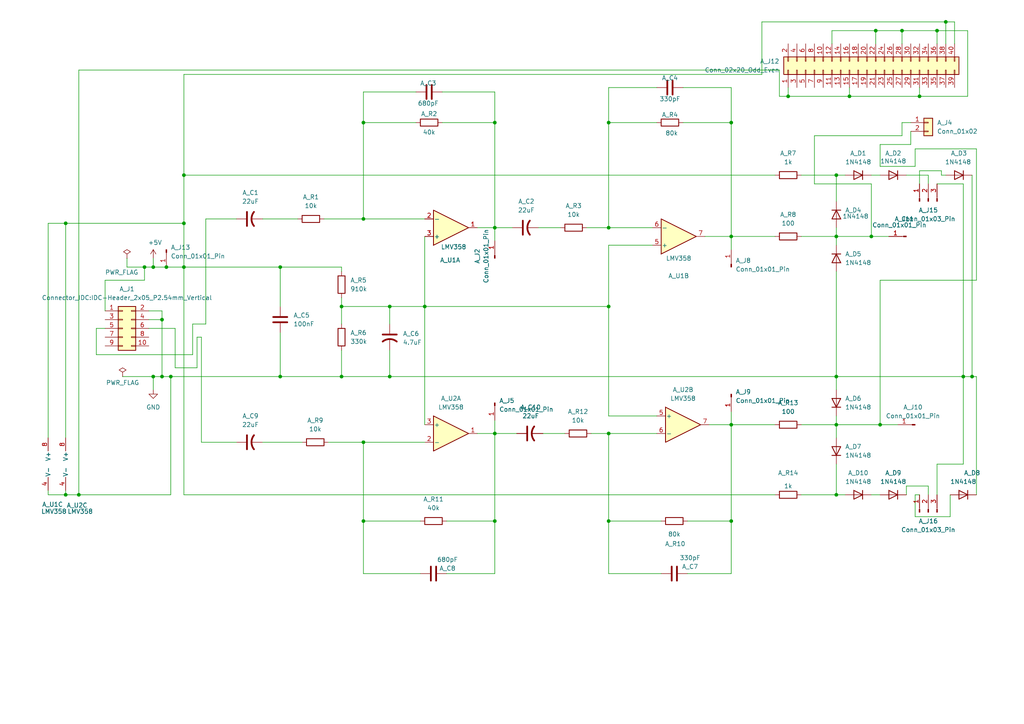
<source format=kicad_sch>
(kicad_sch
	(version 20250114)
	(generator "eeschema")
	(generator_version "9.0")
	(uuid "fa99e82d-9a85-4298-8b41-575437a2580d")
	(paper "A4")
	(lib_symbols
		(symbol "Amplifier_Operational:LMV358"
			(pin_names
				(offset 0.127)
			)
			(exclude_from_sim no)
			(in_bom yes)
			(on_board yes)
			(property "Reference" "U"
				(at 0 5.08 0)
				(effects
					(font
						(size 1.27 1.27)
					)
					(justify left)
				)
			)
			(property "Value" "LMV358"
				(at 0 -5.08 0)
				(effects
					(font
						(size 1.27 1.27)
					)
					(justify left)
				)
			)
			(property "Footprint" ""
				(at 0 0 0)
				(effects
					(font
						(size 1.27 1.27)
					)
					(hide yes)
				)
			)
			(property "Datasheet" "http://www.ti.com/lit/ds/symlink/lmv324.pdf"
				(at 0 0 0)
				(effects
					(font
						(size 1.27 1.27)
					)
					(hide yes)
				)
			)
			(property "Description" "Dual Low-Voltage Rail-to-Rail Output Operational Amplifiers, SOIC-8/SSOP-8"
				(at 0 0 0)
				(effects
					(font
						(size 1.27 1.27)
					)
					(hide yes)
				)
			)
			(property "ki_locked" ""
				(at 0 0 0)
				(effects
					(font
						(size 1.27 1.27)
					)
				)
			)
			(property "ki_keywords" "single opamp"
				(at 0 0 0)
				(effects
					(font
						(size 1.27 1.27)
					)
					(hide yes)
				)
			)
			(property "ki_fp_filters" "SOIC*3.9x4.9mm*P1.27mm* DIP*W7.62mm* TO*99* OnSemi*Micro8* TSSOP*3x3mm*P0.65mm* TSSOP*4.4x3mm*P0.65mm* MSOP*3x3mm*P0.65mm* SSOP*3.9x4.9mm*P0.635mm* LFCSP*2x2mm*P0.5mm* *SIP* SOIC*5.3x6.2mm*P1.27mm*"
				(at 0 0 0)
				(effects
					(font
						(size 1.27 1.27)
					)
					(hide yes)
				)
			)
			(symbol "LMV358_1_1"
				(polyline
					(pts
						(xy -5.08 5.08) (xy 5.08 0) (xy -5.08 -5.08) (xy -5.08 5.08)
					)
					(stroke
						(width 0.254)
						(type default)
					)
					(fill
						(type background)
					)
				)
				(pin input line
					(at -7.62 2.54 0)
					(length 2.54)
					(name "+"
						(effects
							(font
								(size 1.27 1.27)
							)
						)
					)
					(number "3"
						(effects
							(font
								(size 1.27 1.27)
							)
						)
					)
				)
				(pin input line
					(at -7.62 -2.54 0)
					(length 2.54)
					(name "-"
						(effects
							(font
								(size 1.27 1.27)
							)
						)
					)
					(number "2"
						(effects
							(font
								(size 1.27 1.27)
							)
						)
					)
				)
				(pin output line
					(at 7.62 0 180)
					(length 2.54)
					(name "~"
						(effects
							(font
								(size 1.27 1.27)
							)
						)
					)
					(number "1"
						(effects
							(font
								(size 1.27 1.27)
							)
						)
					)
				)
			)
			(symbol "LMV358_2_1"
				(polyline
					(pts
						(xy -5.08 5.08) (xy 5.08 0) (xy -5.08 -5.08) (xy -5.08 5.08)
					)
					(stroke
						(width 0.254)
						(type default)
					)
					(fill
						(type background)
					)
				)
				(pin input line
					(at -7.62 2.54 0)
					(length 2.54)
					(name "+"
						(effects
							(font
								(size 1.27 1.27)
							)
						)
					)
					(number "5"
						(effects
							(font
								(size 1.27 1.27)
							)
						)
					)
				)
				(pin input line
					(at -7.62 -2.54 0)
					(length 2.54)
					(name "-"
						(effects
							(font
								(size 1.27 1.27)
							)
						)
					)
					(number "6"
						(effects
							(font
								(size 1.27 1.27)
							)
						)
					)
				)
				(pin output line
					(at 7.62 0 180)
					(length 2.54)
					(name "~"
						(effects
							(font
								(size 1.27 1.27)
							)
						)
					)
					(number "7"
						(effects
							(font
								(size 1.27 1.27)
							)
						)
					)
				)
			)
			(symbol "LMV358_3_1"
				(pin power_in line
					(at -2.54 7.62 270)
					(length 3.81)
					(name "V+"
						(effects
							(font
								(size 1.27 1.27)
							)
						)
					)
					(number "8"
						(effects
							(font
								(size 1.27 1.27)
							)
						)
					)
				)
				(pin power_in line
					(at -2.54 -7.62 90)
					(length 3.81)
					(name "V-"
						(effects
							(font
								(size 1.27 1.27)
							)
						)
					)
					(number "4"
						(effects
							(font
								(size 1.27 1.27)
							)
						)
					)
				)
			)
			(embedded_fonts no)
		)
		(symbol "Connector:Conn_01x01_Pin"
			(pin_names
				(offset 1.016)
				(hide yes)
			)
			(exclude_from_sim no)
			(in_bom yes)
			(on_board yes)
			(property "Reference" "J"
				(at 0 2.54 0)
				(effects
					(font
						(size 1.27 1.27)
					)
				)
			)
			(property "Value" "Conn_01x01_Pin"
				(at 0 -2.54 0)
				(effects
					(font
						(size 1.27 1.27)
					)
				)
			)
			(property "Footprint" ""
				(at 0 0 0)
				(effects
					(font
						(size 1.27 1.27)
					)
					(hide yes)
				)
			)
			(property "Datasheet" "~"
				(at 0 0 0)
				(effects
					(font
						(size 1.27 1.27)
					)
					(hide yes)
				)
			)
			(property "Description" "Generic connector, single row, 01x01, script generated"
				(at 0 0 0)
				(effects
					(font
						(size 1.27 1.27)
					)
					(hide yes)
				)
			)
			(property "ki_locked" ""
				(at 0 0 0)
				(effects
					(font
						(size 1.27 1.27)
					)
				)
			)
			(property "ki_keywords" "connector"
				(at 0 0 0)
				(effects
					(font
						(size 1.27 1.27)
					)
					(hide yes)
				)
			)
			(property "ki_fp_filters" "Connector*:*_1x??_*"
				(at 0 0 0)
				(effects
					(font
						(size 1.27 1.27)
					)
					(hide yes)
				)
			)
			(symbol "Conn_01x01_Pin_1_1"
				(rectangle
					(start 0.8636 0.127)
					(end 0 -0.127)
					(stroke
						(width 0.1524)
						(type default)
					)
					(fill
						(type outline)
					)
				)
				(polyline
					(pts
						(xy 1.27 0) (xy 0.8636 0)
					)
					(stroke
						(width 0.1524)
						(type default)
					)
					(fill
						(type none)
					)
				)
				(pin passive line
					(at 5.08 0 180)
					(length 3.81)
					(name "Pin_1"
						(effects
							(font
								(size 1.27 1.27)
							)
						)
					)
					(number "1"
						(effects
							(font
								(size 1.27 1.27)
							)
						)
					)
				)
			)
			(embedded_fonts no)
		)
		(symbol "Connector:Conn_01x03_Pin"
			(pin_names
				(offset 1.016)
				(hide yes)
			)
			(exclude_from_sim no)
			(in_bom yes)
			(on_board yes)
			(property "Reference" "J"
				(at 0 5.08 0)
				(effects
					(font
						(size 1.27 1.27)
					)
				)
			)
			(property "Value" "Conn_01x03_Pin"
				(at 0 -5.08 0)
				(effects
					(font
						(size 1.27 1.27)
					)
				)
			)
			(property "Footprint" ""
				(at 0 0 0)
				(effects
					(font
						(size 1.27 1.27)
					)
					(hide yes)
				)
			)
			(property "Datasheet" "~"
				(at 0 0 0)
				(effects
					(font
						(size 1.27 1.27)
					)
					(hide yes)
				)
			)
			(property "Description" "Generic connector, single row, 01x03, script generated"
				(at 0 0 0)
				(effects
					(font
						(size 1.27 1.27)
					)
					(hide yes)
				)
			)
			(property "ki_locked" ""
				(at 0 0 0)
				(effects
					(font
						(size 1.27 1.27)
					)
				)
			)
			(property "ki_keywords" "connector"
				(at 0 0 0)
				(effects
					(font
						(size 1.27 1.27)
					)
					(hide yes)
				)
			)
			(property "ki_fp_filters" "Connector*:*_1x??_*"
				(at 0 0 0)
				(effects
					(font
						(size 1.27 1.27)
					)
					(hide yes)
				)
			)
			(symbol "Conn_01x03_Pin_1_1"
				(rectangle
					(start 0.8636 2.667)
					(end 0 2.413)
					(stroke
						(width 0.1524)
						(type default)
					)
					(fill
						(type outline)
					)
				)
				(rectangle
					(start 0.8636 0.127)
					(end 0 -0.127)
					(stroke
						(width 0.1524)
						(type default)
					)
					(fill
						(type outline)
					)
				)
				(rectangle
					(start 0.8636 -2.413)
					(end 0 -2.667)
					(stroke
						(width 0.1524)
						(type default)
					)
					(fill
						(type outline)
					)
				)
				(polyline
					(pts
						(xy 1.27 2.54) (xy 0.8636 2.54)
					)
					(stroke
						(width 0.1524)
						(type default)
					)
					(fill
						(type none)
					)
				)
				(polyline
					(pts
						(xy 1.27 0) (xy 0.8636 0)
					)
					(stroke
						(width 0.1524)
						(type default)
					)
					(fill
						(type none)
					)
				)
				(polyline
					(pts
						(xy 1.27 -2.54) (xy 0.8636 -2.54)
					)
					(stroke
						(width 0.1524)
						(type default)
					)
					(fill
						(type none)
					)
				)
				(pin passive line
					(at 5.08 2.54 180)
					(length 3.81)
					(name "Pin_1"
						(effects
							(font
								(size 1.27 1.27)
							)
						)
					)
					(number "1"
						(effects
							(font
								(size 1.27 1.27)
							)
						)
					)
				)
				(pin passive line
					(at 5.08 0 180)
					(length 3.81)
					(name "Pin_2"
						(effects
							(font
								(size 1.27 1.27)
							)
						)
					)
					(number "2"
						(effects
							(font
								(size 1.27 1.27)
							)
						)
					)
				)
				(pin passive line
					(at 5.08 -2.54 180)
					(length 3.81)
					(name "Pin_3"
						(effects
							(font
								(size 1.27 1.27)
							)
						)
					)
					(number "3"
						(effects
							(font
								(size 1.27 1.27)
							)
						)
					)
				)
			)
			(embedded_fonts no)
		)
		(symbol "Connector_Generic:Conn_01x02"
			(pin_names
				(offset 1.016)
				(hide yes)
			)
			(exclude_from_sim no)
			(in_bom yes)
			(on_board yes)
			(property "Reference" "J"
				(at 0 2.54 0)
				(effects
					(font
						(size 1.27 1.27)
					)
				)
			)
			(property "Value" "Conn_01x02"
				(at 0 -5.08 0)
				(effects
					(font
						(size 1.27 1.27)
					)
				)
			)
			(property "Footprint" ""
				(at 0 0 0)
				(effects
					(font
						(size 1.27 1.27)
					)
					(hide yes)
				)
			)
			(property "Datasheet" "~"
				(at 0 0 0)
				(effects
					(font
						(size 1.27 1.27)
					)
					(hide yes)
				)
			)
			(property "Description" "Generic connector, single row, 01x02, script generated (kicad-library-utils/schlib/autogen/connector/)"
				(at 0 0 0)
				(effects
					(font
						(size 1.27 1.27)
					)
					(hide yes)
				)
			)
			(property "ki_keywords" "connector"
				(at 0 0 0)
				(effects
					(font
						(size 1.27 1.27)
					)
					(hide yes)
				)
			)
			(property "ki_fp_filters" "Connector*:*_1x??_*"
				(at 0 0 0)
				(effects
					(font
						(size 1.27 1.27)
					)
					(hide yes)
				)
			)
			(symbol "Conn_01x02_1_1"
				(rectangle
					(start -1.27 1.27)
					(end 1.27 -3.81)
					(stroke
						(width 0.254)
						(type default)
					)
					(fill
						(type background)
					)
				)
				(rectangle
					(start -1.27 0.127)
					(end 0 -0.127)
					(stroke
						(width 0.1524)
						(type default)
					)
					(fill
						(type none)
					)
				)
				(rectangle
					(start -1.27 -2.413)
					(end 0 -2.667)
					(stroke
						(width 0.1524)
						(type default)
					)
					(fill
						(type none)
					)
				)
				(pin passive line
					(at -5.08 0 0)
					(length 3.81)
					(name "Pin_1"
						(effects
							(font
								(size 1.27 1.27)
							)
						)
					)
					(number "1"
						(effects
							(font
								(size 1.27 1.27)
							)
						)
					)
				)
				(pin passive line
					(at -5.08 -2.54 0)
					(length 3.81)
					(name "Pin_2"
						(effects
							(font
								(size 1.27 1.27)
							)
						)
					)
					(number "2"
						(effects
							(font
								(size 1.27 1.27)
							)
						)
					)
				)
			)
			(embedded_fonts no)
		)
		(symbol "Connector_Generic:Conn_02x05_Odd_Even"
			(pin_names
				(offset 1.016)
				(hide yes)
			)
			(exclude_from_sim no)
			(in_bom yes)
			(on_board yes)
			(property "Reference" "J"
				(at 1.27 7.62 0)
				(effects
					(font
						(size 1.27 1.27)
					)
				)
			)
			(property "Value" "Conn_02x05_Odd_Even"
				(at 1.27 -7.62 0)
				(effects
					(font
						(size 1.27 1.27)
					)
				)
			)
			(property "Footprint" ""
				(at 0 0 0)
				(effects
					(font
						(size 1.27 1.27)
					)
					(hide yes)
				)
			)
			(property "Datasheet" "~"
				(at 0 0 0)
				(effects
					(font
						(size 1.27 1.27)
					)
					(hide yes)
				)
			)
			(property "Description" "Generic connector, double row, 02x05, odd/even pin numbering scheme (row 1 odd numbers, row 2 even numbers), script generated (kicad-library-utils/schlib/autogen/connector/)"
				(at 0 0 0)
				(effects
					(font
						(size 1.27 1.27)
					)
					(hide yes)
				)
			)
			(property "ki_keywords" "connector"
				(at 0 0 0)
				(effects
					(font
						(size 1.27 1.27)
					)
					(hide yes)
				)
			)
			(property "ki_fp_filters" "Connector*:*_2x??_*"
				(at 0 0 0)
				(effects
					(font
						(size 1.27 1.27)
					)
					(hide yes)
				)
			)
			(symbol "Conn_02x05_Odd_Even_1_1"
				(rectangle
					(start -1.27 6.35)
					(end 3.81 -6.35)
					(stroke
						(width 0.254)
						(type default)
					)
					(fill
						(type background)
					)
				)
				(rectangle
					(start -1.27 5.207)
					(end 0 4.953)
					(stroke
						(width 0.1524)
						(type default)
					)
					(fill
						(type none)
					)
				)
				(rectangle
					(start -1.27 2.667)
					(end 0 2.413)
					(stroke
						(width 0.1524)
						(type default)
					)
					(fill
						(type none)
					)
				)
				(rectangle
					(start -1.27 0.127)
					(end 0 -0.127)
					(stroke
						(width 0.1524)
						(type default)
					)
					(fill
						(type none)
					)
				)
				(rectangle
					(start -1.27 -2.413)
					(end 0 -2.667)
					(stroke
						(width 0.1524)
						(type default)
					)
					(fill
						(type none)
					)
				)
				(rectangle
					(start -1.27 -4.953)
					(end 0 -5.207)
					(stroke
						(width 0.1524)
						(type default)
					)
					(fill
						(type none)
					)
				)
				(rectangle
					(start 3.81 5.207)
					(end 2.54 4.953)
					(stroke
						(width 0.1524)
						(type default)
					)
					(fill
						(type none)
					)
				)
				(rectangle
					(start 3.81 2.667)
					(end 2.54 2.413)
					(stroke
						(width 0.1524)
						(type default)
					)
					(fill
						(type none)
					)
				)
				(rectangle
					(start 3.81 0.127)
					(end 2.54 -0.127)
					(stroke
						(width 0.1524)
						(type default)
					)
					(fill
						(type none)
					)
				)
				(rectangle
					(start 3.81 -2.413)
					(end 2.54 -2.667)
					(stroke
						(width 0.1524)
						(type default)
					)
					(fill
						(type none)
					)
				)
				(rectangle
					(start 3.81 -4.953)
					(end 2.54 -5.207)
					(stroke
						(width 0.1524)
						(type default)
					)
					(fill
						(type none)
					)
				)
				(pin passive line
					(at -5.08 5.08 0)
					(length 3.81)
					(name "Pin_1"
						(effects
							(font
								(size 1.27 1.27)
							)
						)
					)
					(number "1"
						(effects
							(font
								(size 1.27 1.27)
							)
						)
					)
				)
				(pin passive line
					(at -5.08 2.54 0)
					(length 3.81)
					(name "Pin_3"
						(effects
							(font
								(size 1.27 1.27)
							)
						)
					)
					(number "3"
						(effects
							(font
								(size 1.27 1.27)
							)
						)
					)
				)
				(pin passive line
					(at -5.08 0 0)
					(length 3.81)
					(name "Pin_5"
						(effects
							(font
								(size 1.27 1.27)
							)
						)
					)
					(number "5"
						(effects
							(font
								(size 1.27 1.27)
							)
						)
					)
				)
				(pin passive line
					(at -5.08 -2.54 0)
					(length 3.81)
					(name "Pin_7"
						(effects
							(font
								(size 1.27 1.27)
							)
						)
					)
					(number "7"
						(effects
							(font
								(size 1.27 1.27)
							)
						)
					)
				)
				(pin passive line
					(at -5.08 -5.08 0)
					(length 3.81)
					(name "Pin_9"
						(effects
							(font
								(size 1.27 1.27)
							)
						)
					)
					(number "9"
						(effects
							(font
								(size 1.27 1.27)
							)
						)
					)
				)
				(pin passive line
					(at 7.62 5.08 180)
					(length 3.81)
					(name "Pin_2"
						(effects
							(font
								(size 1.27 1.27)
							)
						)
					)
					(number "2"
						(effects
							(font
								(size 1.27 1.27)
							)
						)
					)
				)
				(pin passive line
					(at 7.62 2.54 180)
					(length 3.81)
					(name "Pin_4"
						(effects
							(font
								(size 1.27 1.27)
							)
						)
					)
					(number "4"
						(effects
							(font
								(size 1.27 1.27)
							)
						)
					)
				)
				(pin passive line
					(at 7.62 0 180)
					(length 3.81)
					(name "Pin_6"
						(effects
							(font
								(size 1.27 1.27)
							)
						)
					)
					(number "6"
						(effects
							(font
								(size 1.27 1.27)
							)
						)
					)
				)
				(pin passive line
					(at 7.62 -2.54 180)
					(length 3.81)
					(name "Pin_8"
						(effects
							(font
								(size 1.27 1.27)
							)
						)
					)
					(number "8"
						(effects
							(font
								(size 1.27 1.27)
							)
						)
					)
				)
				(pin passive line
					(at 7.62 -5.08 180)
					(length 3.81)
					(name "Pin_10"
						(effects
							(font
								(size 1.27 1.27)
							)
						)
					)
					(number "10"
						(effects
							(font
								(size 1.27 1.27)
							)
						)
					)
				)
			)
			(embedded_fonts no)
		)
		(symbol "Connector_Generic:Conn_02x20_Odd_Even"
			(pin_names
				(offset 1.016)
				(hide yes)
			)
			(exclude_from_sim no)
			(in_bom yes)
			(on_board yes)
			(property "Reference" "J"
				(at 1.27 25.4 0)
				(effects
					(font
						(size 1.27 1.27)
					)
				)
			)
			(property "Value" "Conn_02x20_Odd_Even"
				(at 1.27 -27.94 0)
				(effects
					(font
						(size 1.27 1.27)
					)
				)
			)
			(property "Footprint" ""
				(at 0 0 0)
				(effects
					(font
						(size 1.27 1.27)
					)
					(hide yes)
				)
			)
			(property "Datasheet" "~"
				(at 0 0 0)
				(effects
					(font
						(size 1.27 1.27)
					)
					(hide yes)
				)
			)
			(property "Description" "Generic connector, double row, 02x20, odd/even pin numbering scheme (row 1 odd numbers, row 2 even numbers), script generated (kicad-library-utils/schlib/autogen/connector/)"
				(at 0 0 0)
				(effects
					(font
						(size 1.27 1.27)
					)
					(hide yes)
				)
			)
			(property "ki_keywords" "connector"
				(at 0 0 0)
				(effects
					(font
						(size 1.27 1.27)
					)
					(hide yes)
				)
			)
			(property "ki_fp_filters" "Connector*:*_2x??_*"
				(at 0 0 0)
				(effects
					(font
						(size 1.27 1.27)
					)
					(hide yes)
				)
			)
			(symbol "Conn_02x20_Odd_Even_1_1"
				(rectangle
					(start -1.27 24.13)
					(end 3.81 -26.67)
					(stroke
						(width 0.254)
						(type default)
					)
					(fill
						(type background)
					)
				)
				(rectangle
					(start -1.27 22.987)
					(end 0 22.733)
					(stroke
						(width 0.1524)
						(type default)
					)
					(fill
						(type none)
					)
				)
				(rectangle
					(start -1.27 20.447)
					(end 0 20.193)
					(stroke
						(width 0.1524)
						(type default)
					)
					(fill
						(type none)
					)
				)
				(rectangle
					(start -1.27 17.907)
					(end 0 17.653)
					(stroke
						(width 0.1524)
						(type default)
					)
					(fill
						(type none)
					)
				)
				(rectangle
					(start -1.27 15.367)
					(end 0 15.113)
					(stroke
						(width 0.1524)
						(type default)
					)
					(fill
						(type none)
					)
				)
				(rectangle
					(start -1.27 12.827)
					(end 0 12.573)
					(stroke
						(width 0.1524)
						(type default)
					)
					(fill
						(type none)
					)
				)
				(rectangle
					(start -1.27 10.287)
					(end 0 10.033)
					(stroke
						(width 0.1524)
						(type default)
					)
					(fill
						(type none)
					)
				)
				(rectangle
					(start -1.27 7.747)
					(end 0 7.493)
					(stroke
						(width 0.1524)
						(type default)
					)
					(fill
						(type none)
					)
				)
				(rectangle
					(start -1.27 5.207)
					(end 0 4.953)
					(stroke
						(width 0.1524)
						(type default)
					)
					(fill
						(type none)
					)
				)
				(rectangle
					(start -1.27 2.667)
					(end 0 2.413)
					(stroke
						(width 0.1524)
						(type default)
					)
					(fill
						(type none)
					)
				)
				(rectangle
					(start -1.27 0.127)
					(end 0 -0.127)
					(stroke
						(width 0.1524)
						(type default)
					)
					(fill
						(type none)
					)
				)
				(rectangle
					(start -1.27 -2.413)
					(end 0 -2.667)
					(stroke
						(width 0.1524)
						(type default)
					)
					(fill
						(type none)
					)
				)
				(rectangle
					(start -1.27 -4.953)
					(end 0 -5.207)
					(stroke
						(width 0.1524)
						(type default)
					)
					(fill
						(type none)
					)
				)
				(rectangle
					(start -1.27 -7.493)
					(end 0 -7.747)
					(stroke
						(width 0.1524)
						(type default)
					)
					(fill
						(type none)
					)
				)
				(rectangle
					(start -1.27 -10.033)
					(end 0 -10.287)
					(stroke
						(width 0.1524)
						(type default)
					)
					(fill
						(type none)
					)
				)
				(rectangle
					(start -1.27 -12.573)
					(end 0 -12.827)
					(stroke
						(width 0.1524)
						(type default)
					)
					(fill
						(type none)
					)
				)
				(rectangle
					(start -1.27 -15.113)
					(end 0 -15.367)
					(stroke
						(width 0.1524)
						(type default)
					)
					(fill
						(type none)
					)
				)
				(rectangle
					(start -1.27 -17.653)
					(end 0 -17.907)
					(stroke
						(width 0.1524)
						(type default)
					)
					(fill
						(type none)
					)
				)
				(rectangle
					(start -1.27 -20.193)
					(end 0 -20.447)
					(stroke
						(width 0.1524)
						(type default)
					)
					(fill
						(type none)
					)
				)
				(rectangle
					(start -1.27 -22.733)
					(end 0 -22.987)
					(stroke
						(width 0.1524)
						(type default)
					)
					(fill
						(type none)
					)
				)
				(rectangle
					(start -1.27 -25.273)
					(end 0 -25.527)
					(stroke
						(width 0.1524)
						(type default)
					)
					(fill
						(type none)
					)
				)
				(rectangle
					(start 3.81 22.987)
					(end 2.54 22.733)
					(stroke
						(width 0.1524)
						(type default)
					)
					(fill
						(type none)
					)
				)
				(rectangle
					(start 3.81 20.447)
					(end 2.54 20.193)
					(stroke
						(width 0.1524)
						(type default)
					)
					(fill
						(type none)
					)
				)
				(rectangle
					(start 3.81 17.907)
					(end 2.54 17.653)
					(stroke
						(width 0.1524)
						(type default)
					)
					(fill
						(type none)
					)
				)
				(rectangle
					(start 3.81 15.367)
					(end 2.54 15.113)
					(stroke
						(width 0.1524)
						(type default)
					)
					(fill
						(type none)
					)
				)
				(rectangle
					(start 3.81 12.827)
					(end 2.54 12.573)
					(stroke
						(width 0.1524)
						(type default)
					)
					(fill
						(type none)
					)
				)
				(rectangle
					(start 3.81 10.287)
					(end 2.54 10.033)
					(stroke
						(width 0.1524)
						(type default)
					)
					(fill
						(type none)
					)
				)
				(rectangle
					(start 3.81 7.747)
					(end 2.54 7.493)
					(stroke
						(width 0.1524)
						(type default)
					)
					(fill
						(type none)
					)
				)
				(rectangle
					(start 3.81 5.207)
					(end 2.54 4.953)
					(stroke
						(width 0.1524)
						(type default)
					)
					(fill
						(type none)
					)
				)
				(rectangle
					(start 3.81 2.667)
					(end 2.54 2.413)
					(stroke
						(width 0.1524)
						(type default)
					)
					(fill
						(type none)
					)
				)
				(rectangle
					(start 3.81 0.127)
					(end 2.54 -0.127)
					(stroke
						(width 0.1524)
						(type default)
					)
					(fill
						(type none)
					)
				)
				(rectangle
					(start 3.81 -2.413)
					(end 2.54 -2.667)
					(stroke
						(width 0.1524)
						(type default)
					)
					(fill
						(type none)
					)
				)
				(rectangle
					(start 3.81 -4.953)
					(end 2.54 -5.207)
					(stroke
						(width 0.1524)
						(type default)
					)
					(fill
						(type none)
					)
				)
				(rectangle
					(start 3.81 -7.493)
					(end 2.54 -7.747)
					(stroke
						(width 0.1524)
						(type default)
					)
					(fill
						(type none)
					)
				)
				(rectangle
					(start 3.81 -10.033)
					(end 2.54 -10.287)
					(stroke
						(width 0.1524)
						(type default)
					)
					(fill
						(type none)
					)
				)
				(rectangle
					(start 3.81 -12.573)
					(end 2.54 -12.827)
					(stroke
						(width 0.1524)
						(type default)
					)
					(fill
						(type none)
					)
				)
				(rectangle
					(start 3.81 -15.113)
					(end 2.54 -15.367)
					(stroke
						(width 0.1524)
						(type default)
					)
					(fill
						(type none)
					)
				)
				(rectangle
					(start 3.81 -17.653)
					(end 2.54 -17.907)
					(stroke
						(width 0.1524)
						(type default)
					)
					(fill
						(type none)
					)
				)
				(rectangle
					(start 3.81 -20.193)
					(end 2.54 -20.447)
					(stroke
						(width 0.1524)
						(type default)
					)
					(fill
						(type none)
					)
				)
				(rectangle
					(start 3.81 -22.733)
					(end 2.54 -22.987)
					(stroke
						(width 0.1524)
						(type default)
					)
					(fill
						(type none)
					)
				)
				(rectangle
					(start 3.81 -25.273)
					(end 2.54 -25.527)
					(stroke
						(width 0.1524)
						(type default)
					)
					(fill
						(type none)
					)
				)
				(pin passive line
					(at -5.08 22.86 0)
					(length 3.81)
					(name "Pin_1"
						(effects
							(font
								(size 1.27 1.27)
							)
						)
					)
					(number "1"
						(effects
							(font
								(size 1.27 1.27)
							)
						)
					)
				)
				(pin passive line
					(at -5.08 20.32 0)
					(length 3.81)
					(name "Pin_3"
						(effects
							(font
								(size 1.27 1.27)
							)
						)
					)
					(number "3"
						(effects
							(font
								(size 1.27 1.27)
							)
						)
					)
				)
				(pin passive line
					(at -5.08 17.78 0)
					(length 3.81)
					(name "Pin_5"
						(effects
							(font
								(size 1.27 1.27)
							)
						)
					)
					(number "5"
						(effects
							(font
								(size 1.27 1.27)
							)
						)
					)
				)
				(pin passive line
					(at -5.08 15.24 0)
					(length 3.81)
					(name "Pin_7"
						(effects
							(font
								(size 1.27 1.27)
							)
						)
					)
					(number "7"
						(effects
							(font
								(size 1.27 1.27)
							)
						)
					)
				)
				(pin passive line
					(at -5.08 12.7 0)
					(length 3.81)
					(name "Pin_9"
						(effects
							(font
								(size 1.27 1.27)
							)
						)
					)
					(number "9"
						(effects
							(font
								(size 1.27 1.27)
							)
						)
					)
				)
				(pin passive line
					(at -5.08 10.16 0)
					(length 3.81)
					(name "Pin_11"
						(effects
							(font
								(size 1.27 1.27)
							)
						)
					)
					(number "11"
						(effects
							(font
								(size 1.27 1.27)
							)
						)
					)
				)
				(pin passive line
					(at -5.08 7.62 0)
					(length 3.81)
					(name "Pin_13"
						(effects
							(font
								(size 1.27 1.27)
							)
						)
					)
					(number "13"
						(effects
							(font
								(size 1.27 1.27)
							)
						)
					)
				)
				(pin passive line
					(at -5.08 5.08 0)
					(length 3.81)
					(name "Pin_15"
						(effects
							(font
								(size 1.27 1.27)
							)
						)
					)
					(number "15"
						(effects
							(font
								(size 1.27 1.27)
							)
						)
					)
				)
				(pin passive line
					(at -5.08 2.54 0)
					(length 3.81)
					(name "Pin_17"
						(effects
							(font
								(size 1.27 1.27)
							)
						)
					)
					(number "17"
						(effects
							(font
								(size 1.27 1.27)
							)
						)
					)
				)
				(pin passive line
					(at -5.08 0 0)
					(length 3.81)
					(name "Pin_19"
						(effects
							(font
								(size 1.27 1.27)
							)
						)
					)
					(number "19"
						(effects
							(font
								(size 1.27 1.27)
							)
						)
					)
				)
				(pin passive line
					(at -5.08 -2.54 0)
					(length 3.81)
					(name "Pin_21"
						(effects
							(font
								(size 1.27 1.27)
							)
						)
					)
					(number "21"
						(effects
							(font
								(size 1.27 1.27)
							)
						)
					)
				)
				(pin passive line
					(at -5.08 -5.08 0)
					(length 3.81)
					(name "Pin_23"
						(effects
							(font
								(size 1.27 1.27)
							)
						)
					)
					(number "23"
						(effects
							(font
								(size 1.27 1.27)
							)
						)
					)
				)
				(pin passive line
					(at -5.08 -7.62 0)
					(length 3.81)
					(name "Pin_25"
						(effects
							(font
								(size 1.27 1.27)
							)
						)
					)
					(number "25"
						(effects
							(font
								(size 1.27 1.27)
							)
						)
					)
				)
				(pin passive line
					(at -5.08 -10.16 0)
					(length 3.81)
					(name "Pin_27"
						(effects
							(font
								(size 1.27 1.27)
							)
						)
					)
					(number "27"
						(effects
							(font
								(size 1.27 1.27)
							)
						)
					)
				)
				(pin passive line
					(at -5.08 -12.7 0)
					(length 3.81)
					(name "Pin_29"
						(effects
							(font
								(size 1.27 1.27)
							)
						)
					)
					(number "29"
						(effects
							(font
								(size 1.27 1.27)
							)
						)
					)
				)
				(pin passive line
					(at -5.08 -15.24 0)
					(length 3.81)
					(name "Pin_31"
						(effects
							(font
								(size 1.27 1.27)
							)
						)
					)
					(number "31"
						(effects
							(font
								(size 1.27 1.27)
							)
						)
					)
				)
				(pin passive line
					(at -5.08 -17.78 0)
					(length 3.81)
					(name "Pin_33"
						(effects
							(font
								(size 1.27 1.27)
							)
						)
					)
					(number "33"
						(effects
							(font
								(size 1.27 1.27)
							)
						)
					)
				)
				(pin passive line
					(at -5.08 -20.32 0)
					(length 3.81)
					(name "Pin_35"
						(effects
							(font
								(size 1.27 1.27)
							)
						)
					)
					(number "35"
						(effects
							(font
								(size 1.27 1.27)
							)
						)
					)
				)
				(pin passive line
					(at -5.08 -22.86 0)
					(length 3.81)
					(name "Pin_37"
						(effects
							(font
								(size 1.27 1.27)
							)
						)
					)
					(number "37"
						(effects
							(font
								(size 1.27 1.27)
							)
						)
					)
				)
				(pin passive line
					(at -5.08 -25.4 0)
					(length 3.81)
					(name "Pin_39"
						(effects
							(font
								(size 1.27 1.27)
							)
						)
					)
					(number "39"
						(effects
							(font
								(size 1.27 1.27)
							)
						)
					)
				)
				(pin passive line
					(at 7.62 22.86 180)
					(length 3.81)
					(name "Pin_2"
						(effects
							(font
								(size 1.27 1.27)
							)
						)
					)
					(number "2"
						(effects
							(font
								(size 1.27 1.27)
							)
						)
					)
				)
				(pin passive line
					(at 7.62 20.32 180)
					(length 3.81)
					(name "Pin_4"
						(effects
							(font
								(size 1.27 1.27)
							)
						)
					)
					(number "4"
						(effects
							(font
								(size 1.27 1.27)
							)
						)
					)
				)
				(pin passive line
					(at 7.62 17.78 180)
					(length 3.81)
					(name "Pin_6"
						(effects
							(font
								(size 1.27 1.27)
							)
						)
					)
					(number "6"
						(effects
							(font
								(size 1.27 1.27)
							)
						)
					)
				)
				(pin passive line
					(at 7.62 15.24 180)
					(length 3.81)
					(name "Pin_8"
						(effects
							(font
								(size 1.27 1.27)
							)
						)
					)
					(number "8"
						(effects
							(font
								(size 1.27 1.27)
							)
						)
					)
				)
				(pin passive line
					(at 7.62 12.7 180)
					(length 3.81)
					(name "Pin_10"
						(effects
							(font
								(size 1.27 1.27)
							)
						)
					)
					(number "10"
						(effects
							(font
								(size 1.27 1.27)
							)
						)
					)
				)
				(pin passive line
					(at 7.62 10.16 180)
					(length 3.81)
					(name "Pin_12"
						(effects
							(font
								(size 1.27 1.27)
							)
						)
					)
					(number "12"
						(effects
							(font
								(size 1.27 1.27)
							)
						)
					)
				)
				(pin passive line
					(at 7.62 7.62 180)
					(length 3.81)
					(name "Pin_14"
						(effects
							(font
								(size 1.27 1.27)
							)
						)
					)
					(number "14"
						(effects
							(font
								(size 1.27 1.27)
							)
						)
					)
				)
				(pin passive line
					(at 7.62 5.08 180)
					(length 3.81)
					(name "Pin_16"
						(effects
							(font
								(size 1.27 1.27)
							)
						)
					)
					(number "16"
						(effects
							(font
								(size 1.27 1.27)
							)
						)
					)
				)
				(pin passive line
					(at 7.62 2.54 180)
					(length 3.81)
					(name "Pin_18"
						(effects
							(font
								(size 1.27 1.27)
							)
						)
					)
					(number "18"
						(effects
							(font
								(size 1.27 1.27)
							)
						)
					)
				)
				(pin passive line
					(at 7.62 0 180)
					(length 3.81)
					(name "Pin_20"
						(effects
							(font
								(size 1.27 1.27)
							)
						)
					)
					(number "20"
						(effects
							(font
								(size 1.27 1.27)
							)
						)
					)
				)
				(pin passive line
					(at 7.62 -2.54 180)
					(length 3.81)
					(name "Pin_22"
						(effects
							(font
								(size 1.27 1.27)
							)
						)
					)
					(number "22"
						(effects
							(font
								(size 1.27 1.27)
							)
						)
					)
				)
				(pin passive line
					(at 7.62 -5.08 180)
					(length 3.81)
					(name "Pin_24"
						(effects
							(font
								(size 1.27 1.27)
							)
						)
					)
					(number "24"
						(effects
							(font
								(size 1.27 1.27)
							)
						)
					)
				)
				(pin passive line
					(at 7.62 -7.62 180)
					(length 3.81)
					(name "Pin_26"
						(effects
							(font
								(size 1.27 1.27)
							)
						)
					)
					(number "26"
						(effects
							(font
								(size 1.27 1.27)
							)
						)
					)
				)
				(pin passive line
					(at 7.62 -10.16 180)
					(length 3.81)
					(name "Pin_28"
						(effects
							(font
								(size 1.27 1.27)
							)
						)
					)
					(number "28"
						(effects
							(font
								(size 1.27 1.27)
							)
						)
					)
				)
				(pin passive line
					(at 7.62 -12.7 180)
					(length 3.81)
					(name "Pin_30"
						(effects
							(font
								(size 1.27 1.27)
							)
						)
					)
					(number "30"
						(effects
							(font
								(size 1.27 1.27)
							)
						)
					)
				)
				(pin passive line
					(at 7.62 -15.24 180)
					(length 3.81)
					(name "Pin_32"
						(effects
							(font
								(size 1.27 1.27)
							)
						)
					)
					(number "32"
						(effects
							(font
								(size 1.27 1.27)
							)
						)
					)
				)
				(pin passive line
					(at 7.62 -17.78 180)
					(length 3.81)
					(name "Pin_34"
						(effects
							(font
								(size 1.27 1.27)
							)
						)
					)
					(number "34"
						(effects
							(font
								(size 1.27 1.27)
							)
						)
					)
				)
				(pin passive line
					(at 7.62 -20.32 180)
					(length 3.81)
					(name "Pin_36"
						(effects
							(font
								(size 1.27 1.27)
							)
						)
					)
					(number "36"
						(effects
							(font
								(size 1.27 1.27)
							)
						)
					)
				)
				(pin passive line
					(at 7.62 -22.86 180)
					(length 3.81)
					(name "Pin_38"
						(effects
							(font
								(size 1.27 1.27)
							)
						)
					)
					(number "38"
						(effects
							(font
								(size 1.27 1.27)
							)
						)
					)
				)
				(pin passive line
					(at 7.62 -25.4 180)
					(length 3.81)
					(name "Pin_40"
						(effects
							(font
								(size 1.27 1.27)
							)
						)
					)
					(number "40"
						(effects
							(font
								(size 1.27 1.27)
							)
						)
					)
				)
			)
			(embedded_fonts no)
		)
		(symbol "Device:C"
			(pin_numbers
				(hide yes)
			)
			(pin_names
				(offset 0.254)
			)
			(exclude_from_sim no)
			(in_bom yes)
			(on_board yes)
			(property "Reference" "C"
				(at 0.635 2.54 0)
				(effects
					(font
						(size 1.27 1.27)
					)
					(justify left)
				)
			)
			(property "Value" "C"
				(at 0.635 -2.54 0)
				(effects
					(font
						(size 1.27 1.27)
					)
					(justify left)
				)
			)
			(property "Footprint" ""
				(at 0.9652 -3.81 0)
				(effects
					(font
						(size 1.27 1.27)
					)
					(hide yes)
				)
			)
			(property "Datasheet" "~"
				(at 0 0 0)
				(effects
					(font
						(size 1.27 1.27)
					)
					(hide yes)
				)
			)
			(property "Description" "Unpolarized capacitor"
				(at 0 0 0)
				(effects
					(font
						(size 1.27 1.27)
					)
					(hide yes)
				)
			)
			(property "ki_keywords" "cap capacitor"
				(at 0 0 0)
				(effects
					(font
						(size 1.27 1.27)
					)
					(hide yes)
				)
			)
			(property "ki_fp_filters" "C_*"
				(at 0 0 0)
				(effects
					(font
						(size 1.27 1.27)
					)
					(hide yes)
				)
			)
			(symbol "C_0_1"
				(polyline
					(pts
						(xy -2.032 0.762) (xy 2.032 0.762)
					)
					(stroke
						(width 0.508)
						(type default)
					)
					(fill
						(type none)
					)
				)
				(polyline
					(pts
						(xy -2.032 -0.762) (xy 2.032 -0.762)
					)
					(stroke
						(width 0.508)
						(type default)
					)
					(fill
						(type none)
					)
				)
			)
			(symbol "C_1_1"
				(pin passive line
					(at 0 3.81 270)
					(length 2.794)
					(name "~"
						(effects
							(font
								(size 1.27 1.27)
							)
						)
					)
					(number "1"
						(effects
							(font
								(size 1.27 1.27)
							)
						)
					)
				)
				(pin passive line
					(at 0 -3.81 90)
					(length 2.794)
					(name "~"
						(effects
							(font
								(size 1.27 1.27)
							)
						)
					)
					(number "2"
						(effects
							(font
								(size 1.27 1.27)
							)
						)
					)
				)
			)
			(embedded_fonts no)
		)
		(symbol "Device:C_US"
			(pin_numbers
				(hide yes)
			)
			(pin_names
				(offset 0.254)
				(hide yes)
			)
			(exclude_from_sim no)
			(in_bom yes)
			(on_board yes)
			(property "Reference" "C"
				(at 0.635 2.54 0)
				(effects
					(font
						(size 1.27 1.27)
					)
					(justify left)
				)
			)
			(property "Value" "C_US"
				(at 0.635 -2.54 0)
				(effects
					(font
						(size 1.27 1.27)
					)
					(justify left)
				)
			)
			(property "Footprint" ""
				(at 0 0 0)
				(effects
					(font
						(size 1.27 1.27)
					)
					(hide yes)
				)
			)
			(property "Datasheet" ""
				(at 0 0 0)
				(effects
					(font
						(size 1.27 1.27)
					)
					(hide yes)
				)
			)
			(property "Description" "capacitor, US symbol"
				(at 0 0 0)
				(effects
					(font
						(size 1.27 1.27)
					)
					(hide yes)
				)
			)
			(property "ki_keywords" "cap capacitor"
				(at 0 0 0)
				(effects
					(font
						(size 1.27 1.27)
					)
					(hide yes)
				)
			)
			(property "ki_fp_filters" "C_*"
				(at 0 0 0)
				(effects
					(font
						(size 1.27 1.27)
					)
					(hide yes)
				)
			)
			(symbol "C_US_0_1"
				(polyline
					(pts
						(xy -2.032 0.762) (xy 2.032 0.762)
					)
					(stroke
						(width 0.508)
						(type default)
					)
					(fill
						(type none)
					)
				)
				(arc
					(start -2.032 -1.27)
					(mid 0 -0.5572)
					(end 2.032 -1.27)
					(stroke
						(width 0.508)
						(type default)
					)
					(fill
						(type none)
					)
				)
			)
			(symbol "C_US_1_1"
				(pin passive line
					(at 0 3.81 270)
					(length 2.794)
					(name "~"
						(effects
							(font
								(size 1.27 1.27)
							)
						)
					)
					(number "1"
						(effects
							(font
								(size 1.27 1.27)
							)
						)
					)
				)
				(pin passive line
					(at 0 -3.81 90)
					(length 3.302)
					(name "~"
						(effects
							(font
								(size 1.27 1.27)
							)
						)
					)
					(number "2"
						(effects
							(font
								(size 1.27 1.27)
							)
						)
					)
				)
			)
			(embedded_fonts no)
		)
		(symbol "Device:R"
			(pin_numbers
				(hide yes)
			)
			(pin_names
				(offset 0)
			)
			(exclude_from_sim no)
			(in_bom yes)
			(on_board yes)
			(property "Reference" "R"
				(at 2.032 0 90)
				(effects
					(font
						(size 1.27 1.27)
					)
				)
			)
			(property "Value" "R"
				(at 0 0 90)
				(effects
					(font
						(size 1.27 1.27)
					)
				)
			)
			(property "Footprint" ""
				(at -1.778 0 90)
				(effects
					(font
						(size 1.27 1.27)
					)
					(hide yes)
				)
			)
			(property "Datasheet" "~"
				(at 0 0 0)
				(effects
					(font
						(size 1.27 1.27)
					)
					(hide yes)
				)
			)
			(property "Description" "Resistor"
				(at 0 0 0)
				(effects
					(font
						(size 1.27 1.27)
					)
					(hide yes)
				)
			)
			(property "ki_keywords" "R res resistor"
				(at 0 0 0)
				(effects
					(font
						(size 1.27 1.27)
					)
					(hide yes)
				)
			)
			(property "ki_fp_filters" "R_*"
				(at 0 0 0)
				(effects
					(font
						(size 1.27 1.27)
					)
					(hide yes)
				)
			)
			(symbol "R_0_1"
				(rectangle
					(start -1.016 -2.54)
					(end 1.016 2.54)
					(stroke
						(width 0.254)
						(type default)
					)
					(fill
						(type none)
					)
				)
			)
			(symbol "R_1_1"
				(pin passive line
					(at 0 3.81 270)
					(length 1.27)
					(name "~"
						(effects
							(font
								(size 1.27 1.27)
							)
						)
					)
					(number "1"
						(effects
							(font
								(size 1.27 1.27)
							)
						)
					)
				)
				(pin passive line
					(at 0 -3.81 90)
					(length 1.27)
					(name "~"
						(effects
							(font
								(size 1.27 1.27)
							)
						)
					)
					(number "2"
						(effects
							(font
								(size 1.27 1.27)
							)
						)
					)
				)
			)
			(embedded_fonts no)
		)
		(symbol "Diode:1N4148"
			(pin_numbers
				(hide yes)
			)
			(pin_names
				(hide yes)
			)
			(exclude_from_sim no)
			(in_bom yes)
			(on_board yes)
			(property "Reference" "D"
				(at 0 2.54 0)
				(effects
					(font
						(size 1.27 1.27)
					)
				)
			)
			(property "Value" "1N4148"
				(at 0 -2.54 0)
				(effects
					(font
						(size 1.27 1.27)
					)
				)
			)
			(property "Footprint" "Diode_THT:D_DO-35_SOD27_P7.62mm_Horizontal"
				(at 0 0 0)
				(effects
					(font
						(size 1.27 1.27)
					)
					(hide yes)
				)
			)
			(property "Datasheet" "https://assets.nexperia.com/documents/data-sheet/1N4148_1N4448.pdf"
				(at 0 0 0)
				(effects
					(font
						(size 1.27 1.27)
					)
					(hide yes)
				)
			)
			(property "Description" "100V 0.15A standard switching diode, DO-35"
				(at 0 0 0)
				(effects
					(font
						(size 1.27 1.27)
					)
					(hide yes)
				)
			)
			(property "Sim.Device" "D"
				(at 0 0 0)
				(effects
					(font
						(size 1.27 1.27)
					)
					(hide yes)
				)
			)
			(property "Sim.Pins" "1=K 2=A"
				(at 0 0 0)
				(effects
					(font
						(size 1.27 1.27)
					)
					(hide yes)
				)
			)
			(property "ki_keywords" "diode"
				(at 0 0 0)
				(effects
					(font
						(size 1.27 1.27)
					)
					(hide yes)
				)
			)
			(property "ki_fp_filters" "D*DO?35*"
				(at 0 0 0)
				(effects
					(font
						(size 1.27 1.27)
					)
					(hide yes)
				)
			)
			(symbol "1N4148_0_1"
				(polyline
					(pts
						(xy -1.27 1.27) (xy -1.27 -1.27)
					)
					(stroke
						(width 0.254)
						(type default)
					)
					(fill
						(type none)
					)
				)
				(polyline
					(pts
						(xy 1.27 1.27) (xy 1.27 -1.27) (xy -1.27 0) (xy 1.27 1.27)
					)
					(stroke
						(width 0.254)
						(type default)
					)
					(fill
						(type none)
					)
				)
				(polyline
					(pts
						(xy 1.27 0) (xy -1.27 0)
					)
					(stroke
						(width 0)
						(type default)
					)
					(fill
						(type none)
					)
				)
			)
			(symbol "1N4148_1_1"
				(pin passive line
					(at -3.81 0 0)
					(length 2.54)
					(name "K"
						(effects
							(font
								(size 1.27 1.27)
							)
						)
					)
					(number "1"
						(effects
							(font
								(size 1.27 1.27)
							)
						)
					)
				)
				(pin passive line
					(at 3.81 0 180)
					(length 2.54)
					(name "A"
						(effects
							(font
								(size 1.27 1.27)
							)
						)
					)
					(number "2"
						(effects
							(font
								(size 1.27 1.27)
							)
						)
					)
				)
			)
			(embedded_fonts no)
		)
		(symbol "power:+5V"
			(power)
			(pin_numbers
				(hide yes)
			)
			(pin_names
				(offset 0)
				(hide yes)
			)
			(exclude_from_sim no)
			(in_bom yes)
			(on_board yes)
			(property "Reference" "#PWR"
				(at 0 -3.81 0)
				(effects
					(font
						(size 1.27 1.27)
					)
					(hide yes)
				)
			)
			(property "Value" "+5V"
				(at 0 3.556 0)
				(effects
					(font
						(size 1.27 1.27)
					)
				)
			)
			(property "Footprint" ""
				(at 0 0 0)
				(effects
					(font
						(size 1.27 1.27)
					)
					(hide yes)
				)
			)
			(property "Datasheet" ""
				(at 0 0 0)
				(effects
					(font
						(size 1.27 1.27)
					)
					(hide yes)
				)
			)
			(property "Description" "Power symbol creates a global label with name \"+5V\""
				(at 0 0 0)
				(effects
					(font
						(size 1.27 1.27)
					)
					(hide yes)
				)
			)
			(property "ki_keywords" "global power"
				(at 0 0 0)
				(effects
					(font
						(size 1.27 1.27)
					)
					(hide yes)
				)
			)
			(symbol "+5V_0_1"
				(polyline
					(pts
						(xy -0.762 1.27) (xy 0 2.54)
					)
					(stroke
						(width 0)
						(type default)
					)
					(fill
						(type none)
					)
				)
				(polyline
					(pts
						(xy 0 2.54) (xy 0.762 1.27)
					)
					(stroke
						(width 0)
						(type default)
					)
					(fill
						(type none)
					)
				)
				(polyline
					(pts
						(xy 0 0) (xy 0 2.54)
					)
					(stroke
						(width 0)
						(type default)
					)
					(fill
						(type none)
					)
				)
			)
			(symbol "+5V_1_1"
				(pin power_in line
					(at 0 0 90)
					(length 0)
					(name "~"
						(effects
							(font
								(size 1.27 1.27)
							)
						)
					)
					(number "1"
						(effects
							(font
								(size 1.27 1.27)
							)
						)
					)
				)
			)
			(embedded_fonts no)
		)
		(symbol "power:GND"
			(power)
			(pin_numbers
				(hide yes)
			)
			(pin_names
				(offset 0)
				(hide yes)
			)
			(exclude_from_sim no)
			(in_bom yes)
			(on_board yes)
			(property "Reference" "#PWR"
				(at 0 -6.35 0)
				(effects
					(font
						(size 1.27 1.27)
					)
					(hide yes)
				)
			)
			(property "Value" "GND"
				(at 0 -3.81 0)
				(effects
					(font
						(size 1.27 1.27)
					)
				)
			)
			(property "Footprint" ""
				(at 0 0 0)
				(effects
					(font
						(size 1.27 1.27)
					)
					(hide yes)
				)
			)
			(property "Datasheet" ""
				(at 0 0 0)
				(effects
					(font
						(size 1.27 1.27)
					)
					(hide yes)
				)
			)
			(property "Description" "Power symbol creates a global label with name \"GND\" , ground"
				(at 0 0 0)
				(effects
					(font
						(size 1.27 1.27)
					)
					(hide yes)
				)
			)
			(property "ki_keywords" "global power"
				(at 0 0 0)
				(effects
					(font
						(size 1.27 1.27)
					)
					(hide yes)
				)
			)
			(symbol "GND_0_1"
				(polyline
					(pts
						(xy 0 0) (xy 0 -1.27) (xy 1.27 -1.27) (xy 0 -2.54) (xy -1.27 -1.27) (xy 0 -1.27)
					)
					(stroke
						(width 0)
						(type default)
					)
					(fill
						(type none)
					)
				)
			)
			(symbol "GND_1_1"
				(pin power_in line
					(at 0 0 270)
					(length 0)
					(name "~"
						(effects
							(font
								(size 1.27 1.27)
							)
						)
					)
					(number "1"
						(effects
							(font
								(size 1.27 1.27)
							)
						)
					)
				)
			)
			(embedded_fonts no)
		)
		(symbol "power:PWR_FLAG"
			(power)
			(pin_numbers
				(hide yes)
			)
			(pin_names
				(offset 0)
				(hide yes)
			)
			(exclude_from_sim no)
			(in_bom yes)
			(on_board yes)
			(property "Reference" "#FLG"
				(at 0 1.905 0)
				(effects
					(font
						(size 1.27 1.27)
					)
					(hide yes)
				)
			)
			(property "Value" "PWR_FLAG"
				(at 0 3.81 0)
				(effects
					(font
						(size 1.27 1.27)
					)
				)
			)
			(property "Footprint" ""
				(at 0 0 0)
				(effects
					(font
						(size 1.27 1.27)
					)
					(hide yes)
				)
			)
			(property "Datasheet" "~"
				(at 0 0 0)
				(effects
					(font
						(size 1.27 1.27)
					)
					(hide yes)
				)
			)
			(property "Description" "Special symbol for telling ERC where power comes from"
				(at 0 0 0)
				(effects
					(font
						(size 1.27 1.27)
					)
					(hide yes)
				)
			)
			(property "ki_keywords" "flag power"
				(at 0 0 0)
				(effects
					(font
						(size 1.27 1.27)
					)
					(hide yes)
				)
			)
			(symbol "PWR_FLAG_0_0"
				(pin power_out line
					(at 0 0 90)
					(length 0)
					(name "~"
						(effects
							(font
								(size 1.27 1.27)
							)
						)
					)
					(number "1"
						(effects
							(font
								(size 1.27 1.27)
							)
						)
					)
				)
			)
			(symbol "PWR_FLAG_0_1"
				(polyline
					(pts
						(xy 0 0) (xy 0 1.27) (xy -1.016 1.905) (xy 0 2.54) (xy 1.016 1.905) (xy 0 1.27)
					)
					(stroke
						(width 0)
						(type default)
					)
					(fill
						(type none)
					)
				)
			)
			(embedded_fonts no)
		)
	)
	(junction
		(at 53.34 64.77)
		(diameter 0)
		(color 0 0 0 0)
		(uuid "050e3440-75ae-4c32-a712-e1b59f73b111")
	)
	(junction
		(at 143.51 35.56)
		(diameter 0)
		(color 0 0 0 0)
		(uuid "0a1a1864-db9d-4df3-8fc7-194413f7a937")
	)
	(junction
		(at 254 8.89)
		(diameter 0)
		(color 0 0 0 0)
		(uuid "2486ccba-3f84-45cf-bf05-169783bc39bf")
	)
	(junction
		(at 53.34 77.47)
		(diameter 0)
		(color 0 0 0 0)
		(uuid "27d59106-39cf-4d81-81f6-7c22cb77c29e")
	)
	(junction
		(at 176.53 125.73)
		(diameter 0)
		(color 0 0 0 0)
		(uuid "2d79c188-1267-404e-9596-2341e8d568ac")
	)
	(junction
		(at 81.28 77.47)
		(diameter 0)
		(color 0 0 0 0)
		(uuid "2e20fa75-4ece-44bb-ada7-f141e708c9ba")
	)
	(junction
		(at 279.4 109.22)
		(diameter 0)
		(color 0 0 0 0)
		(uuid "3955dc45-ced7-4236-aa5c-a59c9d6c6107")
	)
	(junction
		(at 246.38 27.94)
		(diameter 0)
		(color 0 0 0 0)
		(uuid "3c834429-3eb2-40a9-bdc3-b6704f8b0f66")
	)
	(junction
		(at 212.09 151.13)
		(diameter 0)
		(color 0 0 0 0)
		(uuid "3f0d25eb-931d-45ee-930f-d95a77614a90")
	)
	(junction
		(at 53.34 50.8)
		(diameter 0)
		(color 0 0 0 0)
		(uuid "42527420-2056-438a-8c08-996806b8f80e")
	)
	(junction
		(at 176.53 151.13)
		(diameter 0)
		(color 0 0 0 0)
		(uuid "42a90879-73f4-42d7-af05-2ec9ecc663ad")
	)
	(junction
		(at 105.41 63.5)
		(diameter 0)
		(color 0 0 0 0)
		(uuid "42d9a427-5e74-4c21-9a86-10876cb988f1")
	)
	(junction
		(at 44.45 109.22)
		(diameter 0)
		(color 0 0 0 0)
		(uuid "43ae1afa-4321-4b2a-830e-dd5f0baba129")
	)
	(junction
		(at 48.26 77.47)
		(diameter 0)
		(color 0 0 0 0)
		(uuid "4576d340-f471-4798-ba4a-3a280cf5bcd7")
	)
	(junction
		(at 242.57 109.22)
		(diameter 0)
		(color 0 0 0 0)
		(uuid "46bb9d5c-c247-46e6-923b-5cd19b5f5c85")
	)
	(junction
		(at 228.6 27.94)
		(diameter 0)
		(color 0 0 0 0)
		(uuid "495af5d0-9593-4c06-b66b-cac8450dfd56")
	)
	(junction
		(at 143.51 125.73)
		(diameter 0)
		(color 0 0 0 0)
		(uuid "55203c2e-9ccc-43f8-b772-feadf5fe4758")
	)
	(junction
		(at 242.57 143.51)
		(diameter 0)
		(color 0 0 0 0)
		(uuid "564b207c-7257-443b-9288-fefb947633c1")
	)
	(junction
		(at 271.78 8.89)
		(diameter 0)
		(color 0 0 0 0)
		(uuid "574d28f2-9f6e-47fb-952b-990bbf072639")
	)
	(junction
		(at 176.53 35.56)
		(diameter 0)
		(color 0 0 0 0)
		(uuid "5bd89fbb-1c9c-48be-a013-dcbff0b3364b")
	)
	(junction
		(at 81.28 109.22)
		(diameter 0)
		(color 0 0 0 0)
		(uuid "64822ddd-7f2f-408b-b01b-3cd867cd5835")
	)
	(junction
		(at 113.03 88.9)
		(diameter 0)
		(color 0 0 0 0)
		(uuid "69f8f3e0-7488-47fe-9de7-ad6a78637910")
	)
	(junction
		(at 105.41 151.13)
		(diameter 0)
		(color 0 0 0 0)
		(uuid "6ca0d116-4e0c-449f-8d60-805f8995ee59")
	)
	(junction
		(at 242.57 68.58)
		(diameter 0)
		(color 0 0 0 0)
		(uuid "749858c3-c9e5-4700-9a7c-3f341e9eeb83")
	)
	(junction
		(at 255.27 123.19)
		(diameter 0)
		(color 0 0 0 0)
		(uuid "7bc067fa-0e78-4103-9bb9-c4c8977a13a5")
	)
	(junction
		(at 212.09 35.56)
		(diameter 0)
		(color 0 0 0 0)
		(uuid "7d18d76c-fd2f-4681-8d85-0a9a28516702")
	)
	(junction
		(at 252.73 68.58)
		(diameter 0)
		(color 0 0 0 0)
		(uuid "81496006-0375-4172-ae60-76150ce9a05f")
	)
	(junction
		(at 19.05 143.51)
		(diameter 0)
		(color 0 0 0 0)
		(uuid "82784fb4-c05f-47d6-97a6-4be0c1c43392")
	)
	(junction
		(at 212.09 68.58)
		(diameter 0)
		(color 0 0 0 0)
		(uuid "843af2e8-1d8e-48f4-87a9-1e8200130913")
	)
	(junction
		(at 242.57 123.19)
		(diameter 0)
		(color 0 0 0 0)
		(uuid "84bbcb9d-3269-4383-80f3-6224e7b3623e")
	)
	(junction
		(at 261.62 8.89)
		(diameter 0)
		(color 0 0 0 0)
		(uuid "8942624a-85fa-4308-9a05-3470e9f0475b")
	)
	(junction
		(at 105.41 128.27)
		(diameter 0)
		(color 0 0 0 0)
		(uuid "94147df2-544d-4a64-8112-b915463d5001")
	)
	(junction
		(at 99.06 88.9)
		(diameter 0)
		(color 0 0 0 0)
		(uuid "9705dd2f-88bc-442a-9b8c-50511a9fc3f6")
	)
	(junction
		(at 266.7 27.94)
		(diameter 0)
		(color 0 0 0 0)
		(uuid "986a7bd1-0959-4339-87fe-1cd46af1ebd7")
	)
	(junction
		(at 99.06 109.22)
		(diameter 0)
		(color 0 0 0 0)
		(uuid "9bfbafe0-9d86-435e-8b28-aa850698e81e")
	)
	(junction
		(at 242.57 50.8)
		(diameter 0)
		(color 0 0 0 0)
		(uuid "a0b78898-91d0-4e69-a30f-3164dfe69063")
	)
	(junction
		(at 41.91 77.47)
		(diameter 0)
		(color 0 0 0 0)
		(uuid "a3950ff9-b04e-4273-b648-0ba5c0de5f77")
	)
	(junction
		(at 46.99 109.22)
		(diameter 0)
		(color 0 0 0 0)
		(uuid "a59497bb-84ed-4dbe-98b9-34978ea2a538")
	)
	(junction
		(at 105.41 35.56)
		(diameter 0)
		(color 0 0 0 0)
		(uuid "a6313e6b-1a58-4a88-a584-7e71b1339f0d")
	)
	(junction
		(at 212.09 123.19)
		(diameter 0)
		(color 0 0 0 0)
		(uuid "aa93aa7f-5027-4d8e-a0f5-f9279ce6075f")
	)
	(junction
		(at 143.51 151.13)
		(diameter 0)
		(color 0 0 0 0)
		(uuid "ad3be36e-2be6-4bc8-85ed-a179a44a8713")
	)
	(junction
		(at 274.32 6.35)
		(diameter 0)
		(color 0 0 0 0)
		(uuid "bd56fe78-ed5f-4a59-9121-eb7041156025")
	)
	(junction
		(at 44.45 77.47)
		(diameter 0)
		(color 0 0 0 0)
		(uuid "c013d4fd-8ebb-432f-81f9-8e9151db053e")
	)
	(junction
		(at 176.53 88.9)
		(diameter 0)
		(color 0 0 0 0)
		(uuid "c8ff4963-3b14-42b7-a2bc-c525cfce1763")
	)
	(junction
		(at 143.51 66.04)
		(diameter 0)
		(color 0 0 0 0)
		(uuid "cad3ad73-9616-4be1-b2e5-282f91334e1e")
	)
	(junction
		(at 46.99 92.71)
		(diameter 0)
		(color 0 0 0 0)
		(uuid "cee0bbbd-de65-4e57-943c-4e537e4468b1")
	)
	(junction
		(at 49.53 109.22)
		(diameter 0)
		(color 0 0 0 0)
		(uuid "d11aebe1-b7cb-4096-baa6-530e27528060")
	)
	(junction
		(at 19.05 64.77)
		(diameter 0)
		(color 0 0 0 0)
		(uuid "d6836cef-2d64-449f-af3c-8abe0957ad12")
	)
	(junction
		(at 113.03 109.22)
		(diameter 0)
		(color 0 0 0 0)
		(uuid "e9ad86f1-363f-4a22-b262-8b6c7df1bd78")
	)
	(junction
		(at 176.53 66.04)
		(diameter 0)
		(color 0 0 0 0)
		(uuid "ebeb40e9-b2e7-4ab1-926a-8e61fd060855")
	)
	(junction
		(at 123.19 88.9)
		(diameter 0)
		(color 0 0 0 0)
		(uuid "fcf2f6df-94ab-43df-bde1-4f76e86b7513")
	)
	(junction
		(at 281.94 109.22)
		(diameter 0)
		(color 0 0 0 0)
		(uuid "fe00469b-46f2-4dd9-93c4-9c875255581c")
	)
	(junction
		(at 22.86 143.51)
		(diameter 0)
		(color 0 0 0 0)
		(uuid "fe41e6b8-a3e4-44d8-bf51-3c89f6a33eea")
	)
	(wire
		(pts
			(xy 232.41 143.51) (xy 242.57 143.51)
		)
		(stroke
			(width 0)
			(type default)
		)
		(uuid "009a43dc-571d-4082-8f24-7e5239202640")
	)
	(wire
		(pts
			(xy 105.41 63.5) (xy 123.19 63.5)
		)
		(stroke
			(width 0)
			(type default)
		)
		(uuid "01655b2d-1b86-4fd3-a62c-d104bc0e3d24")
	)
	(wire
		(pts
			(xy 105.41 35.56) (xy 120.65 35.56)
		)
		(stroke
			(width 0)
			(type default)
		)
		(uuid "0311189b-6eb9-4a99-ba94-3d6e80c9bb6a")
	)
	(wire
		(pts
			(xy 99.06 109.22) (xy 99.06 101.6)
		)
		(stroke
			(width 0)
			(type default)
		)
		(uuid "0aa8864e-9b4b-4c95-8618-a458c4ee6c74")
	)
	(wire
		(pts
			(xy 19.05 142.24) (xy 19.05 143.51)
		)
		(stroke
			(width 0)
			(type default)
		)
		(uuid "0bad60bb-539c-45d0-8520-3aa9188d1703")
	)
	(wire
		(pts
			(xy 81.28 77.47) (xy 81.28 88.9)
		)
		(stroke
			(width 0)
			(type default)
		)
		(uuid "0ca7c8f4-5e1b-41e7-b08c-be2adbcaa635")
	)
	(wire
		(pts
			(xy 262.89 140.97) (xy 269.24 140.97)
		)
		(stroke
			(width 0)
			(type default)
		)
		(uuid "0d157828-1be1-4e65-ab1f-9f32e91c4eab")
	)
	(wire
		(pts
			(xy 81.28 96.52) (xy 81.28 109.22)
		)
		(stroke
			(width 0)
			(type default)
		)
		(uuid "0ebc5f71-ad7e-4a2f-ab65-0aa653ba0006")
	)
	(wire
		(pts
			(xy 176.53 35.56) (xy 176.53 25.4)
		)
		(stroke
			(width 0)
			(type default)
		)
		(uuid "0fec9a78-8ac5-4c0a-8e13-b9275de143b2")
	)
	(wire
		(pts
			(xy 143.51 35.56) (xy 128.27 35.56)
		)
		(stroke
			(width 0)
			(type default)
		)
		(uuid "10581722-928e-45cf-9f47-de4366180038")
	)
	(wire
		(pts
			(xy 176.53 125.73) (xy 176.53 151.13)
		)
		(stroke
			(width 0)
			(type default)
		)
		(uuid "1184b58b-128e-47b5-a288-47ffbdf4a330")
	)
	(wire
		(pts
			(xy 262.89 143.51) (xy 262.89 140.97)
		)
		(stroke
			(width 0)
			(type default)
		)
		(uuid "11f7052d-3257-42a7-a199-b31ca8834449")
	)
	(wire
		(pts
			(xy 228.6 27.94) (xy 228.6 25.4)
		)
		(stroke
			(width 0)
			(type default)
		)
		(uuid "1349c2c1-2950-45e6-8779-76cba853f372")
	)
	(wire
		(pts
			(xy 176.53 88.9) (xy 176.53 71.12)
		)
		(stroke
			(width 0)
			(type default)
		)
		(uuid "13dac11b-564d-490a-9a78-ea225c364454")
	)
	(wire
		(pts
			(xy 212.09 25.4) (xy 198.12 25.4)
		)
		(stroke
			(width 0)
			(type default)
		)
		(uuid "145b5d41-0a17-40ee-8b88-e353c3b460d1")
	)
	(wire
		(pts
			(xy 41.91 77.47) (xy 44.45 77.47)
		)
		(stroke
			(width 0)
			(type default)
		)
		(uuid "166ea96e-86fb-4099-80be-acd0f828f6b4")
	)
	(wire
		(pts
			(xy 255.27 48.26) (xy 255.27 41.91)
		)
		(stroke
			(width 0)
			(type default)
		)
		(uuid "195c0aa8-ab66-4667-9a59-fe81ec4d86b9")
	)
	(wire
		(pts
			(xy 212.09 35.56) (xy 212.09 25.4)
		)
		(stroke
			(width 0)
			(type default)
		)
		(uuid "1a1bba1c-17cf-4201-8052-caada3b66d5d")
	)
	(wire
		(pts
			(xy 41.91 81.28) (xy 41.91 77.47)
		)
		(stroke
			(width 0)
			(type default)
		)
		(uuid "1d7df5af-f64d-49de-bcb8-a463f4896a8c")
	)
	(wire
		(pts
			(xy 113.03 101.6) (xy 113.03 109.22)
		)
		(stroke
			(width 0)
			(type default)
		)
		(uuid "1e03b6e3-c6e0-4de0-b93a-12a6e0089ac2")
	)
	(wire
		(pts
			(xy 176.53 151.13) (xy 191.77 151.13)
		)
		(stroke
			(width 0)
			(type default)
		)
		(uuid "215cb7be-2a62-4e90-bbeb-73501b0cce46")
	)
	(wire
		(pts
			(xy 129.54 151.13) (xy 143.51 151.13)
		)
		(stroke
			(width 0)
			(type default)
		)
		(uuid "22f230a1-1e10-4539-9cc2-669b2770eec1")
	)
	(wire
		(pts
			(xy 19.05 143.51) (xy 22.86 143.51)
		)
		(stroke
			(width 0)
			(type default)
		)
		(uuid "23b95cf6-dec1-48b3-8c9e-7a71be90f172")
	)
	(wire
		(pts
			(xy 143.51 35.56) (xy 143.51 26.67)
		)
		(stroke
			(width 0)
			(type default)
		)
		(uuid "23f0fe84-1809-47cb-902d-540698a38cc5")
	)
	(wire
		(pts
			(xy 138.43 125.73) (xy 143.51 125.73)
		)
		(stroke
			(width 0)
			(type default)
		)
		(uuid "26cc71c8-b8a9-4952-b31d-20a093f9e962")
	)
	(wire
		(pts
			(xy 242.57 50.8) (xy 242.57 58.42)
		)
		(stroke
			(width 0)
			(type default)
		)
		(uuid "2766febb-d55d-4918-8288-ea328742e599")
	)
	(wire
		(pts
			(xy 212.09 35.56) (xy 212.09 68.58)
		)
		(stroke
			(width 0)
			(type default)
		)
		(uuid "2851e5c8-003b-433b-9cf0-2c77541a36df")
	)
	(wire
		(pts
			(xy 128.27 26.67) (xy 143.51 26.67)
		)
		(stroke
			(width 0)
			(type default)
		)
		(uuid "286f34d7-1c09-443f-87b0-86d0713a8dda")
	)
	(wire
		(pts
			(xy 271.78 8.89) (xy 280.67 8.89)
		)
		(stroke
			(width 0)
			(type default)
		)
		(uuid "290a34d6-991b-4737-a034-7169fbd47a92")
	)
	(wire
		(pts
			(xy 236.22 53.34) (xy 236.22 39.37)
		)
		(stroke
			(width 0)
			(type default)
		)
		(uuid "296654ca-06a1-4633-bc6f-c43bb6a3aa78")
	)
	(wire
		(pts
			(xy 264.16 41.91) (xy 264.16 38.1)
		)
		(stroke
			(width 0)
			(type default)
		)
		(uuid "29c75487-1993-4339-affd-53f5e920c6c8")
	)
	(wire
		(pts
			(xy 283.21 109.22) (xy 283.21 143.51)
		)
		(stroke
			(width 0)
			(type default)
		)
		(uuid "2a107b11-9f46-470c-b25f-8157fa519bc6")
	)
	(wire
		(pts
			(xy 105.41 26.67) (xy 105.41 35.56)
		)
		(stroke
			(width 0)
			(type default)
		)
		(uuid "2a90ac1e-a83d-417a-bfe6-8b9565301781")
	)
	(wire
		(pts
			(xy 176.53 88.9) (xy 176.53 120.65)
		)
		(stroke
			(width 0)
			(type default)
		)
		(uuid "2b5a4e5c-9938-4097-b66d-17925c8254d3")
	)
	(wire
		(pts
			(xy 242.57 123.19) (xy 255.27 123.19)
		)
		(stroke
			(width 0)
			(type default)
		)
		(uuid "2cb3c73f-68ae-440c-aad8-d7fc88909849")
	)
	(wire
		(pts
			(xy 228.6 27.94) (xy 246.38 27.94)
		)
		(stroke
			(width 0)
			(type default)
		)
		(uuid "2d376b51-777f-446d-8af2-e9b643889c48")
	)
	(wire
		(pts
			(xy 113.03 109.22) (xy 242.57 109.22)
		)
		(stroke
			(width 0)
			(type default)
		)
		(uuid "2d4f868a-12a0-4548-a950-9fb773753433")
	)
	(wire
		(pts
			(xy 105.41 128.27) (xy 123.19 128.27)
		)
		(stroke
			(width 0)
			(type default)
		)
		(uuid "2d7e3f44-6218-4a84-9713-b0ccf612b36c")
	)
	(wire
		(pts
			(xy 143.51 151.13) (xy 143.51 166.37)
		)
		(stroke
			(width 0)
			(type default)
		)
		(uuid "2eb10094-eec6-4f2f-b7b0-cb6f3782840b")
	)
	(wire
		(pts
			(xy 274.32 50.8) (xy 273.05 50.8)
		)
		(stroke
			(width 0)
			(type default)
		)
		(uuid "306ccc6d-5a5a-48bc-83fd-d0ebc7c99781")
	)
	(wire
		(pts
			(xy 204.47 68.58) (xy 212.09 68.58)
		)
		(stroke
			(width 0)
			(type default)
		)
		(uuid "31dc40bd-8d9c-49a4-a438-9e4c2a2408a1")
	)
	(wire
		(pts
			(xy 43.18 95.25) (xy 50.8 95.25)
		)
		(stroke
			(width 0)
			(type default)
		)
		(uuid "35f8c37f-2c56-41c8-a501-0883d57c48ab")
	)
	(wire
		(pts
			(xy 255.27 81.28) (xy 283.21 81.28)
		)
		(stroke
			(width 0)
			(type default)
		)
		(uuid "35ff3fec-9b68-49b3-aac6-757c9af8718e")
	)
	(wire
		(pts
			(xy 27.94 102.87) (xy 55.88 102.87)
		)
		(stroke
			(width 0)
			(type default)
		)
		(uuid "361fa788-019b-4924-851c-f1e231816349")
	)
	(wire
		(pts
			(xy 49.53 109.22) (xy 81.28 109.22)
		)
		(stroke
			(width 0)
			(type default)
		)
		(uuid "36b86b44-a27c-485e-b3ce-b971a22856c7")
	)
	(wire
		(pts
			(xy 269.24 140.97) (xy 269.24 143.51)
		)
		(stroke
			(width 0)
			(type default)
		)
		(uuid "379f6b9d-a928-41f0-973d-242f06b3ac20")
	)
	(wire
		(pts
			(xy 279.4 53.34) (xy 279.4 109.22)
		)
		(stroke
			(width 0)
			(type default)
		)
		(uuid "38fd4e3a-5ecb-4c3c-a869-7923a8900d33")
	)
	(wire
		(pts
			(xy 99.06 88.9) (xy 113.03 88.9)
		)
		(stroke
			(width 0)
			(type default)
		)
		(uuid "392dbd81-76f4-4f81-b1c9-3c2b9c8b512e")
	)
	(wire
		(pts
			(xy 13.97 127) (xy 13.97 64.77)
		)
		(stroke
			(width 0)
			(type default)
		)
		(uuid "3aec7e9a-ad5f-47e1-8532-69d48d287d9f")
	)
	(wire
		(pts
			(xy 19.05 64.77) (xy 19.05 127)
		)
		(stroke
			(width 0)
			(type default)
		)
		(uuid "3bddc44e-4363-46d9-9b46-ad28b352fe83")
	)
	(wire
		(pts
			(xy 212.09 123.19) (xy 212.09 151.13)
		)
		(stroke
			(width 0)
			(type default)
		)
		(uuid "3c25f580-b1ac-4e8e-a216-333386119bed")
	)
	(wire
		(pts
			(xy 242.57 134.62) (xy 242.57 143.51)
		)
		(stroke
			(width 0)
			(type default)
		)
		(uuid "40accc6a-2799-476b-adff-c5ae87aa2426")
	)
	(wire
		(pts
			(xy 13.97 143.51) (xy 19.05 143.51)
		)
		(stroke
			(width 0)
			(type default)
		)
		(uuid "43cf3675-c3a2-46c1-a0a7-a4ccef6e59d3")
	)
	(wire
		(pts
			(xy 13.97 64.77) (xy 19.05 64.77)
		)
		(stroke
			(width 0)
			(type default)
		)
		(uuid "43dd4e97-2a78-41cf-a921-c81273dbc862")
	)
	(wire
		(pts
			(xy 220.98 6.35) (xy 274.32 6.35)
		)
		(stroke
			(width 0)
			(type default)
		)
		(uuid "46923e83-29c9-4488-95fc-47a693b694b3")
	)
	(wire
		(pts
			(xy 205.74 123.19) (xy 212.09 123.19)
		)
		(stroke
			(width 0)
			(type default)
		)
		(uuid "48649a17-a33d-40bc-bc93-dd518a9876ab")
	)
	(wire
		(pts
			(xy 275.59 149.86) (xy 265.43 149.86)
		)
		(stroke
			(width 0)
			(type default)
		)
		(uuid "4a6787d2-42b8-4af2-88f5-3668d168e710")
	)
	(wire
		(pts
			(xy 93.98 63.5) (xy 105.41 63.5)
		)
		(stroke
			(width 0)
			(type default)
		)
		(uuid "4a76755b-2edd-41c4-b99a-ed54bcd2ad2a")
	)
	(wire
		(pts
			(xy 48.26 77.47) (xy 53.34 77.47)
		)
		(stroke
			(width 0)
			(type default)
		)
		(uuid "4ac37c0b-f7ee-4dc1-99ae-1efaf8afff79")
	)
	(wire
		(pts
			(xy 105.41 128.27) (xy 105.41 151.13)
		)
		(stroke
			(width 0)
			(type default)
		)
		(uuid "4b11720c-0c98-4753-8441-67130941c67a")
	)
	(wire
		(pts
			(xy 280.67 8.89) (xy 280.67 27.94)
		)
		(stroke
			(width 0)
			(type default)
		)
		(uuid "4b746413-0f66-4152-8db3-befd8961f497")
	)
	(wire
		(pts
			(xy 123.19 88.9) (xy 176.53 88.9)
		)
		(stroke
			(width 0)
			(type default)
		)
		(uuid "4d28cf3a-2988-43ba-be0e-7441b4243d29")
	)
	(wire
		(pts
			(xy 46.99 92.71) (xy 46.99 109.22)
		)
		(stroke
			(width 0)
			(type default)
		)
		(uuid "4d5e72cb-4416-4995-81b9-dfbbfe66ade2")
	)
	(wire
		(pts
			(xy 265.43 43.18) (xy 265.43 48.26)
		)
		(stroke
			(width 0)
			(type default)
		)
		(uuid "511789f2-1f6a-4a59-a8bf-d683c1626e62")
	)
	(wire
		(pts
			(xy 176.53 151.13) (xy 176.53 166.37)
		)
		(stroke
			(width 0)
			(type default)
		)
		(uuid "531a95bf-8ad3-4743-a26a-916d5891a4a8")
	)
	(wire
		(pts
			(xy 76.2 128.27) (xy 87.63 128.27)
		)
		(stroke
			(width 0)
			(type default)
		)
		(uuid "5389f5b3-59bf-4e1b-b417-19d1a81635ea")
	)
	(wire
		(pts
			(xy 22.86 143.51) (xy 49.53 143.51)
		)
		(stroke
			(width 0)
			(type default)
		)
		(uuid "53eedd0e-9119-4f88-8e66-256af26c3eb4")
	)
	(wire
		(pts
			(xy 99.06 109.22) (xy 113.03 109.22)
		)
		(stroke
			(width 0)
			(type default)
		)
		(uuid "542f45dd-bc6e-4b02-a8b7-e4d31baf08e4")
	)
	(wire
		(pts
			(xy 281.94 50.8) (xy 281.94 109.22)
		)
		(stroke
			(width 0)
			(type default)
		)
		(uuid "56c5c303-1a7a-4294-9d6d-3dd780e95616")
	)
	(wire
		(pts
			(xy 283.21 81.28) (xy 283.21 43.18)
		)
		(stroke
			(width 0)
			(type default)
		)
		(uuid "58960353-1398-4cef-97f1-f43fb1c67097")
	)
	(wire
		(pts
			(xy 44.45 109.22) (xy 44.45 113.03)
		)
		(stroke
			(width 0)
			(type default)
		)
		(uuid "598c7c54-cc99-4d89-9926-0bdfb6db14ae")
	)
	(wire
		(pts
			(xy 44.45 77.47) (xy 48.26 77.47)
		)
		(stroke
			(width 0)
			(type default)
		)
		(uuid "59ccc9fe-b356-43e2-924f-81f55b7e6374")
	)
	(wire
		(pts
			(xy 30.48 90.17) (xy 30.48 81.28)
		)
		(stroke
			(width 0)
			(type default)
		)
		(uuid "5c9213cb-99c2-47d1-ab2d-98f9377c80ef")
	)
	(wire
		(pts
			(xy 212.09 68.58) (xy 224.79 68.58)
		)
		(stroke
			(width 0)
			(type default)
		)
		(uuid "5d024394-41e3-40cb-96ca-38a99598eebb")
	)
	(wire
		(pts
			(xy 30.48 95.25) (xy 27.94 95.25)
		)
		(stroke
			(width 0)
			(type default)
		)
		(uuid "5dbf6f7d-3c3e-4229-ad8b-735c3d618bd1")
	)
	(wire
		(pts
			(xy 198.12 35.56) (xy 212.09 35.56)
		)
		(stroke
			(width 0)
			(type default)
		)
		(uuid "5e04bec1-210b-48f2-a688-96ca840db2ea")
	)
	(wire
		(pts
			(xy 121.92 151.13) (xy 105.41 151.13)
		)
		(stroke
			(width 0)
			(type default)
		)
		(uuid "5f4f9f5f-4189-46d4-9d73-7926da875647")
	)
	(wire
		(pts
			(xy 123.19 88.9) (xy 123.19 123.19)
		)
		(stroke
			(width 0)
			(type default)
		)
		(uuid "603d01eb-b47f-4a36-b410-4a4e85d116c9")
	)
	(wire
		(pts
			(xy 36.83 74.93) (xy 36.83 77.47)
		)
		(stroke
			(width 0)
			(type default)
		)
		(uuid "609120c5-24c4-4925-9f73-6119db0bc9fe")
	)
	(wire
		(pts
			(xy 232.41 68.58) (xy 242.57 68.58)
		)
		(stroke
			(width 0)
			(type default)
		)
		(uuid "616e2d52-0756-4ee5-9ee5-9a2d10853583")
	)
	(wire
		(pts
			(xy 44.45 77.47) (xy 44.45 74.93)
		)
		(stroke
			(width 0)
			(type default)
		)
		(uuid "640e0473-b0cc-40ad-a722-b1a53f49c2d2")
	)
	(wire
		(pts
			(xy 252.73 53.34) (xy 236.22 53.34)
		)
		(stroke
			(width 0)
			(type default)
		)
		(uuid "69d88cde-cdc5-4718-a5f2-f3f56140e765")
	)
	(wire
		(pts
			(xy 58.42 128.27) (xy 68.58 128.27)
		)
		(stroke
			(width 0)
			(type default)
		)
		(uuid "6a6f5944-db01-4894-a81a-d7e4648c2d4d")
	)
	(wire
		(pts
			(xy 123.19 68.58) (xy 123.19 88.9)
		)
		(stroke
			(width 0)
			(type default)
		)
		(uuid "6bad42c4-b6a8-402c-8d1b-923913cda36c")
	)
	(wire
		(pts
			(xy 99.06 88.9) (xy 99.06 93.98)
		)
		(stroke
			(width 0)
			(type default)
		)
		(uuid "6c468189-b893-45a6-a20d-16029aca24c0")
	)
	(wire
		(pts
			(xy 76.2 63.5) (xy 86.36 63.5)
		)
		(stroke
			(width 0)
			(type default)
		)
		(uuid "6ca2bef3-b3e4-45d9-9f6e-7db98a253f75")
	)
	(wire
		(pts
			(xy 143.51 66.04) (xy 148.59 66.04)
		)
		(stroke
			(width 0)
			(type default)
		)
		(uuid "6cf4e811-0cb0-4476-a1c1-9de55d8c1944")
	)
	(wire
		(pts
			(xy 199.39 151.13) (xy 212.09 151.13)
		)
		(stroke
			(width 0)
			(type default)
		)
		(uuid "6e166b34-8977-43c0-92f0-0e455dbda27e")
	)
	(wire
		(pts
			(xy 176.53 66.04) (xy 189.23 66.04)
		)
		(stroke
			(width 0)
			(type default)
		)
		(uuid "6fe6b459-e78f-4995-bbf4-db8d44bd79e2")
	)
	(wire
		(pts
			(xy 113.03 88.9) (xy 123.19 88.9)
		)
		(stroke
			(width 0)
			(type default)
		)
		(uuid "701a287b-ba38-4856-a0c8-badcf9d5ae3d")
	)
	(wire
		(pts
			(xy 27.94 95.25) (xy 27.94 102.87)
		)
		(stroke
			(width 0)
			(type default)
		)
		(uuid "703367bf-b497-42fd-b467-df57dc183f62")
	)
	(wire
		(pts
			(xy 254 12.7) (xy 254 8.89)
		)
		(stroke
			(width 0)
			(type default)
		)
		(uuid "7140f0bf-13d2-45d5-bf8a-06308ca9f704")
	)
	(wire
		(pts
			(xy 241.3 12.7) (xy 241.3 8.89)
		)
		(stroke
			(width 0)
			(type default)
		)
		(uuid "723aa024-3561-47fc-a571-b128d2b77b2c")
	)
	(wire
		(pts
			(xy 220.98 21.59) (xy 220.98 6.35)
		)
		(stroke
			(width 0)
			(type default)
		)
		(uuid "74f10390-7e0e-4d45-805d-d82552efdb83")
	)
	(wire
		(pts
			(xy 262.89 50.8) (xy 269.24 50.8)
		)
		(stroke
			(width 0)
			(type default)
		)
		(uuid "788c6735-2662-427b-8414-eb741cf06a82")
	)
	(wire
		(pts
			(xy 57.15 97.79) (xy 58.42 97.79)
		)
		(stroke
			(width 0)
			(type default)
		)
		(uuid "79281140-6f2a-4d18-a47c-4db3989252ad")
	)
	(wire
		(pts
			(xy 49.53 143.51) (xy 49.53 109.22)
		)
		(stroke
			(width 0)
			(type default)
		)
		(uuid "79fe996d-ae90-4ec9-a4ba-f6237a12c556")
	)
	(wire
		(pts
			(xy 242.57 50.8) (xy 245.11 50.8)
		)
		(stroke
			(width 0)
			(type default)
		)
		(uuid "7d7134d7-972c-4cfb-9ce8-b9a1360303c7")
	)
	(wire
		(pts
			(xy 261.62 8.89) (xy 271.78 8.89)
		)
		(stroke
			(width 0)
			(type default)
		)
		(uuid "7da09921-0e64-4ff1-aa82-124451c9ecf2")
	)
	(wire
		(pts
			(xy 46.99 109.22) (xy 49.53 109.22)
		)
		(stroke
			(width 0)
			(type default)
		)
		(uuid "804ab809-2cb8-4dcd-a68e-28278f3c9c85")
	)
	(wire
		(pts
			(xy 57.15 97.79) (xy 57.15 106.68)
		)
		(stroke
			(width 0)
			(type default)
		)
		(uuid "81fdb676-c38a-4b01-843b-e6d28c7885a7")
	)
	(wire
		(pts
			(xy 156.21 66.04) (xy 162.56 66.04)
		)
		(stroke
			(width 0)
			(type default)
		)
		(uuid "83625fe5-e3cf-4303-83f5-b8cccf37c946")
	)
	(wire
		(pts
			(xy 226.06 27.94) (xy 228.6 27.94)
		)
		(stroke
			(width 0)
			(type default)
		)
		(uuid "83855c41-e31b-4f26-bf7c-03d6d53d6120")
	)
	(wire
		(pts
			(xy 212.09 151.13) (xy 212.09 166.37)
		)
		(stroke
			(width 0)
			(type default)
		)
		(uuid "83be317b-30a9-4529-a0a6-b51f499db6f5")
	)
	(wire
		(pts
			(xy 22.86 20.32) (xy 22.86 143.51)
		)
		(stroke
			(width 0)
			(type default)
		)
		(uuid "846cd117-87e6-4f55-9072-629ae38a78a1")
	)
	(wire
		(pts
			(xy 269.24 50.8) (xy 269.24 53.34)
		)
		(stroke
			(width 0)
			(type default)
		)
		(uuid "85f6d613-bfdb-4cba-99e7-4c3b8c9332be")
	)
	(wire
		(pts
			(xy 242.57 109.22) (xy 242.57 113.03)
		)
		(stroke
			(width 0)
			(type default)
		)
		(uuid "865bb0fc-2d4c-4dfc-86a5-fe4f8cdab602")
	)
	(wire
		(pts
			(xy 53.34 50.8) (xy 224.79 50.8)
		)
		(stroke
			(width 0)
			(type default)
		)
		(uuid "86908c38-0741-46b1-812d-3a15b2aee065")
	)
	(wire
		(pts
			(xy 129.54 166.37) (xy 143.51 166.37)
		)
		(stroke
			(width 0)
			(type default)
		)
		(uuid "87a0326b-62cf-4801-b4ae-048b8484992b")
	)
	(wire
		(pts
			(xy 46.99 90.17) (xy 46.99 92.71)
		)
		(stroke
			(width 0)
			(type default)
		)
		(uuid "87a81886-ae2d-4e29-80df-3f2aebb9ad33")
	)
	(wire
		(pts
			(xy 252.73 50.8) (xy 255.27 50.8)
		)
		(stroke
			(width 0)
			(type default)
		)
		(uuid "88fe8f9d-ed46-4ffd-833b-adda0951b7c3")
	)
	(wire
		(pts
			(xy 242.57 68.58) (xy 242.57 71.12)
		)
		(stroke
			(width 0)
			(type default)
		)
		(uuid "89f3d1d3-fcea-47f2-a13d-5320a16c8bc7")
	)
	(wire
		(pts
			(xy 279.4 109.22) (xy 279.4 134.62)
		)
		(stroke
			(width 0)
			(type default)
		)
		(uuid "8a23d289-ea8e-4165-9a17-5c372f0d9d91")
	)
	(wire
		(pts
			(xy 105.41 35.56) (xy 105.41 63.5)
		)
		(stroke
			(width 0)
			(type default)
		)
		(uuid "8be4dd6e-e33f-4629-84fc-af0a0754920d")
	)
	(wire
		(pts
			(xy 143.51 125.73) (xy 143.51 151.13)
		)
		(stroke
			(width 0)
			(type default)
		)
		(uuid "8fa76b06-f552-439f-9b62-f7fc5a29734d")
	)
	(wire
		(pts
			(xy 105.41 151.13) (xy 105.41 166.37)
		)
		(stroke
			(width 0)
			(type default)
		)
		(uuid "9046bc87-851b-42ea-aa54-16893dfd8ee9")
	)
	(wire
		(pts
			(xy 99.06 86.36) (xy 99.06 88.9)
		)
		(stroke
			(width 0)
			(type default)
		)
		(uuid "9123f1da-9833-459b-a4d7-d8d467edb3ba")
	)
	(wire
		(pts
			(xy 241.3 8.89) (xy 254 8.89)
		)
		(stroke
			(width 0)
			(type default)
		)
		(uuid "92bfd5ac-bbfc-47ca-a734-dbffaff9cd7f")
	)
	(wire
		(pts
			(xy 55.88 93.98) (xy 59.69 93.98)
		)
		(stroke
			(width 0)
			(type default)
		)
		(uuid "93029dd9-fdca-486b-a3f4-393f81cff5e9")
	)
	(wire
		(pts
			(xy 50.8 106.68) (xy 57.15 106.68)
		)
		(stroke
			(width 0)
			(type default)
		)
		(uuid "937d4921-4e4a-4131-b9e5-ee0ce256161e")
	)
	(wire
		(pts
			(xy 242.57 68.58) (xy 252.73 68.58)
		)
		(stroke
			(width 0)
			(type default)
		)
		(uuid "954ceb70-111a-45df-81bf-14b2a1e28548")
	)
	(wire
		(pts
			(xy 44.45 109.22) (xy 46.99 109.22)
		)
		(stroke
			(width 0)
			(type default)
		)
		(uuid "981b202b-efcc-4081-8a36-f4b330c01057")
	)
	(wire
		(pts
			(xy 176.53 125.73) (xy 190.5 125.73)
		)
		(stroke
			(width 0)
			(type default)
		)
		(uuid "9ade73c1-aa39-4c9c-ad38-f018f99e85be")
	)
	(wire
		(pts
			(xy 36.83 77.47) (xy 41.91 77.47)
		)
		(stroke
			(width 0)
			(type default)
		)
		(uuid "9b4606c9-be9e-4e05-8a6a-abbfb618843b")
	)
	(wire
		(pts
			(xy 274.32 6.35) (xy 276.86 6.35)
		)
		(stroke
			(width 0)
			(type default)
		)
		(uuid "9dc69954-2a47-4f4b-a6dd-a07cc3593be5")
	)
	(wire
		(pts
			(xy 176.53 71.12) (xy 189.23 71.12)
		)
		(stroke
			(width 0)
			(type default)
		)
		(uuid "9e21dbd8-40e9-4643-afd3-6b70269303e4")
	)
	(wire
		(pts
			(xy 261.62 12.7) (xy 261.62 8.89)
		)
		(stroke
			(width 0)
			(type default)
		)
		(uuid "9e5ff1ae-ae22-48db-9507-deb34034b836")
	)
	(wire
		(pts
			(xy 232.41 50.8) (xy 242.57 50.8)
		)
		(stroke
			(width 0)
			(type default)
		)
		(uuid "9ef08c56-df79-432b-ae95-dded0e969709")
	)
	(wire
		(pts
			(xy 232.41 123.19) (xy 242.57 123.19)
		)
		(stroke
			(width 0)
			(type default)
		)
		(uuid "9f1356d6-a7ce-40a6-ad61-7ab943099f16")
	)
	(wire
		(pts
			(xy 143.51 66.04) (xy 143.51 69.85)
		)
		(stroke
			(width 0)
			(type default)
		)
		(uuid "9f4027d6-6a30-46e8-991e-8ececf977162")
	)
	(wire
		(pts
			(xy 212.09 123.19) (xy 224.79 123.19)
		)
		(stroke
			(width 0)
			(type default)
		)
		(uuid "a01467aa-9841-4618-a755-22ce1e91db1a")
	)
	(wire
		(pts
			(xy 22.86 20.32) (xy 226.06 20.32)
		)
		(stroke
			(width 0)
			(type default)
		)
		(uuid "a0249ba7-14a2-4f5a-8554-f56aabb65415")
	)
	(wire
		(pts
			(xy 143.51 121.92) (xy 143.51 125.73)
		)
		(stroke
			(width 0)
			(type default)
		)
		(uuid "a0b7cbd6-40ed-4877-a584-87256be4c136")
	)
	(wire
		(pts
			(xy 53.34 143.51) (xy 53.34 77.47)
		)
		(stroke
			(width 0)
			(type default)
		)
		(uuid "a1a8d972-5174-4266-a47a-0c29468150bd")
	)
	(wire
		(pts
			(xy 279.4 109.22) (xy 281.94 109.22)
		)
		(stroke
			(width 0)
			(type default)
		)
		(uuid "a3a2ca3f-5440-4ba0-8433-4e7bd73a992c")
	)
	(wire
		(pts
			(xy 212.09 119.38) (xy 212.09 123.19)
		)
		(stroke
			(width 0)
			(type default)
		)
		(uuid "a487326b-4707-4d27-8cc9-06c9f32f40fc")
	)
	(wire
		(pts
			(xy 255.27 41.91) (xy 264.16 41.91)
		)
		(stroke
			(width 0)
			(type default)
		)
		(uuid "a734eedd-fb3d-42f9-8097-820fb031c5f8")
	)
	(wire
		(pts
			(xy 81.28 109.22) (xy 99.06 109.22)
		)
		(stroke
			(width 0)
			(type default)
		)
		(uuid "a76eb819-2ae2-4f1a-bbd6-828bec698cc9")
	)
	(wire
		(pts
			(xy 95.25 128.27) (xy 105.41 128.27)
		)
		(stroke
			(width 0)
			(type default)
		)
		(uuid "a777c86e-f80a-4bd7-904c-5200575f3fd9")
	)
	(wire
		(pts
			(xy 242.57 109.22) (xy 279.4 109.22)
		)
		(stroke
			(width 0)
			(type default)
		)
		(uuid "a89155fd-cfe7-47f7-8be1-be990594c9c4")
	)
	(wire
		(pts
			(xy 138.43 66.04) (xy 143.51 66.04)
		)
		(stroke
			(width 0)
			(type default)
		)
		(uuid "ac97e7f7-65cb-4ea5-8b9e-ff39c85eb60e")
	)
	(wire
		(pts
			(xy 53.34 21.59) (xy 53.34 50.8)
		)
		(stroke
			(width 0)
			(type default)
		)
		(uuid "aef4595c-3bd8-444f-95ae-50d85426527e")
	)
	(wire
		(pts
			(xy 226.06 20.32) (xy 226.06 27.94)
		)
		(stroke
			(width 0)
			(type default)
		)
		(uuid "aff49d5b-890c-4247-bf4c-6969f721e8a7")
	)
	(wire
		(pts
			(xy 81.28 77.47) (xy 99.06 77.47)
		)
		(stroke
			(width 0)
			(type default)
		)
		(uuid "b02ffb13-1619-4206-94ac-294bac769b2c")
	)
	(wire
		(pts
			(xy 276.86 6.35) (xy 276.86 12.7)
		)
		(stroke
			(width 0)
			(type default)
		)
		(uuid "b0377e2e-ccf4-4392-8cb6-be28c6e16a4b")
	)
	(wire
		(pts
			(xy 53.34 64.77) (xy 53.34 77.47)
		)
		(stroke
			(width 0)
			(type default)
		)
		(uuid "b0826471-0d85-4e10-a735-8aa4b01aa208")
	)
	(wire
		(pts
			(xy 35.56 109.22) (xy 44.45 109.22)
		)
		(stroke
			(width 0)
			(type default)
		)
		(uuid "b0b4f640-1f09-453b-ab94-1c193f611626")
	)
	(wire
		(pts
			(xy 143.51 35.56) (xy 143.51 66.04)
		)
		(stroke
			(width 0)
			(type default)
		)
		(uuid "b4086028-a418-4a06-a94c-22e1fe4a5769")
	)
	(wire
		(pts
			(xy 143.51 125.73) (xy 149.86 125.73)
		)
		(stroke
			(width 0)
			(type default)
		)
		(uuid "b431bf6b-a613-4663-a367-4120691fd9bd")
	)
	(wire
		(pts
			(xy 99.06 78.74) (xy 99.06 77.47)
		)
		(stroke
			(width 0)
			(type default)
		)
		(uuid "b4de6923-f1ef-445e-8759-73d4463fc70f")
	)
	(wire
		(pts
			(xy 224.79 143.51) (xy 53.34 143.51)
		)
		(stroke
			(width 0)
			(type default)
		)
		(uuid "b674cfb7-8a51-4708-abb7-bfe4543ede48")
	)
	(wire
		(pts
			(xy 265.43 48.26) (xy 255.27 48.26)
		)
		(stroke
			(width 0)
			(type default)
		)
		(uuid "b8193c87-062d-4d54-a456-d7c28b57614b")
	)
	(wire
		(pts
			(xy 246.38 27.94) (xy 246.38 25.4)
		)
		(stroke
			(width 0)
			(type default)
		)
		(uuid "b9dc84d9-8618-424c-a04c-cab3d9b10ce0")
	)
	(wire
		(pts
			(xy 59.69 63.5) (xy 68.58 63.5)
		)
		(stroke
			(width 0)
			(type default)
		)
		(uuid "ba8fdbec-cf1e-45f6-8a15-846f4cff2188")
	)
	(wire
		(pts
			(xy 242.57 123.19) (xy 242.57 120.65)
		)
		(stroke
			(width 0)
			(type default)
		)
		(uuid "bbf8f6bc-c647-4cf0-8803-7b903a750864")
	)
	(wire
		(pts
			(xy 43.18 92.71) (xy 46.99 92.71)
		)
		(stroke
			(width 0)
			(type default)
		)
		(uuid "bc032ef4-d35b-4fc6-9e1a-fdb6e41d479f")
	)
	(wire
		(pts
			(xy 242.57 66.04) (xy 242.57 68.58)
		)
		(stroke
			(width 0)
			(type default)
		)
		(uuid "bc0f1e67-5b94-4553-89cd-528fe4cba6c5")
	)
	(wire
		(pts
			(xy 252.73 143.51) (xy 255.27 143.51)
		)
		(stroke
			(width 0)
			(type default)
		)
		(uuid "bc5e605b-b897-447e-a0ee-381b3b8e7b7a")
	)
	(wire
		(pts
			(xy 59.69 63.5) (xy 59.69 93.98)
		)
		(stroke
			(width 0)
			(type default)
		)
		(uuid "bcd3ed13-dc37-4f50-920a-16fd1f7a7551")
	)
	(wire
		(pts
			(xy 281.94 109.22) (xy 283.21 109.22)
		)
		(stroke
			(width 0)
			(type default)
		)
		(uuid "bd0a0549-f5ac-4b6f-952e-02bbb63538af")
	)
	(wire
		(pts
			(xy 271.78 134.62) (xy 279.4 134.62)
		)
		(stroke
			(width 0)
			(type default)
		)
		(uuid "be3b8b91-ecd5-4d76-863f-ec21ef1a5278")
	)
	(wire
		(pts
			(xy 53.34 21.59) (xy 220.98 21.59)
		)
		(stroke
			(width 0)
			(type default)
		)
		(uuid "bef08504-549d-40eb-8cb3-ec39d96fa1de")
	)
	(wire
		(pts
			(xy 271.78 53.34) (xy 279.4 53.34)
		)
		(stroke
			(width 0)
			(type default)
		)
		(uuid "bfcba3fd-64ab-44f4-aa2d-9ba2b531f854")
	)
	(wire
		(pts
			(xy 266.7 25.4) (xy 266.7 27.94)
		)
		(stroke
			(width 0)
			(type default)
		)
		(uuid "c0284462-fcef-4602-844a-a69196e985e4")
	)
	(wire
		(pts
			(xy 190.5 35.56) (xy 176.53 35.56)
		)
		(stroke
			(width 0)
			(type default)
		)
		(uuid "c03f8bcb-ab0f-4bfe-a128-b6bb6ae42550")
	)
	(wire
		(pts
			(xy 252.73 68.58) (xy 257.81 68.58)
		)
		(stroke
			(width 0)
			(type default)
		)
		(uuid "c2e103f3-8fe5-4c9f-ae46-5457dd2b8aef")
	)
	(wire
		(pts
			(xy 58.42 97.79) (xy 58.42 128.27)
		)
		(stroke
			(width 0)
			(type default)
		)
		(uuid "c31bbdf5-15a2-4a54-a75f-cfe92a961a11")
	)
	(wire
		(pts
			(xy 50.8 95.25) (xy 50.8 106.68)
		)
		(stroke
			(width 0)
			(type default)
		)
		(uuid "c75fce52-b419-4a1a-9469-5fb8cd599d6b")
	)
	(wire
		(pts
			(xy 53.34 77.47) (xy 81.28 77.47)
		)
		(stroke
			(width 0)
			(type default)
		)
		(uuid "c7e46911-0087-489f-9b7d-5d4926ad458e")
	)
	(wire
		(pts
			(xy 176.53 25.4) (xy 190.5 25.4)
		)
		(stroke
			(width 0)
			(type default)
		)
		(uuid "c86ff802-3fed-4d2b-b0b7-f02bfce40819")
	)
	(wire
		(pts
			(xy 113.03 88.9) (xy 113.03 93.98)
		)
		(stroke
			(width 0)
			(type default)
		)
		(uuid "cd108cb5-06e0-4282-b901-ca7ba763d16e")
	)
	(wire
		(pts
			(xy 53.34 50.8) (xy 53.34 64.77)
		)
		(stroke
			(width 0)
			(type default)
		)
		(uuid "ce0b7d6a-2212-40fb-a781-31b5b2637566")
	)
	(wire
		(pts
			(xy 271.78 12.7) (xy 271.78 8.89)
		)
		(stroke
			(width 0)
			(type default)
		)
		(uuid "cf63e295-3f2b-4fb0-8187-6bc87468cba1")
	)
	(wire
		(pts
			(xy 255.27 123.19) (xy 260.35 123.19)
		)
		(stroke
			(width 0)
			(type default)
		)
		(uuid "cfb5ee8f-0d81-4d25-af30-91264691c05d")
	)
	(wire
		(pts
			(xy 265.43 143.51) (xy 266.7 143.51)
		)
		(stroke
			(width 0)
			(type default)
		)
		(uuid "cfd5f550-205f-4174-99e2-f22fe56a5c6d")
	)
	(wire
		(pts
			(xy 191.77 166.37) (xy 176.53 166.37)
		)
		(stroke
			(width 0)
			(type default)
		)
		(uuid "d01f3901-e403-44b9-b9bd-db1b2fdebfff")
	)
	(wire
		(pts
			(xy 13.97 142.24) (xy 13.97 143.51)
		)
		(stroke
			(width 0)
			(type default)
		)
		(uuid "d0b781bb-1e1b-442c-bd9e-548677bcfa37")
	)
	(wire
		(pts
			(xy 170.18 66.04) (xy 176.53 66.04)
		)
		(stroke
			(width 0)
			(type default)
		)
		(uuid "d0b8b767-92ab-438b-ab74-7b5345ed67a6")
	)
	(wire
		(pts
			(xy 273.05 49.53) (xy 266.7 49.53)
		)
		(stroke
			(width 0)
			(type default)
		)
		(uuid "d2352ab9-ef34-4fbb-9b40-8edb7e4bfa46")
	)
	(wire
		(pts
			(xy 261.62 39.37) (xy 261.62 35.56)
		)
		(stroke
			(width 0)
			(type default)
		)
		(uuid "d3249686-1d14-4abe-81f3-c7b546f9b903")
	)
	(wire
		(pts
			(xy 30.48 81.28) (xy 41.91 81.28)
		)
		(stroke
			(width 0)
			(type default)
		)
		(uuid "d4d79e6a-e301-40d9-90ff-dd98d147e976")
	)
	(wire
		(pts
			(xy 55.88 102.87) (xy 55.88 93.98)
		)
		(stroke
			(width 0)
			(type default)
		)
		(uuid "d54a22b5-7753-49bb-8015-a102548ef2b1")
	)
	(wire
		(pts
			(xy 271.78 134.62) (xy 271.78 143.51)
		)
		(stroke
			(width 0)
			(type default)
		)
		(uuid "d5b459a6-9be5-40b2-a625-ce4e09c7b811")
	)
	(wire
		(pts
			(xy 157.48 125.73) (xy 163.83 125.73)
		)
		(stroke
			(width 0)
			(type default)
		)
		(uuid "d617daa8-8a0b-496e-b046-4c5bcccf9ff9")
	)
	(wire
		(pts
			(xy 199.39 166.37) (xy 212.09 166.37)
		)
		(stroke
			(width 0)
			(type default)
		)
		(uuid "d8d053ff-c46f-436d-9824-27ff790b1d7a")
	)
	(wire
		(pts
			(xy 283.21 43.18) (xy 265.43 43.18)
		)
		(stroke
			(width 0)
			(type default)
		)
		(uuid "d9b08fbc-ef01-43e7-b4fc-044a03e0315b")
	)
	(wire
		(pts
			(xy 280.67 27.94) (xy 266.7 27.94)
		)
		(stroke
			(width 0)
			(type default)
		)
		(uuid "d9f2f85c-7804-42ed-a905-175c84c95e2d")
	)
	(wire
		(pts
			(xy 266.7 27.94) (xy 246.38 27.94)
		)
		(stroke
			(width 0)
			(type default)
		)
		(uuid "db347c79-6118-4013-83f9-2fff51bdf7b8")
	)
	(wire
		(pts
			(xy 242.57 143.51) (xy 245.11 143.51)
		)
		(stroke
			(width 0)
			(type default)
		)
		(uuid "db57a890-5d90-40f0-8ae5-ccd1369332c6")
	)
	(wire
		(pts
			(xy 236.22 39.37) (xy 261.62 39.37)
		)
		(stroke
			(width 0)
			(type default)
		)
		(uuid "deccdb9e-25ad-4989-86db-667d5fa751fa")
	)
	(wire
		(pts
			(xy 275.59 143.51) (xy 275.59 149.86)
		)
		(stroke
			(width 0)
			(type default)
		)
		(uuid "e1bf40ff-6704-4974-b9f3-11383285c518")
	)
	(wire
		(pts
			(xy 105.41 26.67) (xy 120.65 26.67)
		)
		(stroke
			(width 0)
			(type default)
		)
		(uuid "e4294b7f-8ae8-40bb-aae5-d57a7ef0db71")
	)
	(wire
		(pts
			(xy 105.41 166.37) (xy 121.92 166.37)
		)
		(stroke
			(width 0)
			(type default)
		)
		(uuid "e52bea9b-c83f-429b-ae36-d195a93a1df9")
	)
	(wire
		(pts
			(xy 43.18 90.17) (xy 46.99 90.17)
		)
		(stroke
			(width 0)
			(type default)
		)
		(uuid "e664714b-9ae9-4f7d-ab4a-7cdf02fbc6b3")
	)
	(wire
		(pts
			(xy 252.73 68.58) (xy 252.73 53.34)
		)
		(stroke
			(width 0)
			(type default)
		)
		(uuid "e81d3c15-539c-44f7-8d15-99dc6cd3c0d2")
	)
	(wire
		(pts
			(xy 171.45 125.73) (xy 176.53 125.73)
		)
		(stroke
			(width 0)
			(type default)
		)
		(uuid "e82d49e0-2b3c-4350-be63-a3068b2bedf5")
	)
	(wire
		(pts
			(xy 273.05 50.8) (xy 273.05 49.53)
		)
		(stroke
			(width 0)
			(type default)
		)
		(uuid "eaca787d-b463-45e5-a543-7dca24c8922f")
	)
	(wire
		(pts
			(xy 242.57 123.19) (xy 242.57 127)
		)
		(stroke
			(width 0)
			(type default)
		)
		(uuid "eb9bca65-2178-4b70-bf4b-1907e13a94b8")
	)
	(wire
		(pts
			(xy 254 8.89) (xy 261.62 8.89)
		)
		(stroke
			(width 0)
			(type default)
		)
		(uuid "ef4116f1-6c47-4d31-af55-5bddbcc2971c")
	)
	(wire
		(pts
			(xy 190.5 120.65) (xy 176.53 120.65)
		)
		(stroke
			(width 0)
			(type default)
		)
		(uuid "ef57cecb-d2bc-4664-8d22-550dce33fdc9")
	)
	(wire
		(pts
			(xy 261.62 35.56) (xy 264.16 35.56)
		)
		(stroke
			(width 0)
			(type default)
		)
		(uuid "ef5d5625-f9e7-41fb-a4dd-8edb9b0aded1")
	)
	(wire
		(pts
			(xy 19.05 64.77) (xy 53.34 64.77)
		)
		(stroke
			(width 0)
			(type default)
		)
		(uuid "f207a57c-1d88-4e9f-a470-6ee639a6025b")
	)
	(wire
		(pts
			(xy 255.27 81.28) (xy 255.27 123.19)
		)
		(stroke
			(width 0)
			(type default)
		)
		(uuid "f41902c1-0ad1-4596-a2a9-1fb1dbe8cfbd")
	)
	(wire
		(pts
			(xy 266.7 49.53) (xy 266.7 53.34)
		)
		(stroke
			(width 0)
			(type default)
		)
		(uuid "f42a499f-0747-40ee-bbdb-f767aa2229f4")
	)
	(wire
		(pts
			(xy 274.32 6.35) (xy 274.32 12.7)
		)
		(stroke
			(width 0)
			(type default)
		)
		(uuid "fccc4a59-c308-4524-b69d-6cb9e6cdf9c7")
	)
	(wire
		(pts
			(xy 242.57 78.74) (xy 242.57 109.22)
		)
		(stroke
			(width 0)
			(type default)
		)
		(uuid "fd30d924-26bc-43b1-94c9-3eb6c582867a")
	)
	(wire
		(pts
			(xy 176.53 35.56) (xy 176.53 66.04)
		)
		(stroke
			(width 0)
			(type default)
		)
		(uuid "fd6dcc73-38ae-48f4-aca4-28c71227b05b")
	)
	(wire
		(pts
			(xy 212.09 68.58) (xy 212.09 72.39)
		)
		(stroke
			(width 0)
			(type default)
		)
		(uuid "feaa9d8a-5da2-4713-b0c2-a3273916e48f")
	)
	(wire
		(pts
			(xy 265.43 149.86) (xy 265.43 143.51)
		)
		(stroke
			(width 0)
			(type default)
		)
		(uuid "ff2316ab-260f-4f9f-8a4b-932836b73d99")
	)
	(symbol
		(lib_id "Amplifier_Operational:LMV358")
		(at 16.51 134.62 0)
		(unit 3)
		(exclude_from_sim no)
		(in_bom yes)
		(on_board yes)
		(dnp no)
		(uuid "004b4943-7184-4236-920a-dd1a3b8fa016")
		(property "Reference" "A_U1"
			(at 12.192 146.304 0)
			(effects
				(font
					(size 1.27 1.27)
				)
				(justify left)
			)
		)
		(property "Value" "LMV358"
			(at 11.938 148.336 0)
			(effects
				(font
					(size 1.27 1.27)
				)
				(justify left)
			)
		)
		(property "Footprint" "Package_SO:SOIC-8_3.9x4.9mm_P1.27mm"
			(at 16.51 134.62 0)
			(effects
				(font
					(size 1.27 1.27)
				)
				(hide yes)
			)
		)
		(property "Datasheet" "https://www.ti.com/lit/ds/symlink/lmv358-n-q1.pdf"
			(at 16.51 134.62 0)
			(effects
				(font
					(size 1.27 1.27)
				)
				(hide yes)
			)
		)
		(property "Description" "Dual Low-Voltage Rail-to-Rail Output Operational Amplifiers, SOIC-8/SSOP-8"
			(at 16.51 134.62 0)
			(effects
				(font
					(size 1.27 1.27)
				)
				(hide yes)
			)
		)
		(pin "6"
			(uuid "153e0c64-6be1-48ce-92b0-603980ba104f")
		)
		(pin "3"
			(uuid "0359e036-b8c5-41f7-9721-c10c9a1a4a14")
		)
		(pin "2"
			(uuid "c39b5028-4bfb-4c81-9239-0873763d815a")
		)
		(pin "5"
			(uuid "8f5daa1d-57dd-4102-8c29-a07939f4efb3")
		)
		(pin "7"
			(uuid "6f587d12-d5a1-410f-9052-b6b3f7abdaed")
		)
		(pin "8"
			(uuid "11975e66-e58b-49c2-afe4-5932d332e546")
		)
		(pin "4"
			(uuid "491b2e19-bb36-4fb6-b15f-80db684deee8")
		)
		(pin "1"
			(uuid "4cc1311f-72f9-412d-b8cc-7f9443b96602")
		)
		(instances
			(project "try_again"
				(path "/fa99e82d-9a85-4298-8b41-575437a2580d"
					(reference "A_U1")
					(unit 3)
				)
			)
		)
	)
	(symbol
		(lib_id "Device:C_US")
		(at 113.03 97.79 0)
		(unit 1)
		(exclude_from_sim no)
		(in_bom yes)
		(on_board yes)
		(dnp no)
		(fields_autoplaced yes)
		(uuid "0200659a-8b81-4247-b27c-c609465d0486")
		(property "Reference" "A_C6"
			(at 116.84 96.7739 0)
			(effects
				(font
					(size 1.27 1.27)
				)
				(justify left)
			)
		)
		(property "Value" "4.7uF"
			(at 116.84 99.3139 0)
			(effects
				(font
					(size 1.27 1.27)
				)
				(justify left)
			)
		)
		(property "Footprint" "Capacitor_SMD:CP_Elec_4x5.4"
			(at 113.03 97.79 0)
			(effects
				(font
					(size 1.27 1.27)
				)
				(hide yes)
			)
		)
		(property "Datasheet" ""
			(at 113.03 97.79 0)
			(effects
				(font
					(size 1.27 1.27)
				)
				(hide yes)
			)
		)
		(property "Description" "capacitor, US symbol"
			(at 113.03 97.79 0)
			(effects
				(font
					(size 1.27 1.27)
				)
				(hide yes)
			)
		)
		(pin "2"
			(uuid "8c1f02c5-3c43-465c-858d-62a177277ee1")
		)
		(pin "1"
			(uuid "7fa1200e-8a6f-4fc8-9ab1-e0170fc9bcea")
		)
		(instances
			(project "try_again"
				(path "/fa99e82d-9a85-4298-8b41-575437a2580d"
					(reference "A_C6")
					(unit 1)
				)
			)
		)
	)
	(symbol
		(lib_id "power:PWR_FLAG")
		(at 36.83 74.93 0)
		(unit 1)
		(exclude_from_sim no)
		(in_bom yes)
		(on_board yes)
		(dnp no)
		(uuid "0842f3f2-e5ae-48da-953f-928b78386ae8")
		(property "Reference" "#FLG01"
			(at 36.83 73.025 0)
			(effects
				(font
					(size 1.27 1.27)
				)
				(hide yes)
			)
		)
		(property "Value" "PWR_FLAG"
			(at 35.306 78.994 0)
			(effects
				(font
					(size 1.27 1.27)
				)
			)
		)
		(property "Footprint" ""
			(at 36.83 74.93 0)
			(effects
				(font
					(size 1.27 1.27)
				)
				(hide yes)
			)
		)
		(property "Datasheet" "~"
			(at 36.83 74.93 0)
			(effects
				(font
					(size 1.27 1.27)
				)
				(hide yes)
			)
		)
		(property "Description" "Special symbol for telling ERC where power comes from"
			(at 36.83 74.93 0)
			(effects
				(font
					(size 1.27 1.27)
				)
				(hide yes)
			)
		)
		(pin "1"
			(uuid "2880497d-74a9-45b5-a772-3113ffac76e4")
		)
		(instances
			(project "try_again"
				(path "/fa99e82d-9a85-4298-8b41-575437a2580d"
					(reference "#FLG01")
					(unit 1)
				)
			)
		)
	)
	(symbol
		(lib_id "Device:R")
		(at 167.64 125.73 90)
		(mirror x)
		(unit 1)
		(exclude_from_sim no)
		(in_bom yes)
		(on_board yes)
		(dnp no)
		(fields_autoplaced yes)
		(uuid "0a8c46b1-aaf2-455d-a751-4a0cefa51616")
		(property "Reference" "A_R12"
			(at 167.64 119.38 90)
			(effects
				(font
					(size 1.27 1.27)
				)
			)
		)
		(property "Value" "10k"
			(at 167.64 121.92 90)
			(effects
				(font
					(size 1.27 1.27)
				)
			)
		)
		(property "Footprint" "Resistor_SMD:R_0805_2012Metric"
			(at 167.64 123.952 90)
			(effects
				(font
					(size 1.27 1.27)
				)
				(hide yes)
			)
		)
		(property "Datasheet" "~"
			(at 167.64 125.73 0)
			(effects
				(font
					(size 1.27 1.27)
				)
				(hide yes)
			)
		)
		(property "Description" "Resistor"
			(at 167.64 125.73 0)
			(effects
				(font
					(size 1.27 1.27)
				)
				(hide yes)
			)
		)
		(pin "2"
			(uuid "587e7b55-9946-4c59-bc7e-102be7fa3e1d")
		)
		(pin "1"
			(uuid "5ce72882-0a34-4455-baf0-238bfd9bc431")
		)
		(instances
			(project "try_again"
				(path "/fa99e82d-9a85-4298-8b41-575437a2580d"
					(reference "A_R12")
					(unit 1)
				)
			)
		)
	)
	(symbol
		(lib_id "Device:R")
		(at 166.37 66.04 90)
		(unit 1)
		(exclude_from_sim no)
		(in_bom yes)
		(on_board yes)
		(dnp no)
		(fields_autoplaced yes)
		(uuid "0ec2ef38-323d-409a-bd26-23429e92abad")
		(property "Reference" "A_R3"
			(at 166.37 59.69 90)
			(effects
				(font
					(size 1.27 1.27)
				)
			)
		)
		(property "Value" "10k"
			(at 166.37 62.23 90)
			(effects
				(font
					(size 1.27 1.27)
				)
			)
		)
		(property "Footprint" "Resistor_SMD:R_0805_2012Metric"
			(at 166.37 67.818 90)
			(effects
				(font
					(size 1.27 1.27)
				)
				(hide yes)
			)
		)
		(property "Datasheet" "~"
			(at 166.37 66.04 0)
			(effects
				(font
					(size 1.27 1.27)
				)
				(hide yes)
			)
		)
		(property "Description" "Resistor"
			(at 166.37 66.04 0)
			(effects
				(font
					(size 1.27 1.27)
				)
				(hide yes)
			)
		)
		(pin "2"
			(uuid "d651c431-cd2a-4287-a06c-6a55663cd4bb")
		)
		(pin "1"
			(uuid "1d49f5fa-9504-4569-8182-011e400fa5e5")
		)
		(instances
			(project "try_again"
				(path "/fa99e82d-9a85-4298-8b41-575437a2580d"
					(reference "A_R3")
					(unit 1)
				)
			)
		)
	)
	(symbol
		(lib_id "Device:C")
		(at 195.58 166.37 90)
		(mirror x)
		(unit 1)
		(exclude_from_sim no)
		(in_bom yes)
		(on_board yes)
		(dnp no)
		(uuid "1a8df2f2-7d10-409f-9bc8-dc51472e2b35")
		(property "Reference" "A_C7"
			(at 200.152 164.338 90)
			(effects
				(font
					(size 1.27 1.27)
				)
			)
		)
		(property "Value" "330pF"
			(at 200.152 161.798 90)
			(effects
				(font
					(size 1.27 1.27)
				)
			)
		)
		(property "Footprint" "Capacitor_SMD:C_0805_2012Metric"
			(at 199.39 167.3352 0)
			(effects
				(font
					(size 1.27 1.27)
				)
				(hide yes)
			)
		)
		(property "Datasheet" "~"
			(at 195.58 166.37 0)
			(effects
				(font
					(size 1.27 1.27)
				)
				(hide yes)
			)
		)
		(property "Description" "Unpolarized capacitor"
			(at 195.58 166.37 0)
			(effects
				(font
					(size 1.27 1.27)
				)
				(hide yes)
			)
		)
		(pin "2"
			(uuid "18eb4e41-4c5a-4e72-a185-747ba0341d09")
		)
		(pin "1"
			(uuid "5b1124d4-b5f5-4b62-9e54-98f517845f62")
		)
		(instances
			(project "try_again"
				(path "/fa99e82d-9a85-4298-8b41-575437a2580d"
					(reference "A_C7")
					(unit 1)
				)
			)
		)
	)
	(symbol
		(lib_id "Connector:Conn_01x01_Pin")
		(at 48.26 72.39 270)
		(unit 1)
		(exclude_from_sim no)
		(in_bom yes)
		(on_board yes)
		(dnp no)
		(fields_autoplaced yes)
		(uuid "1b6cf25d-630e-45a4-aedf-bcea2a30d6b2")
		(property "Reference" "A_J13"
			(at 49.53 71.7549 90)
			(effects
				(font
					(size 1.27 1.27)
				)
				(justify left)
			)
		)
		(property "Value" "Conn_01x01_Pin"
			(at 49.53 74.2949 90)
			(effects
				(font
					(size 1.27 1.27)
				)
				(justify left)
			)
		)
		(property "Footprint" "Connector_PinHeader_2.54mm:PinHeader_1x01_P2.54mm_Vertical"
			(at 48.26 72.39 0)
			(effects
				(font
					(size 1.27 1.27)
				)
				(hide yes)
			)
		)
		(property "Datasheet" "~"
			(at 48.26 72.39 0)
			(effects
				(font
					(size 1.27 1.27)
				)
				(hide yes)
			)
		)
		(property "Description" "Generic connector, single row, 01x01, script generated"
			(at 48.26 72.39 0)
			(effects
				(font
					(size 1.27 1.27)
				)
				(hide yes)
			)
		)
		(pin "1"
			(uuid "78c86a60-37f7-4777-9f82-cc05ddadbbb0")
		)
		(instances
			(project ""
				(path "/fa99e82d-9a85-4298-8b41-575437a2580d"
					(reference "A_J13")
					(unit 1)
				)
			)
		)
	)
	(symbol
		(lib_id "Connector_Generic:Conn_02x20_Odd_Even")
		(at 251.46 20.32 90)
		(unit 1)
		(exclude_from_sim no)
		(in_bom yes)
		(on_board yes)
		(dnp no)
		(fields_autoplaced yes)
		(uuid "1bb706ff-0bab-48f5-852d-8ee47e9c69da")
		(property "Reference" "A_J12"
			(at 226.06 17.7799 90)
			(effects
				(font
					(size 1.27 1.27)
				)
				(justify left)
			)
		)
		(property "Value" "Conn_02x20_Odd_Even"
			(at 226.06 20.3199 90)
			(effects
				(font
					(size 1.27 1.27)
				)
				(justify left)
			)
		)
		(property "Footprint" "ADS1263_socket:MODULE_RASPBERRY_PI_ZERO_2_W"
			(at 251.46 20.32 0)
			(effects
				(font
					(size 1.27 1.27)
				)
				(hide yes)
			)
		)
		(property "Datasheet" "~"
			(at 251.46 20.32 0)
			(effects
				(font
					(size 1.27 1.27)
				)
				(hide yes)
			)
		)
		(property "Description" "Generic connector, double row, 02x20, odd/even pin numbering scheme (row 1 odd numbers, row 2 even numbers), script generated (kicad-library-utils/schlib/autogen/connector/)"
			(at 251.46 20.32 0)
			(effects
				(font
					(size 1.27 1.27)
				)
				(hide yes)
			)
		)
		(pin "1"
			(uuid "2584aa80-005e-411b-aaa4-ddfa60625d0e")
		)
		(pin "9"
			(uuid "b0c345b2-6d48-4334-b1e4-050cb470f23e")
		)
		(pin "25"
			(uuid "f017db54-6786-425c-9472-c9f54a9613c6")
		)
		(pin "29"
			(uuid "521cd0fc-68d4-45f2-b4d1-39a960c3fa29")
		)
		(pin "7"
			(uuid "d26ed6ab-985e-469c-b960-e1240590e32f")
		)
		(pin "3"
			(uuid "764200d5-4be3-40a2-a085-f0f76445d8e3")
		)
		(pin "5"
			(uuid "0acecfb2-7f48-4038-9991-ffb654afc057")
		)
		(pin "11"
			(uuid "fca7c00b-5562-4ff9-9ffc-4a2af7c190f0")
		)
		(pin "13"
			(uuid "53226ec8-b3b5-48f6-893f-8ab4b4ad4355")
		)
		(pin "15"
			(uuid "2efb3db8-187e-4ed2-89e2-f3d501bd0a58")
		)
		(pin "17"
			(uuid "c2e902e8-be88-444a-a623-eaeaf230f279")
		)
		(pin "19"
			(uuid "5c587d09-6804-4d76-80ee-92bffe692b32")
		)
		(pin "21"
			(uuid "70d86efb-7b41-47a4-b226-07ca3559b180")
		)
		(pin "23"
			(uuid "52785f3f-6144-4cca-945b-531bc424eacd")
		)
		(pin "27"
			(uuid "f00afff3-d9a8-40ce-8c1a-93f57a4570f8")
		)
		(pin "12"
			(uuid "e7c93f38-5859-4133-ada1-7b9dd8e99897")
		)
		(pin "28"
			(uuid "888d5ff0-8998-488c-930b-971956dd77aa")
		)
		(pin "37"
			(uuid "15c0239a-0cc8-4982-892b-2fc2dde9f3d9")
		)
		(pin "6"
			(uuid "2dc965a0-1f50-4c96-b333-1c0762fa8620")
		)
		(pin "35"
			(uuid "44c31ed6-d6db-4bda-8ee8-35e9980dcfa7")
		)
		(pin "18"
			(uuid "b7e0e600-01d1-43b3-9d01-737874936e39")
		)
		(pin "22"
			(uuid "1b69f8c6-1afe-4da3-b2a5-74f8f5b919fd")
		)
		(pin "31"
			(uuid "42373f64-ac96-44da-805e-9a46fba067fd")
		)
		(pin "16"
			(uuid "8bd0e95f-2942-459e-ad14-97ccd3dc3b16")
		)
		(pin "39"
			(uuid "5a490818-7bba-4939-a87e-86c6f6036673")
		)
		(pin "32"
			(uuid "d223afff-01d9-41c2-b4e6-6cb3a5bb029a")
		)
		(pin "4"
			(uuid "9cabd16d-a7c2-4b2a-b90e-26cbd47dc67c")
		)
		(pin "10"
			(uuid "ef71a21d-5e21-44e7-bdd2-3b6cfde6912b")
		)
		(pin "30"
			(uuid "2a9f7f3c-bf52-4dbe-9d0b-1c9b5c49f243")
		)
		(pin "34"
			(uuid "684ff8a3-1d4a-419d-9543-c3e361e3ad23")
		)
		(pin "36"
			(uuid "4d45da52-15cd-47ce-becf-b9239e3fbdd4")
		)
		(pin "38"
			(uuid "c9e67d0e-f392-469b-947b-469ab1235377")
		)
		(pin "2"
			(uuid "68938c05-77c7-4ae4-94e7-8770fc3ee680")
		)
		(pin "40"
			(uuid "246017da-804f-4b67-b40c-8b4b2d381c95")
		)
		(pin "20"
			(uuid "4019ac4e-e287-4c11-be1b-8656975fa0dc")
		)
		(pin "26"
			(uuid "3f2837fe-367b-4e73-b3cd-5b9d4e2cd5ce")
		)
		(pin "24"
			(uuid "bb396a2b-2d01-4a53-89cc-d1425344dea2")
		)
		(pin "8"
			(uuid "12640562-85e8-4c51-b113-6c6b12ccf621")
		)
		(pin "33"
			(uuid "0d508e46-f97b-4eae-8577-85bacb898e6f")
		)
		(pin "14"
			(uuid "6a0c6469-db89-41fd-9efb-099f14db58df")
		)
		(instances
			(project ""
				(path "/fa99e82d-9a85-4298-8b41-575437a2580d"
					(reference "A_J12")
					(unit 1)
				)
			)
		)
	)
	(symbol
		(lib_id "Device:R")
		(at 195.58 151.13 90)
		(mirror x)
		(unit 1)
		(exclude_from_sim no)
		(in_bom yes)
		(on_board yes)
		(dnp no)
		(uuid "1c34817d-3105-4a1a-bd37-8d2689f777eb")
		(property "Reference" "A_R10"
			(at 195.834 157.734 90)
			(effects
				(font
					(size 1.27 1.27)
				)
			)
		)
		(property "Value" "80k"
			(at 195.58 154.94 90)
			(effects
				(font
					(size 1.27 1.27)
				)
			)
		)
		(property "Footprint" "Resistor_SMD:R_0805_2012Metric"
			(at 195.58 149.352 90)
			(effects
				(font
					(size 1.27 1.27)
				)
				(hide yes)
			)
		)
		(property "Datasheet" "~"
			(at 195.58 151.13 0)
			(effects
				(font
					(size 1.27 1.27)
				)
				(hide yes)
			)
		)
		(property "Description" "Resistor"
			(at 195.58 151.13 0)
			(effects
				(font
					(size 1.27 1.27)
				)
				(hide yes)
			)
		)
		(pin "2"
			(uuid "240a0068-d964-46a1-8ca4-a13ec156fdd8")
		)
		(pin "1"
			(uuid "739a27af-05cc-4333-a220-0245197408cf")
		)
		(instances
			(project "try_again"
				(path "/fa99e82d-9a85-4298-8b41-575437a2580d"
					(reference "A_R10")
					(unit 1)
				)
			)
		)
	)
	(symbol
		(lib_id "Connector_Generic:Conn_02x05_Odd_Even")
		(at 35.56 95.25 0)
		(unit 1)
		(exclude_from_sim no)
		(in_bom yes)
		(on_board yes)
		(dnp no)
		(fields_autoplaced yes)
		(uuid "1f280822-ddd8-4f9c-ad22-bde1ff15800c")
		(property "Reference" "A_J1"
			(at 36.83 83.82 0)
			(effects
				(font
					(size 1.27 1.27)
				)
			)
		)
		(property "Value" "Connector_IDC:IDC-Header_2x05_P2.54mm_Vertical"
			(at 36.83 86.36 0)
			(effects
				(font
					(size 1.27 1.27)
				)
			)
		)
		(property "Footprint" "Connector_IDC:IDC-Header_2x05_P2.54mm_Vertical"
			(at 35.56 95.25 0)
			(effects
				(font
					(size 1.27 1.27)
				)
				(hide yes)
			)
		)
		(property "Datasheet" "~"
			(at 35.56 95.25 0)
			(effects
				(font
					(size 1.27 1.27)
				)
				(hide yes)
			)
		)
		(property "Description" "Generic connector, double row, 02x05, odd/even pin numbering scheme (row 1 odd numbers, row 2 even numbers), script generated (kicad-library-utils/schlib/autogen/connector/)"
			(at 35.56 95.25 0)
			(effects
				(font
					(size 1.27 1.27)
				)
				(hide yes)
			)
		)
		(pin "7"
			(uuid "740ff3bc-9c85-4ba8-bb70-89bf310d6275")
		)
		(pin "10"
			(uuid "e19e8cf0-09b1-4d41-9423-7ad9551f9428")
		)
		(pin "6"
			(uuid "6f84c72e-ff5c-47c5-bb92-94a63a004d68")
		)
		(pin "9"
			(uuid "06301a70-e288-4f76-9644-dc3a0eede47a")
		)
		(pin "2"
			(uuid "4609f68f-9ce2-4c7a-ab35-1aba77286077")
		)
		(pin "4"
			(uuid "c59c8c00-9e25-4265-b460-0b42c90cfefc")
		)
		(pin "8"
			(uuid "14bb10c4-f634-40da-86ca-55e307fd0b61")
		)
		(pin "1"
			(uuid "431d43b2-e91e-4775-9517-9e7a5001b816")
		)
		(pin "3"
			(uuid "302feeb7-fec2-4659-b61a-a80a0a735396")
		)
		(pin "5"
			(uuid "286b5d21-8d1f-41a7-9dc7-ed3932bf8b74")
		)
		(instances
			(project ""
				(path "/fa99e82d-9a85-4298-8b41-575437a2580d"
					(reference "A_J1")
					(unit 1)
				)
			)
		)
	)
	(symbol
		(lib_id "Device:R")
		(at 90.17 63.5 90)
		(unit 1)
		(exclude_from_sim no)
		(in_bom yes)
		(on_board yes)
		(dnp no)
		(fields_autoplaced yes)
		(uuid "2230a54c-4cb6-41c3-9d6d-692ad959dfe0")
		(property "Reference" "A_R1"
			(at 90.17 57.15 90)
			(effects
				(font
					(size 1.27 1.27)
				)
			)
		)
		(property "Value" "10k"
			(at 90.17 59.69 90)
			(effects
				(font
					(size 1.27 1.27)
				)
			)
		)
		(property "Footprint" "Resistor_SMD:R_0805_2012Metric"
			(at 90.17 65.278 90)
			(effects
				(font
					(size 1.27 1.27)
				)
				(hide yes)
			)
		)
		(property "Datasheet" "~"
			(at 90.17 63.5 0)
			(effects
				(font
					(size 1.27 1.27)
				)
				(hide yes)
			)
		)
		(property "Description" "Resistor"
			(at 90.17 63.5 0)
			(effects
				(font
					(size 1.27 1.27)
				)
				(hide yes)
			)
		)
		(pin "1"
			(uuid "9caccf4c-2888-44c7-a452-2b9083fc9f62")
		)
		(pin "2"
			(uuid "6e076468-2f24-45cd-8bbf-45e029776ed1")
		)
		(instances
			(project "try_again"
				(path "/fa99e82d-9a85-4298-8b41-575437a2580d"
					(reference "A_R1")
					(unit 1)
				)
			)
		)
	)
	(symbol
		(lib_id "Device:C")
		(at 124.46 26.67 270)
		(unit 1)
		(exclude_from_sim no)
		(in_bom yes)
		(on_board yes)
		(dnp no)
		(uuid "22575205-afea-45f4-bcf7-6e46b085ff30")
		(property "Reference" "A_C3"
			(at 124.206 24.13 90)
			(effects
				(font
					(size 1.27 1.27)
				)
			)
		)
		(property "Value" "680pF"
			(at 124.206 29.972 90)
			(effects
				(font
					(size 1.27 1.27)
				)
			)
		)
		(property "Footprint" "Capacitor_SMD:C_0805_2012Metric"
			(at 120.65 27.6352 0)
			(effects
				(font
					(size 1.27 1.27)
				)
				(hide yes)
			)
		)
		(property "Datasheet" "~"
			(at 124.46 26.67 0)
			(effects
				(font
					(size 1.27 1.27)
				)
				(hide yes)
			)
		)
		(property "Description" "Unpolarized capacitor"
			(at 124.46 26.67 0)
			(effects
				(font
					(size 1.27 1.27)
				)
				(hide yes)
			)
		)
		(pin "1"
			(uuid "5aeabd29-25c8-40c3-91dc-525067659c3b")
		)
		(pin "2"
			(uuid "88bb5cb6-601a-4525-a616-541b68337a30")
		)
		(instances
			(project "try_again"
				(path "/fa99e82d-9a85-4298-8b41-575437a2580d"
					(reference "A_C3")
					(unit 1)
				)
			)
		)
	)
	(symbol
		(lib_id "Connector:Conn_01x01_Pin")
		(at 212.09 114.3 270)
		(unit 1)
		(exclude_from_sim no)
		(in_bom yes)
		(on_board yes)
		(dnp no)
		(fields_autoplaced yes)
		(uuid "2392fac5-5aff-49fe-a047-2c9878e8d686")
		(property "Reference" "A_J9"
			(at 213.36 113.6649 90)
			(effects
				(font
					(size 1.27 1.27)
				)
				(justify left)
			)
		)
		(property "Value" "Conn_01x01_Pin"
			(at 213.36 116.2049 90)
			(effects
				(font
					(size 1.27 1.27)
				)
				(justify left)
			)
		)
		(property "Footprint" "Connector_PinHeader_2.54mm:PinHeader_1x01_P2.54mm_Vertical"
			(at 212.09 114.3 0)
			(effects
				(font
					(size 1.27 1.27)
				)
				(hide yes)
			)
		)
		(property "Datasheet" "~"
			(at 212.09 114.3 0)
			(effects
				(font
					(size 1.27 1.27)
				)
				(hide yes)
			)
		)
		(property "Description" "Generic connector, single row, 01x01, script generated"
			(at 212.09 114.3 0)
			(effects
				(font
					(size 1.27 1.27)
				)
				(hide yes)
			)
		)
		(pin "1"
			(uuid "9766f551-3fd4-4ee0-a484-cd926f975049")
		)
		(instances
			(project ""
				(path "/fa99e82d-9a85-4298-8b41-575437a2580d"
					(reference "A_J9")
					(unit 1)
				)
			)
		)
	)
	(symbol
		(lib_id "power:PWR_FLAG")
		(at 35.56 109.22 0)
		(unit 1)
		(exclude_from_sim no)
		(in_bom yes)
		(on_board yes)
		(dnp no)
		(uuid "254a70f3-942f-4871-a88b-bf18f7b98aff")
		(property "Reference" "#FLG02"
			(at 35.56 107.315 0)
			(effects
				(font
					(size 1.27 1.27)
				)
				(hide yes)
			)
		)
		(property "Value" "PWR_FLAG"
			(at 35.56 110.998 0)
			(effects
				(font
					(size 1.27 1.27)
				)
			)
		)
		(property "Footprint" ""
			(at 35.56 109.22 0)
			(effects
				(font
					(size 1.27 1.27)
				)
				(hide yes)
			)
		)
		(property "Datasheet" "~"
			(at 35.56 109.22 0)
			(effects
				(font
					(size 1.27 1.27)
				)
				(hide yes)
			)
		)
		(property "Description" "Special symbol for telling ERC where power comes from"
			(at 35.56 109.22 0)
			(effects
				(font
					(size 1.27 1.27)
				)
				(hide yes)
			)
		)
		(pin "1"
			(uuid "94d3d0cc-fdae-464b-a1d6-1ee6443aac01")
		)
		(instances
			(project "try_again"
				(path "/fa99e82d-9a85-4298-8b41-575437a2580d"
					(reference "#FLG02")
					(unit 1)
				)
			)
		)
	)
	(symbol
		(lib_id "Connector:Conn_01x01_Pin")
		(at 265.43 123.19 180)
		(unit 1)
		(exclude_from_sim no)
		(in_bom yes)
		(on_board yes)
		(dnp no)
		(uuid "2953763d-7220-495f-b2f8-2621f56f7df8")
		(property "Reference" "A_J10"
			(at 264.795 118.11 0)
			(effects
				(font
					(size 1.27 1.27)
				)
			)
		)
		(property "Value" "Conn_01x01_Pin"
			(at 264.795 120.65 0)
			(effects
				(font
					(size 1.27 1.27)
				)
			)
		)
		(property "Footprint" "Connector_PinHeader_2.54mm:PinHeader_1x01_P2.54mm_Vertical"
			(at 265.43 123.19 0)
			(effects
				(font
					(size 1.27 1.27)
				)
				(hide yes)
			)
		)
		(property "Datasheet" "~"
			(at 265.43 123.19 0)
			(effects
				(font
					(size 1.27 1.27)
				)
				(hide yes)
			)
		)
		(property "Description" "Generic connector, single row, 01x01, script generated"
			(at 265.43 123.19 0)
			(effects
				(font
					(size 1.27 1.27)
				)
				(hide yes)
			)
		)
		(pin "1"
			(uuid "0a50a0c4-99ec-4e18-9d2f-d93cd3f174fb")
		)
		(instances
			(project ""
				(path "/fa99e82d-9a85-4298-8b41-575437a2580d"
					(reference "A_J10")
					(unit 1)
				)
			)
		)
	)
	(symbol
		(lib_id "Amplifier_Operational:LMV358")
		(at 21.59 134.62 0)
		(unit 3)
		(exclude_from_sim no)
		(in_bom yes)
		(on_board yes)
		(dnp no)
		(uuid "2b8e1a08-db2a-46bd-a452-81943ede94cb")
		(property "Reference" "A_U2"
			(at 19.304 146.558 0)
			(effects
				(font
					(size 1.27 1.27)
				)
				(justify left)
			)
		)
		(property "Value" "LMV358"
			(at 19.558 148.336 0)
			(effects
				(font
					(size 1.27 1.27)
				)
				(justify left)
			)
		)
		(property "Footprint" "Package_SO:SOIC-8_3.9x4.9mm_P1.27mm"
			(at 21.59 134.62 0)
			(effects
				(font
					(size 1.27 1.27)
				)
				(hide yes)
			)
		)
		(property "Datasheet" "https://www.ti.com/lit/ds/symlink/lmv358-n-q1.pdf"
			(at 21.59 134.62 0)
			(effects
				(font
					(size 1.27 1.27)
				)
				(hide yes)
			)
		)
		(property "Description" "Dual Low-Voltage Rail-to-Rail Output Operational Amplifiers, SOIC-8/SSOP-8"
			(at 21.59 134.62 0)
			(effects
				(font
					(size 1.27 1.27)
				)
				(hide yes)
			)
		)
		(pin "2"
			(uuid "13f654fd-8a8e-4ac5-839b-eef9e5beb627")
		)
		(pin "1"
			(uuid "b38333e8-7243-400e-a820-8afee786d73c")
		)
		(pin "3"
			(uuid "3b659081-1fc7-4526-ace8-b695a2b4f5ff")
		)
		(pin "8"
			(uuid "e6dad211-468a-4038-8128-63c16fe12f98")
		)
		(pin "7"
			(uuid "7fe82464-8056-4baa-a1f5-1ec9cad60bee")
		)
		(pin "4"
			(uuid "af12ba56-6937-40d5-aa85-98cecfb570ce")
		)
		(pin "6"
			(uuid "d52c2718-4a31-497d-8604-4b2fbc56cdb2")
		)
		(pin "5"
			(uuid "1560c663-4a66-4f89-a7c2-b11d6fdc42ba")
		)
		(instances
			(project "try_again"
				(path "/fa99e82d-9a85-4298-8b41-575437a2580d"
					(reference "A_U2")
					(unit 3)
				)
			)
		)
	)
	(symbol
		(lib_id "power:+5V")
		(at 44.45 74.93 0)
		(unit 1)
		(exclude_from_sim no)
		(in_bom yes)
		(on_board yes)
		(dnp no)
		(uuid "348d4258-ba14-42a3-9fe5-f7f75b415358")
		(property "Reference" "#PWR01"
			(at 44.45 78.74 0)
			(effects
				(font
					(size 1.27 1.27)
				)
				(hide yes)
			)
		)
		(property "Value" "+5V"
			(at 44.958 70.358 0)
			(effects
				(font
					(size 1.27 1.27)
				)
			)
		)
		(property "Footprint" ""
			(at 44.45 74.93 0)
			(effects
				(font
					(size 1.27 1.27)
				)
				(hide yes)
			)
		)
		(property "Datasheet" ""
			(at 44.45 74.93 0)
			(effects
				(font
					(size 1.27 1.27)
				)
				(hide yes)
			)
		)
		(property "Description" "Power symbol creates a global label with name \"+5V\""
			(at 44.45 74.93 0)
			(effects
				(font
					(size 1.27 1.27)
				)
				(hide yes)
			)
		)
		(pin "1"
			(uuid "46b99b9f-017c-4087-af2b-2b2dafbfdff3")
		)
		(instances
			(project "try_again"
				(path "/fa99e82d-9a85-4298-8b41-575437a2580d"
					(reference "#PWR01")
					(unit 1)
				)
			)
		)
	)
	(symbol
		(lib_id "Connector:Conn_01x03_Pin")
		(at 269.24 148.59 90)
		(unit 1)
		(exclude_from_sim no)
		(in_bom yes)
		(on_board yes)
		(dnp no)
		(fields_autoplaced yes)
		(uuid "371212ef-39aa-4295-b973-a4f390b93a62")
		(property "Reference" "A_J16"
			(at 269.24 151.13 90)
			(effects
				(font
					(size 1.27 1.27)
				)
			)
		)
		(property "Value" "Conn_01x03_Pin"
			(at 269.24 153.67 90)
			(effects
				(font
					(size 1.27 1.27)
				)
			)
		)
		(property "Footprint" "Connector_PinHeader_2.54mm:PinHeader_1x03_P2.54mm_Vertical"
			(at 269.24 148.59 0)
			(effects
				(font
					(size 1.27 1.27)
				)
				(hide yes)
			)
		)
		(property "Datasheet" "~"
			(at 269.24 148.59 0)
			(effects
				(font
					(size 1.27 1.27)
				)
				(hide yes)
			)
		)
		(property "Description" "Generic connector, single row, 01x03, script generated"
			(at 269.24 148.59 0)
			(effects
				(font
					(size 1.27 1.27)
				)
				(hide yes)
			)
		)
		(pin "3"
			(uuid "f135a394-5cff-45ba-b1ff-570c5f400187")
		)
		(pin "1"
			(uuid "f6d4b6cd-28b7-4c3e-a203-6dea0de84e12")
		)
		(pin "2"
			(uuid "b9d93c50-0fb2-48ac-b844-895c2e353304")
		)
		(instances
			(project ""
				(path "/fa99e82d-9a85-4298-8b41-575437a2580d"
					(reference "A_J16")
					(unit 1)
				)
			)
		)
	)
	(symbol
		(lib_id "Device:R")
		(at 228.6 50.8 270)
		(unit 1)
		(exclude_from_sim no)
		(in_bom yes)
		(on_board yes)
		(dnp no)
		(uuid "3d2f4f60-43dc-4040-b32f-8c610faaf3b2")
		(property "Reference" "A_R7"
			(at 228.6 44.45 90)
			(effects
				(font
					(size 1.27 1.27)
				)
			)
		)
		(property "Value" "1k"
			(at 228.6 46.99 90)
			(effects
				(font
					(size 1.27 1.27)
				)
			)
		)
		(property "Footprint" "Resistor_SMD:R_0805_2012Metric"
			(at 228.6 49.022 90)
			(effects
				(font
					(size 1.27 1.27)
				)
				(hide yes)
			)
		)
		(property "Datasheet" "~"
			(at 228.6 50.8 0)
			(effects
				(font
					(size 1.27 1.27)
				)
				(hide yes)
			)
		)
		(property "Description" "Resistor"
			(at 228.6 50.8 0)
			(effects
				(font
					(size 1.27 1.27)
				)
				(hide yes)
			)
		)
		(pin "2"
			(uuid "a2aba153-7d02-4296-a974-770efb67dbb9")
		)
		(pin "1"
			(uuid "5afc0942-d9ae-4651-8781-b93283f268c6")
		)
		(instances
			(project "try_again"
				(path "/fa99e82d-9a85-4298-8b41-575437a2580d"
					(reference "A_R7")
					(unit 1)
				)
			)
		)
	)
	(symbol
		(lib_id "Device:R")
		(at 99.06 97.79 0)
		(unit 1)
		(exclude_from_sim no)
		(in_bom yes)
		(on_board yes)
		(dnp no)
		(fields_autoplaced yes)
		(uuid "3e722873-2792-4711-a545-d1c47388bffc")
		(property "Reference" "A_R6"
			(at 101.6 96.5199 0)
			(effects
				(font
					(size 1.27 1.27)
				)
				(justify left)
			)
		)
		(property "Value" "330k"
			(at 101.6 99.0599 0)
			(effects
				(font
					(size 1.27 1.27)
				)
				(justify left)
			)
		)
		(property "Footprint" "Resistor_SMD:R_0805_2012Metric"
			(at 97.282 97.79 90)
			(effects
				(font
					(size 1.27 1.27)
				)
				(hide yes)
			)
		)
		(property "Datasheet" "~"
			(at 99.06 97.79 0)
			(effects
				(font
					(size 1.27 1.27)
				)
				(hide yes)
			)
		)
		(property "Description" "Resistor"
			(at 99.06 97.79 0)
			(effects
				(font
					(size 1.27 1.27)
				)
				(hide yes)
			)
		)
		(pin "2"
			(uuid "975c9410-191c-42d5-b42c-3429580cb086")
		)
		(pin "1"
			(uuid "937123f3-ab06-43cf-85f9-2e218da903da")
		)
		(instances
			(project "try_again"
				(path "/fa99e82d-9a85-4298-8b41-575437a2580d"
					(reference "A_R6")
					(unit 1)
				)
			)
		)
	)
	(symbol
		(lib_id "Device:R")
		(at 228.6 143.51 90)
		(unit 1)
		(exclude_from_sim no)
		(in_bom yes)
		(on_board yes)
		(dnp no)
		(uuid "40998387-df60-43e4-a886-adc639566448")
		(property "Reference" "A_R14"
			(at 228.6 137.16 90)
			(effects
				(font
					(size 1.27 1.27)
				)
			)
		)
		(property "Value" "1k"
			(at 228.6 140.97 90)
			(effects
				(font
					(size 1.27 1.27)
				)
			)
		)
		(property "Footprint" "Resistor_SMD:R_0805_2012Metric"
			(at 228.6 145.288 90)
			(effects
				(font
					(size 1.27 1.27)
				)
				(hide yes)
			)
		)
		(property "Datasheet" "~"
			(at 228.6 143.51 0)
			(effects
				(font
					(size 1.27 1.27)
				)
				(hide yes)
			)
		)
		(property "Description" "Resistor"
			(at 228.6 143.51 0)
			(effects
				(font
					(size 1.27 1.27)
				)
				(hide yes)
			)
		)
		(pin "1"
			(uuid "e9137b83-2ba8-4d89-9d7a-8804939959ef")
		)
		(pin "2"
			(uuid "ad645631-d914-4f20-af04-989fac9600b3")
		)
		(instances
			(project "try_again"
				(path "/fa99e82d-9a85-4298-8b41-575437a2580d"
					(reference "A_R14")
					(unit 1)
				)
			)
		)
	)
	(symbol
		(lib_id "Amplifier_Operational:LMV358")
		(at 130.81 125.73 0)
		(unit 1)
		(exclude_from_sim no)
		(in_bom yes)
		(on_board yes)
		(dnp no)
		(uuid "4556b5b2-8939-4876-9e2e-dcdfd4fc2e62")
		(property "Reference" "A_U2"
			(at 130.81 115.57 0)
			(effects
				(font
					(size 1.27 1.27)
				)
			)
		)
		(property "Value" "LMV358"
			(at 130.81 118.11 0)
			(effects
				(font
					(size 1.27 1.27)
				)
			)
		)
		(property "Footprint" "Package_SO:SOIC-8_3.9x4.9mm_P1.27mm"
			(at 130.81 125.73 0)
			(effects
				(font
					(size 1.27 1.27)
				)
				(hide yes)
			)
		)
		(property "Datasheet" "https://www.ti.com/lit/ds/symlink/lmv358-n-q1.pdf"
			(at 130.81 125.73 0)
			(effects
				(font
					(size 1.27 1.27)
				)
				(hide yes)
			)
		)
		(property "Description" "Dual Low-Voltage Rail-to-Rail Output Operational Amplifiers, SOIC-8/SSOP-8"
			(at 130.81 125.73 0)
			(effects
				(font
					(size 1.27 1.27)
				)
				(hide yes)
			)
		)
		(pin "3"
			(uuid "60c0b2e9-f720-4c4c-a818-cc5727ca9bfc")
		)
		(pin "1"
			(uuid "ab7ceeaa-684e-4d97-8fb6-3d679ba291ac")
		)
		(pin "2"
			(uuid "c2a2f732-ea25-44b9-9f74-032efaddc21a")
		)
		(pin "5"
			(uuid "af30bbce-48a4-4253-8fda-da0f0251be74")
		)
		(pin "4"
			(uuid "c363d995-4dab-4f4e-9d5e-2949def46184")
		)
		(pin "6"
			(uuid "26dd53a8-0485-47bb-bc95-ce0b99e2516d")
		)
		(pin "8"
			(uuid "fa56d1a0-77f1-4c0d-ae4e-07df08e57974")
		)
		(pin "7"
			(uuid "5493c8bd-c543-40ee-b188-010b9e01930a")
		)
		(instances
			(project "try_again"
				(path "/fa99e82d-9a85-4298-8b41-575437a2580d"
					(reference "A_U2")
					(unit 1)
				)
			)
		)
	)
	(symbol
		(lib_id "Device:R")
		(at 91.44 128.27 90)
		(mirror x)
		(unit 1)
		(exclude_from_sim no)
		(in_bom yes)
		(on_board yes)
		(dnp no)
		(fields_autoplaced yes)
		(uuid "4622232e-41d8-4d88-9f78-a0e5d3e1b9de")
		(property "Reference" "A_R9"
			(at 91.44 121.92 90)
			(effects
				(font
					(size 1.27 1.27)
				)
			)
		)
		(property "Value" "10k"
			(at 91.44 124.46 90)
			(effects
				(font
					(size 1.27 1.27)
				)
			)
		)
		(property "Footprint" "Resistor_SMD:R_0805_2012Metric"
			(at 91.44 126.492 90)
			(effects
				(font
					(size 1.27 1.27)
				)
				(hide yes)
			)
		)
		(property "Datasheet" "~"
			(at 91.44 128.27 0)
			(effects
				(font
					(size 1.27 1.27)
				)
				(hide yes)
			)
		)
		(property "Description" "Resistor"
			(at 91.44 128.27 0)
			(effects
				(font
					(size 1.27 1.27)
				)
				(hide yes)
			)
		)
		(pin "1"
			(uuid "1cf0ac10-418e-4e5c-b9e9-b546df5ce388")
		)
		(pin "2"
			(uuid "4beffb96-efb2-47d6-96bf-b8fe9f73f1b1")
		)
		(instances
			(project "try_again"
				(path "/fa99e82d-9a85-4298-8b41-575437a2580d"
					(reference "A_R9")
					(unit 1)
				)
			)
		)
	)
	(symbol
		(lib_id "Device:C")
		(at 194.31 25.4 90)
		(unit 1)
		(exclude_from_sim no)
		(in_bom yes)
		(on_board yes)
		(dnp no)
		(uuid "49bcd884-f194-446f-adb2-daddaf84b132")
		(property "Reference" "A_C4"
			(at 194.31 22.606 90)
			(effects
				(font
					(size 1.27 1.27)
				)
			)
		)
		(property "Value" "330pF"
			(at 194.31 28.702 90)
			(effects
				(font
					(size 1.27 1.27)
				)
			)
		)
		(property "Footprint" "Capacitor_SMD:C_0805_2012Metric"
			(at 198.12 24.4348 0)
			(effects
				(font
					(size 1.27 1.27)
				)
				(hide yes)
			)
		)
		(property "Datasheet" "~"
			(at 194.31 25.4 0)
			(effects
				(font
					(size 1.27 1.27)
				)
				(hide yes)
			)
		)
		(property "Description" "Unpolarized capacitor"
			(at 194.31 25.4 0)
			(effects
				(font
					(size 1.27 1.27)
				)
				(hide yes)
			)
		)
		(pin "2"
			(uuid "664aa830-b9cf-409e-9352-518b2de75d4c")
		)
		(pin "1"
			(uuid "5aeb54a5-1776-4b23-9ab9-2c7336f3de8a")
		)
		(instances
			(project "try_again"
				(path "/fa99e82d-9a85-4298-8b41-575437a2580d"
					(reference "A_C4")
					(unit 1)
				)
			)
		)
	)
	(symbol
		(lib_id "power:GND")
		(at 44.45 113.03 0)
		(unit 1)
		(exclude_from_sim no)
		(in_bom yes)
		(on_board yes)
		(dnp no)
		(fields_autoplaced yes)
		(uuid "4bb6b196-17b0-4b6d-90d6-0c1f84583bc5")
		(property "Reference" "#PWR02"
			(at 44.45 119.38 0)
			(effects
				(font
					(size 1.27 1.27)
				)
				(hide yes)
			)
		)
		(property "Value" "GND"
			(at 44.45 118.11 0)
			(effects
				(font
					(size 1.27 1.27)
				)
			)
		)
		(property "Footprint" ""
			(at 44.45 113.03 0)
			(effects
				(font
					(size 1.27 1.27)
				)
				(hide yes)
			)
		)
		(property "Datasheet" ""
			(at 44.45 113.03 0)
			(effects
				(font
					(size 1.27 1.27)
				)
				(hide yes)
			)
		)
		(property "Description" "Power symbol creates a global label with name \"GND\" , ground"
			(at 44.45 113.03 0)
			(effects
				(font
					(size 1.27 1.27)
				)
				(hide yes)
			)
		)
		(pin "1"
			(uuid "48315faa-8978-48f8-b4da-9496f11913bd")
		)
		(instances
			(project "try_again"
				(path "/fa99e82d-9a85-4298-8b41-575437a2580d"
					(reference "#PWR02")
					(unit 1)
				)
			)
		)
	)
	(symbol
		(lib_id "Connector:Conn_01x01_Pin")
		(at 262.89 68.58 180)
		(unit 1)
		(exclude_from_sim no)
		(in_bom yes)
		(on_board yes)
		(dnp no)
		(uuid "4e1b501b-0f2b-4d20-9d81-f8658aa9e93f")
		(property "Reference" "A_J11"
			(at 262.255 63.5 0)
			(effects
				(font
					(size 1.27 1.27)
				)
			)
		)
		(property "Value" "Conn_01x01_Pin"
			(at 260.858 65.278 0)
			(effects
				(font
					(size 1.27 1.27)
				)
			)
		)
		(property "Footprint" "Connector_PinHeader_2.54mm:PinHeader_1x01_P2.54mm_Vertical"
			(at 262.89 68.58 0)
			(effects
				(font
					(size 1.27 1.27)
				)
				(hide yes)
			)
		)
		(property "Datasheet" "~"
			(at 262.89 68.58 0)
			(effects
				(font
					(size 1.27 1.27)
				)
				(hide yes)
			)
		)
		(property "Description" "Generic connector, single row, 01x01, script generated"
			(at 262.89 68.58 0)
			(effects
				(font
					(size 1.27 1.27)
				)
				(hide yes)
			)
		)
		(pin "1"
			(uuid "eaa245ed-779b-4eea-9b2a-408745e16850")
		)
		(instances
			(project ""
				(path "/fa99e82d-9a85-4298-8b41-575437a2580d"
					(reference "A_J11")
					(unit 1)
				)
			)
		)
	)
	(symbol
		(lib_id "Device:C")
		(at 125.73 166.37 90)
		(mirror x)
		(unit 1)
		(exclude_from_sim no)
		(in_bom yes)
		(on_board yes)
		(dnp no)
		(uuid "4f95aff9-4cfc-45ec-88c5-b2963e280951")
		(property "Reference" "A_C8"
			(at 129.794 164.846 90)
			(effects
				(font
					(size 1.27 1.27)
				)
			)
		)
		(property "Value" "680pF"
			(at 129.794 162.306 90)
			(effects
				(font
					(size 1.27 1.27)
				)
			)
		)
		(property "Footprint" "Capacitor_SMD:C_0805_2012Metric"
			(at 129.54 167.3352 0)
			(effects
				(font
					(size 1.27 1.27)
				)
				(hide yes)
			)
		)
		(property "Datasheet" "~"
			(at 125.73 166.37 0)
			(effects
				(font
					(size 1.27 1.27)
				)
				(hide yes)
			)
		)
		(property "Description" "Unpolarized capacitor"
			(at 125.73 166.37 0)
			(effects
				(font
					(size 1.27 1.27)
				)
				(hide yes)
			)
		)
		(pin "2"
			(uuid "766bd1c8-896a-4460-9805-28bf5e61edc1")
		)
		(pin "1"
			(uuid "9aed0b4e-02c0-4c2c-9797-a2d26a47a934")
		)
		(instances
			(project "try_again"
				(path "/fa99e82d-9a85-4298-8b41-575437a2580d"
					(reference "A_C8")
					(unit 1)
				)
			)
		)
	)
	(symbol
		(lib_id "Diode:1N4148")
		(at 248.92 50.8 0)
		(mirror y)
		(unit 1)
		(exclude_from_sim no)
		(in_bom yes)
		(on_board yes)
		(dnp no)
		(uuid "5f7fd0e0-f62c-4863-b3b9-44d6aa38cf92")
		(property "Reference" "A_D1"
			(at 248.92 44.45 0)
			(effects
				(font
					(size 1.27 1.27)
				)
			)
		)
		(property "Value" "1N4148"
			(at 248.92 46.99 0)
			(effects
				(font
					(size 1.27 1.27)
				)
			)
		)
		(property "Footprint" "Diode_SMD:D_SOD-123"
			(at 248.92 50.8 0)
			(effects
				(font
					(size 1.27 1.27)
				)
				(hide yes)
			)
		)
		(property "Datasheet" "https://assets.nexperia.com/documents/data-sheet/1N4148_1N4448.pdf"
			(at 248.92 50.8 0)
			(effects
				(font
					(size 1.27 1.27)
				)
				(hide yes)
			)
		)
		(property "Description" "100V 0.15A standard switching diode, DO-35"
			(at 248.92 50.8 0)
			(effects
				(font
					(size 1.27 1.27)
				)
				(hide yes)
			)
		)
		(property "Sim.Device" "D"
			(at 248.92 50.8 0)
			(effects
				(font
					(size 1.27 1.27)
				)
				(hide yes)
			)
		)
		(property "Sim.Pins" "1=K 2=A"
			(at 248.92 50.8 0)
			(effects
				(font
					(size 1.27 1.27)
				)
				(hide yes)
			)
		)
		(pin "2"
			(uuid "41b54aa7-bb8d-441b-b632-b0db9099a50d")
		)
		(pin "1"
			(uuid "8c9a652e-a0df-4a16-b97e-8f4e38d8492f")
		)
		(instances
			(project "try_again"
				(path "/fa99e82d-9a85-4298-8b41-575437a2580d"
					(reference "A_D1")
					(unit 1)
				)
			)
		)
	)
	(symbol
		(lib_id "Connector:Conn_01x01_Pin")
		(at 212.09 77.47 90)
		(unit 1)
		(exclude_from_sim no)
		(in_bom yes)
		(on_board yes)
		(dnp no)
		(fields_autoplaced yes)
		(uuid "668a1912-7364-4ab2-b2f0-bbccbfe3e347")
		(property "Reference" "A_J8"
			(at 213.36 75.5649 90)
			(effects
				(font
					(size 1.27 1.27)
				)
				(justify right)
			)
		)
		(property "Value" "Conn_01x01_Pin"
			(at 213.36 78.1049 90)
			(effects
				(font
					(size 1.27 1.27)
				)
				(justify right)
			)
		)
		(property "Footprint" "Connector_PinHeader_2.54mm:PinHeader_1x01_P2.54mm_Vertical"
			(at 212.09 77.47 0)
			(effects
				(font
					(size 1.27 1.27)
				)
				(hide yes)
			)
		)
		(property "Datasheet" "~"
			(at 212.09 77.47 0)
			(effects
				(font
					(size 1.27 1.27)
				)
				(hide yes)
			)
		)
		(property "Description" "Generic connector, single row, 01x01, script generated"
			(at 212.09 77.47 0)
			(effects
				(font
					(size 1.27 1.27)
				)
				(hide yes)
			)
		)
		(pin "1"
			(uuid "28a7424d-968c-4a22-91e5-9a8beddb0a91")
		)
		(instances
			(project ""
				(path "/fa99e82d-9a85-4298-8b41-575437a2580d"
					(reference "A_J8")
					(unit 1)
				)
			)
		)
	)
	(symbol
		(lib_id "Device:C_US")
		(at 152.4 66.04 90)
		(mirror x)
		(unit 1)
		(exclude_from_sim no)
		(in_bom yes)
		(on_board yes)
		(dnp no)
		(uuid "6919a850-34bd-44e2-bd7a-66080c123421")
		(property "Reference" "A_C2"
			(at 152.654 58.42 90)
			(effects
				(font
					(size 1.27 1.27)
				)
			)
		)
		(property "Value" "22uF"
			(at 152.654 60.96 90)
			(effects
				(font
					(size 1.27 1.27)
				)
			)
		)
		(property "Footprint" "Capacitor_SMD:CP_Elec_6.3x7.7"
			(at 152.4 66.04 0)
			(effects
				(font
					(size 1.27 1.27)
				)
				(hide yes)
			)
		)
		(property "Datasheet" ""
			(at 152.4 66.04 0)
			(effects
				(font
					(size 1.27 1.27)
				)
				(hide yes)
			)
		)
		(property "Description" "capacitor, US symbol"
			(at 152.4 66.04 0)
			(effects
				(font
					(size 1.27 1.27)
				)
				(hide yes)
			)
		)
		(pin "2"
			(uuid "085e75a8-b680-4076-973c-03377cd52872")
		)
		(pin "1"
			(uuid "be3d5daa-3487-4a1d-a941-f1f357def402")
		)
		(instances
			(project "try_again"
				(path "/fa99e82d-9a85-4298-8b41-575437a2580d"
					(reference "A_C2")
					(unit 1)
				)
			)
		)
	)
	(symbol
		(lib_id "Device:C_US")
		(at 72.39 63.5 90)
		(mirror x)
		(unit 1)
		(exclude_from_sim no)
		(in_bom yes)
		(on_board yes)
		(dnp no)
		(uuid "6aafe5bc-2760-4665-bd4b-fb22cebd1285")
		(property "Reference" "A_C1"
			(at 72.644 55.88 90)
			(effects
				(font
					(size 1.27 1.27)
				)
			)
		)
		(property "Value" "22uF"
			(at 72.644 58.42 90)
			(effects
				(font
					(size 1.27 1.27)
				)
			)
		)
		(property "Footprint" "Capacitor_SMD:CP_Elec_6.3x7.7"
			(at 72.39 63.5 0)
			(effects
				(font
					(size 1.27 1.27)
				)
				(hide yes)
			)
		)
		(property "Datasheet" ""
			(at 72.39 63.5 0)
			(effects
				(font
					(size 1.27 1.27)
				)
				(hide yes)
			)
		)
		(property "Description" "capacitor, US symbol"
			(at 72.39 63.5 0)
			(effects
				(font
					(size 1.27 1.27)
				)
				(hide yes)
			)
		)
		(pin "1"
			(uuid "dd64dd45-5529-4c89-bd64-f5340bfb39e6")
		)
		(pin "2"
			(uuid "73158972-b4aa-4613-b31b-08dc4729caee")
		)
		(instances
			(project "try_again"
				(path "/fa99e82d-9a85-4298-8b41-575437a2580d"
					(reference "A_C1")
					(unit 1)
				)
			)
		)
	)
	(symbol
		(lib_id "Device:C_US")
		(at 153.67 125.73 90)
		(mirror x)
		(unit 1)
		(exclude_from_sim no)
		(in_bom yes)
		(on_board yes)
		(dnp no)
		(fields_autoplaced yes)
		(uuid "6f5a86e2-ac41-47da-a0e0-252068568e78")
		(property "Reference" "A_C10"
			(at 153.924 118.11 90)
			(effects
				(font
					(size 1.27 1.27)
				)
			)
		)
		(property "Value" "22uF"
			(at 153.924 120.65 90)
			(effects
				(font
					(size 1.27 1.27)
				)
			)
		)
		(property "Footprint" "Capacitor_SMD:CP_Elec_6.3x7.7"
			(at 153.67 125.73 0)
			(effects
				(font
					(size 1.27 1.27)
				)
				(hide yes)
			)
		)
		(property "Datasheet" ""
			(at 153.67 125.73 0)
			(effects
				(font
					(size 1.27 1.27)
				)
				(hide yes)
			)
		)
		(property "Description" "capacitor, US symbol"
			(at 153.67 125.73 0)
			(effects
				(font
					(size 1.27 1.27)
				)
				(hide yes)
			)
		)
		(pin "2"
			(uuid "33a5163f-b714-49a4-9285-479ef8b53763")
		)
		(pin "1"
			(uuid "a5764d23-d27b-4af0-b2b9-d145afd9dbbe")
		)
		(instances
			(project "try_again"
				(path "/fa99e82d-9a85-4298-8b41-575437a2580d"
					(reference "A_C10")
					(unit 1)
				)
			)
		)
	)
	(symbol
		(lib_id "Device:R")
		(at 125.73 151.13 90)
		(mirror x)
		(unit 1)
		(exclude_from_sim no)
		(in_bom yes)
		(on_board yes)
		(dnp no)
		(fields_autoplaced yes)
		(uuid "7ab23c50-e29d-4760-97ee-8a4346ffba56")
		(property "Reference" "A_R11"
			(at 125.73 144.78 90)
			(effects
				(font
					(size 1.27 1.27)
				)
			)
		)
		(property "Value" "40k"
			(at 125.73 147.32 90)
			(effects
				(font
					(size 1.27 1.27)
				)
			)
		)
		(property "Footprint" "Resistor_SMD:R_0805_2012Metric"
			(at 125.73 149.352 90)
			(effects
				(font
					(size 1.27 1.27)
				)
				(hide yes)
			)
		)
		(property "Datasheet" "~"
			(at 125.73 151.13 0)
			(effects
				(font
					(size 1.27 1.27)
				)
				(hide yes)
			)
		)
		(property "Description" "Resistor"
			(at 125.73 151.13 0)
			(effects
				(font
					(size 1.27 1.27)
				)
				(hide yes)
			)
		)
		(pin "2"
			(uuid "d067003b-db63-444b-8d3e-4e7a3c053a4f")
		)
		(pin "1"
			(uuid "3786a119-ea45-4aed-ae37-390d455015ac")
		)
		(instances
			(project "try_again"
				(path "/fa99e82d-9a85-4298-8b41-575437a2580d"
					(reference "A_R11")
					(unit 1)
				)
			)
		)
	)
	(symbol
		(lib_id "Diode:1N4148")
		(at 278.13 50.8 0)
		(mirror y)
		(unit 1)
		(exclude_from_sim no)
		(in_bom yes)
		(on_board yes)
		(dnp no)
		(uuid "805cb0b6-bf8c-4b4a-9b32-d450cd4c8142")
		(property "Reference" "A_D3"
			(at 278.13 44.45 0)
			(effects
				(font
					(size 1.27 1.27)
				)
			)
		)
		(property "Value" "1N4148"
			(at 277.876 46.99 0)
			(effects
				(font
					(size 1.27 1.27)
				)
			)
		)
		(property "Footprint" "Diode_SMD:D_SOD-123"
			(at 278.13 50.8 0)
			(effects
				(font
					(size 1.27 1.27)
				)
				(hide yes)
			)
		)
		(property "Datasheet" "https://assets.nexperia.com/documents/data-sheet/1N4148_1N4448.pdf"
			(at 278.13 50.8 0)
			(effects
				(font
					(size 1.27 1.27)
				)
				(hide yes)
			)
		)
		(property "Description" "100V 0.15A standard switching diode, DO-35"
			(at 278.13 50.8 0)
			(effects
				(font
					(size 1.27 1.27)
				)
				(hide yes)
			)
		)
		(property "Sim.Device" "D"
			(at 278.13 50.8 0)
			(effects
				(font
					(size 1.27 1.27)
				)
				(hide yes)
			)
		)
		(property "Sim.Pins" "1=K 2=A"
			(at 278.13 50.8 0)
			(effects
				(font
					(size 1.27 1.27)
				)
				(hide yes)
			)
		)
		(pin "1"
			(uuid "b008bd8d-f059-4828-94dc-7a03d8fcdd33")
		)
		(pin "2"
			(uuid "3cc5b012-3823-4633-9906-e45ea700e4a3")
		)
		(instances
			(project "try_again"
				(path "/fa99e82d-9a85-4298-8b41-575437a2580d"
					(reference "A_D3")
					(unit 1)
				)
			)
		)
	)
	(symbol
		(lib_id "Diode:1N4148")
		(at 242.57 116.84 90)
		(unit 1)
		(exclude_from_sim no)
		(in_bom yes)
		(on_board yes)
		(dnp no)
		(fields_autoplaced yes)
		(uuid "8441dd8f-eda0-4de5-9cf2-2eb8a1c0be1e")
		(property "Reference" "A_D6"
			(at 245.11 115.5699 90)
			(effects
				(font
					(size 1.27 1.27)
				)
				(justify right)
			)
		)
		(property "Value" "1N4148"
			(at 245.11 118.1099 90)
			(effects
				(font
					(size 1.27 1.27)
				)
				(justify right)
			)
		)
		(property "Footprint" "Diode_SMD:D_SOD-123"
			(at 242.57 116.84 0)
			(effects
				(font
					(size 1.27 1.27)
				)
				(hide yes)
			)
		)
		(property "Datasheet" "https://assets.nexperia.com/documents/data-sheet/1N4148_1N4448.pdf"
			(at 242.57 116.84 0)
			(effects
				(font
					(size 1.27 1.27)
				)
				(hide yes)
			)
		)
		(property "Description" "100V 0.15A standard switching diode, DO-35"
			(at 242.57 116.84 0)
			(effects
				(font
					(size 1.27 1.27)
				)
				(hide yes)
			)
		)
		(property "Sim.Device" "D"
			(at 242.57 116.84 0)
			(effects
				(font
					(size 1.27 1.27)
				)
				(hide yes)
			)
		)
		(property "Sim.Pins" "1=K 2=A"
			(at 242.57 116.84 0)
			(effects
				(font
					(size 1.27 1.27)
				)
				(hide yes)
			)
		)
		(pin "2"
			(uuid "a0418438-ba73-411a-bcc3-687e79c89a74")
		)
		(pin "1"
			(uuid "f0006b96-ca7c-49fe-83d3-e5a4dcb67c83")
		)
		(instances
			(project "try_again"
				(path "/fa99e82d-9a85-4298-8b41-575437a2580d"
					(reference "A_D6")
					(unit 1)
				)
			)
		)
	)
	(symbol
		(lib_id "Device:R")
		(at 228.6 123.19 270)
		(unit 1)
		(exclude_from_sim no)
		(in_bom yes)
		(on_board yes)
		(dnp no)
		(fields_autoplaced yes)
		(uuid "8c405bde-ca13-40eb-a93f-ebff0c96a5b0")
		(property "Reference" "A_R13"
			(at 228.6 116.84 90)
			(effects
				(font
					(size 1.27 1.27)
				)
			)
		)
		(property "Value" "100"
			(at 228.6 119.38 90)
			(effects
				(font
					(size 1.27 1.27)
				)
			)
		)
		(property "Footprint" "Resistor_SMD:R_0805_2012Metric"
			(at 228.6 121.412 90)
			(effects
				(font
					(size 1.27 1.27)
				)
				(hide yes)
			)
		)
		(property "Datasheet" "~"
			(at 228.6 123.19 0)
			(effects
				(font
					(size 1.27 1.27)
				)
				(hide yes)
			)
		)
		(property "Description" "Resistor"
			(at 228.6 123.19 0)
			(effects
				(font
					(size 1.27 1.27)
				)
				(hide yes)
			)
		)
		(pin "2"
			(uuid "ab4c18bf-9d57-42fa-93ee-edf1cefb2d66")
		)
		(pin "1"
			(uuid "66be7e4e-deac-4fcc-b0f4-8374bcb21261")
		)
		(instances
			(project "try_again"
				(path "/fa99e82d-9a85-4298-8b41-575437a2580d"
					(reference "A_R13")
					(unit 1)
				)
			)
		)
	)
	(symbol
		(lib_id "Device:C_US")
		(at 72.39 128.27 90)
		(unit 1)
		(exclude_from_sim no)
		(in_bom yes)
		(on_board yes)
		(dnp no)
		(uuid "8e447e4a-47f9-4ae1-8980-321a4a5621ca")
		(property "Reference" "A_C9"
			(at 72.644 120.65 90)
			(effects
				(font
					(size 1.27 1.27)
				)
			)
		)
		(property "Value" "22uF"
			(at 72.644 123.19 90)
			(effects
				(font
					(size 1.27 1.27)
				)
			)
		)
		(property "Footprint" "Capacitor_SMD:CP_Elec_6.3x7.7"
			(at 72.39 128.27 0)
			(effects
				(font
					(size 1.27 1.27)
				)
				(hide yes)
			)
		)
		(property "Datasheet" ""
			(at 72.39 128.27 0)
			(effects
				(font
					(size 1.27 1.27)
				)
				(hide yes)
			)
		)
		(property "Description" "capacitor, US symbol"
			(at 72.39 128.27 0)
			(effects
				(font
					(size 1.27 1.27)
				)
				(hide yes)
			)
		)
		(pin "2"
			(uuid "1dee4d73-ac67-43bb-87f4-ed74c5ce9b68")
		)
		(pin "1"
			(uuid "ad4fec4b-d218-47a5-b891-325494d01abc")
		)
		(instances
			(project "try_again"
				(path "/fa99e82d-9a85-4298-8b41-575437a2580d"
					(reference "A_C9")
					(unit 1)
				)
			)
		)
	)
	(symbol
		(lib_id "Diode:1N4148")
		(at 259.08 143.51 0)
		(mirror y)
		(unit 1)
		(exclude_from_sim no)
		(in_bom yes)
		(on_board yes)
		(dnp no)
		(fields_autoplaced yes)
		(uuid "9165b14d-ada8-4b8c-8b50-75b6965479f3")
		(property "Reference" "A_D9"
			(at 259.08 137.16 0)
			(effects
				(font
					(size 1.27 1.27)
				)
			)
		)
		(property "Value" "1N4148"
			(at 259.08 139.7 0)
			(effects
				(font
					(size 1.27 1.27)
				)
			)
		)
		(property "Footprint" "Diode_SMD:D_SOD-123"
			(at 259.08 143.51 0)
			(effects
				(font
					(size 1.27 1.27)
				)
				(hide yes)
			)
		)
		(property "Datasheet" "https://assets.nexperia.com/documents/data-sheet/1N4148_1N4448.pdf"
			(at 259.08 143.51 0)
			(effects
				(font
					(size 1.27 1.27)
				)
				(hide yes)
			)
		)
		(property "Description" "100V 0.15A standard switching diode, DO-35"
			(at 259.08 143.51 0)
			(effects
				(font
					(size 1.27 1.27)
				)
				(hide yes)
			)
		)
		(property "Sim.Device" "D"
			(at 259.08 143.51 0)
			(effects
				(font
					(size 1.27 1.27)
				)
				(hide yes)
			)
		)
		(property "Sim.Pins" "1=K 2=A"
			(at 259.08 143.51 0)
			(effects
				(font
					(size 1.27 1.27)
				)
				(hide yes)
			)
		)
		(pin "1"
			(uuid "6698471d-91d8-4a5a-9461-7eaced30f134")
		)
		(pin "2"
			(uuid "5466a811-d5ff-4a07-9508-7f3b37912a21")
		)
		(instances
			(project "try_again"
				(path "/fa99e82d-9a85-4298-8b41-575437a2580d"
					(reference "A_D9")
					(unit 1)
				)
			)
		)
	)
	(symbol
		(lib_id "Diode:1N4148")
		(at 259.08 50.8 0)
		(mirror y)
		(unit 1)
		(exclude_from_sim no)
		(in_bom yes)
		(on_board yes)
		(dnp no)
		(uuid "a5fe2900-1690-4f1f-b3dd-0706a57ccaa3")
		(property "Reference" "A_D2"
			(at 259.08 44.45 0)
			(effects
				(font
					(size 1.27 1.27)
				)
			)
		)
		(property "Value" "1N4148"
			(at 259.08 46.736 0)
			(effects
				(font
					(size 1.27 1.27)
				)
			)
		)
		(property "Footprint" "Diode_SMD:D_SOD-123"
			(at 259.08 50.8 0)
			(effects
				(font
					(size 1.27 1.27)
				)
				(hide yes)
			)
		)
		(property "Datasheet" "https://assets.nexperia.com/documents/data-sheet/1N4148_1N4448.pdf"
			(at 259.08 50.8 0)
			(effects
				(font
					(size 1.27 1.27)
				)
				(hide yes)
			)
		)
		(property "Description" "100V 0.15A standard switching diode, DO-35"
			(at 259.08 50.8 0)
			(effects
				(font
					(size 1.27 1.27)
				)
				(hide yes)
			)
		)
		(property "Sim.Device" "D"
			(at 259.08 50.8 0)
			(effects
				(font
					(size 1.27 1.27)
				)
				(hide yes)
			)
		)
		(property "Sim.Pins" "1=K 2=A"
			(at 259.08 50.8 0)
			(effects
				(font
					(size 1.27 1.27)
				)
				(hide yes)
			)
		)
		(pin "1"
			(uuid "0ea42870-8757-460a-b7b2-f7b0d9a0882e")
		)
		(pin "2"
			(uuid "eefb212e-e89f-4ba4-a74a-5026b3caf9b3")
		)
		(instances
			(project "try_again"
				(path "/fa99e82d-9a85-4298-8b41-575437a2580d"
					(reference "A_D2")
					(unit 1)
				)
			)
		)
	)
	(symbol
		(lib_id "Device:R")
		(at 99.06 82.55 0)
		(unit 1)
		(exclude_from_sim no)
		(in_bom yes)
		(on_board yes)
		(dnp no)
		(fields_autoplaced yes)
		(uuid "afe7566a-e146-4165-ab99-0aa15d3d339e")
		(property "Reference" "A_R5"
			(at 101.6 81.2799 0)
			(effects
				(font
					(size 1.27 1.27)
				)
				(justify left)
			)
		)
		(property "Value" "910k"
			(at 101.6 83.8199 0)
			(effects
				(font
					(size 1.27 1.27)
				)
				(justify left)
			)
		)
		(property "Footprint" "Resistor_SMD:R_0805_2012Metric"
			(at 97.282 82.55 90)
			(effects
				(font
					(size 1.27 1.27)
				)
				(hide yes)
			)
		)
		(property "Datasheet" "~"
			(at 99.06 82.55 0)
			(effects
				(font
					(size 1.27 1.27)
				)
				(hide yes)
			)
		)
		(property "Description" "Resistor"
			(at 99.06 82.55 0)
			(effects
				(font
					(size 1.27 1.27)
				)
				(hide yes)
			)
		)
		(pin "1"
			(uuid "6b265901-ec3e-4205-a4e3-c9bda09446d5")
		)
		(pin "2"
			(uuid "fc0fe2fe-4f22-4963-b964-bdfbc9d45f5b")
		)
		(instances
			(project "try_again"
				(path "/fa99e82d-9a85-4298-8b41-575437a2580d"
					(reference "A_R5")
					(unit 1)
				)
			)
		)
	)
	(symbol
		(lib_id "Diode:1N4148")
		(at 242.57 62.23 270)
		(unit 1)
		(exclude_from_sim no)
		(in_bom yes)
		(on_board yes)
		(dnp no)
		(uuid "b41cc501-c090-4d2a-942a-56993b90b923")
		(property "Reference" "A_D4"
			(at 245.11 60.9599 90)
			(effects
				(font
					(size 1.27 1.27)
				)
				(justify left)
			)
		)
		(property "Value" "1N4148"
			(at 244.348 62.738 90)
			(effects
				(font
					(size 1.27 1.27)
				)
				(justify left)
			)
		)
		(property "Footprint" "Diode_SMD:D_SOD-123"
			(at 242.57 62.23 0)
			(effects
				(font
					(size 1.27 1.27)
				)
				(hide yes)
			)
		)
		(property "Datasheet" "https://assets.nexperia.com/documents/data-sheet/1N4148_1N4448.pdf"
			(at 242.57 62.23 0)
			(effects
				(font
					(size 1.27 1.27)
				)
				(hide yes)
			)
		)
		(property "Description" "100V 0.15A standard switching diode, DO-35"
			(at 242.57 62.23 0)
			(effects
				(font
					(size 1.27 1.27)
				)
				(hide yes)
			)
		)
		(property "Sim.Device" "D"
			(at 242.57 62.23 0)
			(effects
				(font
					(size 1.27 1.27)
				)
				(hide yes)
			)
		)
		(property "Sim.Pins" "1=K 2=A"
			(at 242.57 62.23 0)
			(effects
				(font
					(size 1.27 1.27)
				)
				(hide yes)
			)
		)
		(pin "2"
			(uuid "02ce88cf-6c08-4140-91db-16cabb01a276")
		)
		(pin "1"
			(uuid "055b1e0c-6325-4f8e-a223-dfe6c11b2264")
		)
		(instances
			(project "try_again"
				(path "/fa99e82d-9a85-4298-8b41-575437a2580d"
					(reference "A_D4")
					(unit 1)
				)
			)
		)
	)
	(symbol
		(lib_id "Connector:Conn_01x03_Pin")
		(at 269.24 58.42 90)
		(unit 1)
		(exclude_from_sim no)
		(in_bom yes)
		(on_board yes)
		(dnp no)
		(fields_autoplaced yes)
		(uuid "bbdadb8b-4a66-4b9f-a74b-629069cbe77a")
		(property "Reference" "A_J15"
			(at 269.24 60.96 90)
			(effects
				(font
					(size 1.27 1.27)
				)
			)
		)
		(property "Value" "Conn_01x03_Pin"
			(at 269.24 63.5 90)
			(effects
				(font
					(size 1.27 1.27)
				)
			)
		)
		(property "Footprint" "Connector_PinHeader_2.54mm:PinHeader_1x03_P2.54mm_Vertical"
			(at 269.24 58.42 0)
			(effects
				(font
					(size 1.27 1.27)
				)
				(hide yes)
			)
		)
		(property "Datasheet" "~"
			(at 269.24 58.42 0)
			(effects
				(font
					(size 1.27 1.27)
				)
				(hide yes)
			)
		)
		(property "Description" "Generic connector, single row, 01x03, script generated"
			(at 269.24 58.42 0)
			(effects
				(font
					(size 1.27 1.27)
				)
				(hide yes)
			)
		)
		(pin "1"
			(uuid "4c6c647f-aba4-4cba-a4c5-7ce79505d09d")
		)
		(pin "3"
			(uuid "f322280d-f66a-4c45-8d51-62e0efe13222")
		)
		(pin "2"
			(uuid "28b9daa6-c4d2-4cdf-b4b4-6f09eebb9bf4")
		)
		(instances
			(project ""
				(path "/fa99e82d-9a85-4298-8b41-575437a2580d"
					(reference "A_J15")
					(unit 1)
				)
			)
		)
	)
	(symbol
		(lib_id "Connector:Conn_01x01_Pin")
		(at 143.51 74.93 90)
		(unit 1)
		(exclude_from_sim no)
		(in_bom yes)
		(on_board yes)
		(dnp no)
		(uuid "c2ee190d-b09a-420f-a73a-00c22cb4597e")
		(property "Reference" "A_J2"
			(at 138.43 74.295 0)
			(effects
				(font
					(size 1.27 1.27)
				)
			)
		)
		(property "Value" "Conn_01x01_Pin"
			(at 140.97 74.295 0)
			(effects
				(font
					(size 1.27 1.27)
				)
			)
		)
		(property "Footprint" "Connector_PinHeader_2.54mm:PinHeader_1x01_P2.54mm_Vertical"
			(at 143.51 74.93 0)
			(effects
				(font
					(size 1.27 1.27)
				)
				(hide yes)
			)
		)
		(property "Datasheet" "~"
			(at 143.51 74.93 0)
			(effects
				(font
					(size 1.27 1.27)
				)
				(hide yes)
			)
		)
		(property "Description" "Generic connector, single row, 01x01, script generated"
			(at 143.51 74.93 0)
			(effects
				(font
					(size 1.27 1.27)
				)
				(hide yes)
			)
		)
		(pin "1"
			(uuid "64a34b6b-a699-4122-92ce-c0bfb0dcc364")
		)
		(instances
			(project ""
				(path "/fa99e82d-9a85-4298-8b41-575437a2580d"
					(reference "A_J2")
					(unit 1)
				)
			)
		)
	)
	(symbol
		(lib_id "Amplifier_Operational:LMV358")
		(at 130.81 66.04 0)
		(mirror x)
		(unit 1)
		(exclude_from_sim no)
		(in_bom yes)
		(on_board yes)
		(dnp no)
		(uuid "c3699432-af80-4e84-a57f-76f723176fa8")
		(property "Reference" "A_U1"
			(at 130.556 75.438 0)
			(effects
				(font
					(size 1.27 1.27)
				)
			)
		)
		(property "Value" "LMV358"
			(at 131.572 71.628 0)
			(effects
				(font
					(size 1.27 1.27)
				)
			)
		)
		(property "Footprint" "Package_SO:SOIC-8_3.9x4.9mm_P1.27mm"
			(at 130.81 66.04 0)
			(effects
				(font
					(size 1.27 1.27)
				)
				(hide yes)
			)
		)
		(property "Datasheet" "https://www.ti.com/lit/ds/symlink/lmv358-n-q1.pdf"
			(at 130.81 66.04 0)
			(effects
				(font
					(size 1.27 1.27)
				)
				(hide yes)
			)
		)
		(property "Description" "Dual Low-Voltage Rail-to-Rail Output Operational Amplifiers, SOIC-8/SSOP-8"
			(at 130.81 66.04 0)
			(effects
				(font
					(size 1.27 1.27)
				)
				(hide yes)
			)
		)
		(pin "1"
			(uuid "3cc5732f-b202-4d7a-93a5-62348c201e9a")
		)
		(pin "4"
			(uuid "602cad66-b419-4f78-a0f1-476b0414e961")
		)
		(pin "6"
			(uuid "61748066-f569-4f51-a345-f7401057eb0c")
		)
		(pin "3"
			(uuid "42710cca-5c0b-4bff-9ca5-40bc22166ae3")
		)
		(pin "2"
			(uuid "080b2071-d601-4e1c-8fc6-17e01b0020df")
		)
		(pin "8"
			(uuid "d5b63086-fc7d-49e8-9d56-7123b5353913")
		)
		(pin "7"
			(uuid "bd55096e-bbaf-4f7e-8c60-c8c03adc05ba")
		)
		(pin "5"
			(uuid "ef958b42-a18f-4cc5-aa5a-5b431b60b4a0")
		)
		(instances
			(project "try_again"
				(path "/fa99e82d-9a85-4298-8b41-575437a2580d"
					(reference "A_U1")
					(unit 1)
				)
			)
		)
	)
	(symbol
		(lib_id "Device:R")
		(at 194.31 35.56 90)
		(unit 1)
		(exclude_from_sim no)
		(in_bom yes)
		(on_board yes)
		(dnp no)
		(uuid "ca0c0650-4553-402c-a681-80aa13c986ad")
		(property "Reference" "A_R4"
			(at 194.31 33.274 90)
			(effects
				(font
					(size 1.27 1.27)
				)
			)
		)
		(property "Value" "80k"
			(at 194.818 38.608 90)
			(effects
				(font
					(size 1.27 1.27)
				)
			)
		)
		(property "Footprint" "Resistor_SMD:R_0805_2012Metric"
			(at 194.31 37.338 90)
			(effects
				(font
					(size 1.27 1.27)
				)
				(hide yes)
			)
		)
		(property "Datasheet" "~"
			(at 194.31 35.56 0)
			(effects
				(font
					(size 1.27 1.27)
				)
				(hide yes)
			)
		)
		(property "Description" "Resistor"
			(at 194.31 35.56 0)
			(effects
				(font
					(size 1.27 1.27)
				)
				(hide yes)
			)
		)
		(pin "2"
			(uuid "faf564bf-3692-46c8-834f-9a56362ebd95")
		)
		(pin "1"
			(uuid "832c4fb8-1e11-4be6-93f5-0b0944cf3fdc")
		)
		(instances
			(project "try_again"
				(path "/fa99e82d-9a85-4298-8b41-575437a2580d"
					(reference "A_R4")
					(unit 1)
				)
			)
		)
	)
	(symbol
		(lib_id "Device:R")
		(at 228.6 68.58 270)
		(unit 1)
		(exclude_from_sim no)
		(in_bom yes)
		(on_board yes)
		(dnp no)
		(fields_autoplaced yes)
		(uuid "ce4a3737-f437-4897-b657-ad3551fb6f2f")
		(property "Reference" "A_R8"
			(at 228.6 62.23 90)
			(effects
				(font
					(size 1.27 1.27)
				)
			)
		)
		(property "Value" "100"
			(at 228.6 64.77 90)
			(effects
				(font
					(size 1.27 1.27)
				)
			)
		)
		(property "Footprint" "Resistor_SMD:R_0805_2012Metric"
			(at 228.6 66.802 90)
			(effects
				(font
					(size 1.27 1.27)
				)
				(hide yes)
			)
		)
		(property "Datasheet" "~"
			(at 228.6 68.58 0)
			(effects
				(font
					(size 1.27 1.27)
				)
				(hide yes)
			)
		)
		(property "Description" "Resistor"
			(at 228.6 68.58 0)
			(effects
				(font
					(size 1.27 1.27)
				)
				(hide yes)
			)
		)
		(pin "2"
			(uuid "c0730178-fc7d-4415-b191-efa12ab1a5c9")
		)
		(pin "1"
			(uuid "136a9925-044b-4be3-9b7e-c4a07d4eda45")
		)
		(instances
			(project "try_again"
				(path "/fa99e82d-9a85-4298-8b41-575437a2580d"
					(reference "A_R8")
					(unit 1)
				)
			)
		)
	)
	(symbol
		(lib_id "Diode:1N4148")
		(at 242.57 130.81 90)
		(unit 1)
		(exclude_from_sim no)
		(in_bom yes)
		(on_board yes)
		(dnp no)
		(fields_autoplaced yes)
		(uuid "d1e187e2-3d20-44a9-906a-3d6dcc620efa")
		(property "Reference" "A_D7"
			(at 245.11 129.5399 90)
			(effects
				(font
					(size 1.27 1.27)
				)
				(justify right)
			)
		)
		(property "Value" "1N4148"
			(at 245.11 132.0799 90)
			(effects
				(font
					(size 1.27 1.27)
				)
				(justify right)
			)
		)
		(property "Footprint" "Diode_SMD:D_SOD-123"
			(at 242.57 130.81 0)
			(effects
				(font
					(size 1.27 1.27)
				)
				(hide yes)
			)
		)
		(property "Datasheet" "https://assets.nexperia.com/documents/data-sheet/1N4148_1N4448.pdf"
			(at 242.57 130.81 0)
			(effects
				(font
					(size 1.27 1.27)
				)
				(hide yes)
			)
		)
		(property "Description" "100V 0.15A standard switching diode, DO-35"
			(at 242.57 130.81 0)
			(effects
				(font
					(size 1.27 1.27)
				)
				(hide yes)
			)
		)
		(property "Sim.Device" "D"
			(at 242.57 130.81 0)
			(effects
				(font
					(size 1.27 1.27)
				)
				(hide yes)
			)
		)
		(property "Sim.Pins" "1=K 2=A"
			(at 242.57 130.81 0)
			(effects
				(font
					(size 1.27 1.27)
				)
				(hide yes)
			)
		)
		(pin "1"
			(uuid "d25ef85e-8003-459c-a8c3-6c8e317b0517")
		)
		(pin "2"
			(uuid "532d14cf-08f2-4438-bf21-600a2eaef31b")
		)
		(instances
			(project "try_again"
				(path "/fa99e82d-9a85-4298-8b41-575437a2580d"
					(reference "A_D7")
					(unit 1)
				)
			)
		)
	)
	(symbol
		(lib_id "Diode:1N4148")
		(at 279.4 143.51 0)
		(mirror y)
		(unit 1)
		(exclude_from_sim no)
		(in_bom yes)
		(on_board yes)
		(dnp no)
		(uuid "dedc58bf-d49b-419d-80f7-9c77f2595dca")
		(property "Reference" "A_D8"
			(at 281.94 137.16 0)
			(effects
				(font
					(size 1.27 1.27)
				)
			)
		)
		(property "Value" "1N4148"
			(at 279.4 139.7 0)
			(effects
				(font
					(size 1.27 1.27)
				)
			)
		)
		(property "Footprint" "Diode_SMD:D_SOD-123"
			(at 279.4 143.51 0)
			(effects
				(font
					(size 1.27 1.27)
				)
				(hide yes)
			)
		)
		(property "Datasheet" "https://assets.nexperia.com/documents/data-sheet/1N4148_1N4448.pdf"
			(at 279.4 143.51 0)
			(effects
				(font
					(size 1.27 1.27)
				)
				(hide yes)
			)
		)
		(property "Description" "100V 0.15A standard switching diode, DO-35"
			(at 279.4 143.51 0)
			(effects
				(font
					(size 1.27 1.27)
				)
				(hide yes)
			)
		)
		(property "Sim.Device" "D"
			(at 279.4 143.51 0)
			(effects
				(font
					(size 1.27 1.27)
				)
				(hide yes)
			)
		)
		(property "Sim.Pins" "1=K 2=A"
			(at 279.4 143.51 0)
			(effects
				(font
					(size 1.27 1.27)
				)
				(hide yes)
			)
		)
		(pin "2"
			(uuid "2a238122-b1bc-4a37-bb91-a8e1026024b0")
		)
		(pin "1"
			(uuid "732ba145-242b-4add-82ca-9d9fbdb2990b")
		)
		(instances
			(project "try_again"
				(path "/fa99e82d-9a85-4298-8b41-575437a2580d"
					(reference "A_D8")
					(unit 1)
				)
			)
		)
	)
	(symbol
		(lib_id "Connector:Conn_01x01_Pin")
		(at 143.51 116.84 270)
		(unit 1)
		(exclude_from_sim no)
		(in_bom yes)
		(on_board yes)
		(dnp no)
		(fields_autoplaced yes)
		(uuid "df552545-e8f0-48e9-8a53-5a3b71b4ff5d")
		(property "Reference" "A_J5"
			(at 144.78 116.2049 90)
			(effects
				(font
					(size 1.27 1.27)
				)
				(justify left)
			)
		)
		(property "Value" "Conn_01x01_Pin"
			(at 144.78 118.7449 90)
			(effects
				(font
					(size 1.27 1.27)
				)
				(justify left)
			)
		)
		(property "Footprint" "Connector_PinHeader_2.54mm:PinHeader_1x01_P2.54mm_Vertical"
			(at 143.51 116.84 0)
			(effects
				(font
					(size 1.27 1.27)
				)
				(hide yes)
			)
		)
		(property "Datasheet" "~"
			(at 143.51 116.84 0)
			(effects
				(font
					(size 1.27 1.27)
				)
				(hide yes)
			)
		)
		(property "Description" "Generic connector, single row, 01x01, script generated"
			(at 143.51 116.84 0)
			(effects
				(font
					(size 1.27 1.27)
				)
				(hide yes)
			)
		)
		(pin "1"
			(uuid "dfed3541-7d10-41e2-9679-9465eedc12fc")
		)
		(instances
			(project ""
				(path "/fa99e82d-9a85-4298-8b41-575437a2580d"
					(reference "A_J5")
					(unit 1)
				)
			)
		)
	)
	(symbol
		(lib_id "Connector_Generic:Conn_01x02")
		(at 269.24 35.56 0)
		(unit 1)
		(exclude_from_sim no)
		(in_bom yes)
		(on_board yes)
		(dnp no)
		(fields_autoplaced yes)
		(uuid "ebbf45bb-ea4f-43b5-b14d-5acfb35f8aef")
		(property "Reference" "A_J4"
			(at 271.78 35.5599 0)
			(effects
				(font
					(size 1.27 1.27)
				)
				(justify left)
			)
		)
		(property "Value" "Conn_01x02"
			(at 271.78 38.0999 0)
			(effects
				(font
					(size 1.27 1.27)
				)
				(justify left)
			)
		)
		(property "Footprint" "Connector_JST:JST_EH_B2B-EH-A_1x02_P2.50mm_Vertical"
			(at 269.24 35.56 0)
			(effects
				(font
					(size 1.27 1.27)
				)
				(hide yes)
			)
		)
		(property "Datasheet" "~"
			(at 269.24 35.56 0)
			(effects
				(font
					(size 1.27 1.27)
				)
				(hide yes)
			)
		)
		(property "Description" "Generic connector, single row, 01x02, script generated (kicad-library-utils/schlib/autogen/connector/)"
			(at 269.24 35.56 0)
			(effects
				(font
					(size 1.27 1.27)
				)
				(hide yes)
			)
		)
		(pin "2"
			(uuid "a309f483-d779-4a6b-bce1-85f41052fdf0")
		)
		(pin "1"
			(uuid "95cb8d30-02fd-44f5-9535-b046e0a913b9")
		)
		(instances
			(project ""
				(path "/fa99e82d-9a85-4298-8b41-575437a2580d"
					(reference "A_J4")
					(unit 1)
				)
			)
		)
	)
	(symbol
		(lib_id "Amplifier_Operational:LMV358")
		(at 198.12 123.19 0)
		(unit 2)
		(exclude_from_sim no)
		(in_bom yes)
		(on_board yes)
		(dnp no)
		(uuid "ed93bce8-db47-4445-9196-ece57d5934d5")
		(property "Reference" "A_U2"
			(at 198.12 113.03 0)
			(effects
				(font
					(size 1.27 1.27)
				)
			)
		)
		(property "Value" "LMV358"
			(at 198.12 115.57 0)
			(effects
				(font
					(size 1.27 1.27)
				)
			)
		)
		(property "Footprint" "Package_SO:SOIC-8_3.9x4.9mm_P1.27mm"
			(at 198.12 123.19 0)
			(effects
				(font
					(size 1.27 1.27)
				)
				(hide yes)
			)
		)
		(property "Datasheet" "https://www.ti.com/lit/ds/symlink/lmv358-n-q1.pdf"
			(at 198.12 123.19 0)
			(effects
				(font
					(size 1.27 1.27)
				)
				(hide yes)
			)
		)
		(property "Description" "Dual Low-Voltage Rail-to-Rail Output Operational Amplifiers, SOIC-8/SSOP-8"
			(at 198.12 123.19 0)
			(effects
				(font
					(size 1.27 1.27)
				)
				(hide yes)
			)
		)
		(pin "3"
			(uuid "60c0b2e9-f720-4c4c-a818-cc5727ca9bfd")
		)
		(pin "1"
			(uuid "ab7ceeaa-684e-4d97-8fb6-3d679ba291ad")
		)
		(pin "2"
			(uuid "c2a2f732-ea25-44b9-9f74-032efaddc21b")
		)
		(pin "5"
			(uuid "af30bbce-48a4-4253-8fda-da0f0251be75")
		)
		(pin "4"
			(uuid "c363d995-4dab-4f4e-9d5e-2949def46185")
		)
		(pin "6"
			(uuid "26dd53a8-0485-47bb-bc95-ce0b99e2516e")
		)
		(pin "8"
			(uuid "fa56d1a0-77f1-4c0d-ae4e-07df08e57975")
		)
		(pin "7"
			(uuid "5493c8bd-c543-40ee-b188-010b9e01930b")
		)
		(instances
			(project "try_again"
				(path "/fa99e82d-9a85-4298-8b41-575437a2580d"
					(reference "A_U2")
					(unit 2)
				)
			)
		)
	)
	(symbol
		(lib_id "Diode:1N4148")
		(at 242.57 74.93 270)
		(unit 1)
		(exclude_from_sim no)
		(in_bom yes)
		(on_board yes)
		(dnp no)
		(fields_autoplaced yes)
		(uuid "eef2ace2-f940-4357-b4d2-cb5140a7e1e3")
		(property "Reference" "A_D5"
			(at 245.11 73.6599 90)
			(effects
				(font
					(size 1.27 1.27)
				)
				(justify left)
			)
		)
		(property "Value" "1N4148"
			(at 245.11 76.1999 90)
			(effects
				(font
					(size 1.27 1.27)
				)
				(justify left)
			)
		)
		(property "Footprint" "Diode_SMD:D_SOD-123"
			(at 242.57 74.93 0)
			(effects
				(font
					(size 1.27 1.27)
				)
				(hide yes)
			)
		)
		(property "Datasheet" "https://assets.nexperia.com/documents/data-sheet/1N4148_1N4448.pdf"
			(at 242.57 74.93 0)
			(effects
				(font
					(size 1.27 1.27)
				)
				(hide yes)
			)
		)
		(property "Description" "100V 0.15A standard switching diode, DO-35"
			(at 242.57 74.93 0)
			(effects
				(font
					(size 1.27 1.27)
				)
				(hide yes)
			)
		)
		(property "Sim.Device" "D"
			(at 242.57 74.93 0)
			(effects
				(font
					(size 1.27 1.27)
				)
				(hide yes)
			)
		)
		(property "Sim.Pins" "1=K 2=A"
			(at 242.57 74.93 0)
			(effects
				(font
					(size 1.27 1.27)
				)
				(hide yes)
			)
		)
		(pin "2"
			(uuid "aa7115f9-58df-4e85-b356-482e9958cd3e")
		)
		(pin "1"
			(uuid "213f371e-508e-4446-8c27-d6552b0967d9")
		)
		(instances
			(project "try_again"
				(path "/fa99e82d-9a85-4298-8b41-575437a2580d"
					(reference "A_D5")
					(unit 1)
				)
			)
		)
	)
	(symbol
		(lib_id "Device:R")
		(at 124.46 35.56 270)
		(unit 1)
		(exclude_from_sim no)
		(in_bom yes)
		(on_board yes)
		(dnp no)
		(uuid "ef5368c3-483f-48fa-8749-be59e0e2802a")
		(property "Reference" "A_R2"
			(at 124.46 33.02 90)
			(effects
				(font
					(size 1.27 1.27)
				)
			)
		)
		(property "Value" "40k"
			(at 124.46 38.354 90)
			(effects
				(font
					(size 1.27 1.27)
				)
			)
		)
		(property "Footprint" "Resistor_SMD:R_0805_2012Metric"
			(at 124.46 33.782 90)
			(effects
				(font
					(size 1.27 1.27)
				)
				(hide yes)
			)
		)
		(property "Datasheet" "~"
			(at 124.46 35.56 0)
			(effects
				(font
					(size 1.27 1.27)
				)
				(hide yes)
			)
		)
		(property "Description" "Resistor"
			(at 124.46 35.56 0)
			(effects
				(font
					(size 1.27 1.27)
				)
				(hide yes)
			)
		)
		(pin "1"
			(uuid "f5cce91b-981e-4fff-9433-eabe16fb99b5")
		)
		(pin "2"
			(uuid "76910f19-0aa0-43de-810e-b27ca8020b95")
		)
		(instances
			(project "try_again"
				(path "/fa99e82d-9a85-4298-8b41-575437a2580d"
					(reference "A_R2")
					(unit 1)
				)
			)
		)
	)
	(symbol
		(lib_id "Amplifier_Operational:LMV358")
		(at 196.85 68.58 0)
		(mirror x)
		(unit 2)
		(exclude_from_sim no)
		(in_bom yes)
		(on_board yes)
		(dnp no)
		(uuid "f0dcd6ae-a5c4-4fdd-ad53-3598cb6e9544")
		(property "Reference" "A_U1"
			(at 196.85 80.01 0)
			(effects
				(font
					(size 1.27 1.27)
				)
			)
		)
		(property "Value" "LMV358"
			(at 196.85 74.93 0)
			(effects
				(font
					(size 1.27 1.27)
				)
			)
		)
		(property "Footprint" "Package_SO:SOIC-8_3.9x4.9mm_P1.27mm"
			(at 196.85 68.58 0)
			(effects
				(font
					(size 1.27 1.27)
				)
				(hide yes)
			)
		)
		(property "Datasheet" "https://www.ti.com/lit/ds/symlink/lmv358-n-q1.pdf"
			(at 196.85 68.58 0)
			(effects
				(font
					(size 1.27 1.27)
				)
				(hide yes)
			)
		)
		(property "Description" "Dual Low-Voltage Rail-to-Rail Output Operational Amplifiers, SOIC-8/SSOP-8"
			(at 196.85 68.58 0)
			(effects
				(font
					(size 1.27 1.27)
				)
				(hide yes)
			)
		)
		(pin "1"
			(uuid "3cc5732f-b202-4d7a-93a5-62348c201e9b")
		)
		(pin "4"
			(uuid "602cad66-b419-4f78-a0f1-476b0414e962")
		)
		(pin "6"
			(uuid "61748066-f569-4f51-a345-f7401057eb0d")
		)
		(pin "3"
			(uuid "42710cca-5c0b-4bff-9ca5-40bc22166ae4")
		)
		(pin "2"
			(uuid "080b2071-d601-4e1c-8fc6-17e01b0020e0")
		)
		(pin "8"
			(uuid "d5b63086-fc7d-49e8-9d56-7123b5353914")
		)
		(pin "7"
			(uuid "bd55096e-bbaf-4f7e-8c60-c8c03adc05bb")
		)
		(pin "5"
			(uuid "ef958b42-a18f-4cc5-aa5a-5b431b60b4a1")
		)
		(instances
			(project "try_again"
				(path "/fa99e82d-9a85-4298-8b41-575437a2580d"
					(reference "A_U1")
					(unit 2)
				)
			)
		)
	)
	(symbol
		(lib_id "Diode:1N4148")
		(at 248.92 143.51 0)
		(mirror y)
		(unit 1)
		(exclude_from_sim no)
		(in_bom yes)
		(on_board yes)
		(dnp no)
		(fields_autoplaced yes)
		(uuid "f3eb0a75-f9a0-4aed-817a-7704630961ad")
		(property "Reference" "A_D10"
			(at 248.92 137.16 0)
			(effects
				(font
					(size 1.27 1.27)
				)
			)
		)
		(property "Value" "1N4148"
			(at 248.92 139.7 0)
			(effects
				(font
					(size 1.27 1.27)
				)
			)
		)
		(property "Footprint" "Diode_SMD:D_SOD-123"
			(at 248.92 143.51 0)
			(effects
				(font
					(size 1.27 1.27)
				)
				(hide yes)
			)
		)
		(property "Datasheet" "https://assets.nexperia.com/documents/data-sheet/1N4148_1N4448.pdf"
			(at 248.92 143.51 0)
			(effects
				(font
					(size 1.27 1.27)
				)
				(hide yes)
			)
		)
		(property "Description" "100V 0.15A standard switching diode, DO-35"
			(at 248.92 143.51 0)
			(effects
				(font
					(size 1.27 1.27)
				)
				(hide yes)
			)
		)
		(property "Sim.Device" "D"
			(at 248.92 143.51 0)
			(effects
				(font
					(size 1.27 1.27)
				)
				(hide yes)
			)
		)
		(property "Sim.Pins" "1=K 2=A"
			(at 248.92 143.51 0)
			(effects
				(font
					(size 1.27 1.27)
				)
				(hide yes)
			)
		)
		(pin "2"
			(uuid "11abc6ed-2683-4169-8e32-143771f22701")
		)
		(pin "1"
			(uuid "c8f0f75d-dd71-48e0-b70d-7726993b4b95")
		)
		(instances
			(project "try_again"
				(path "/fa99e82d-9a85-4298-8b41-575437a2580d"
					(reference "A_D10")
					(unit 1)
				)
			)
		)
	)
	(symbol
		(lib_id "Device:C")
		(at 81.28 92.71 0)
		(unit 1)
		(exclude_from_sim no)
		(in_bom yes)
		(on_board yes)
		(dnp no)
		(fields_autoplaced yes)
		(uuid "f748aba3-efa2-4402-8ef7-0a32892807f6")
		(property "Reference" "A_C5"
			(at 85.09 91.4399 0)
			(effects
				(font
					(size 1.27 1.27)
				)
				(justify left)
			)
		)
		(property "Value" "100nF"
			(at 85.09 93.9799 0)
			(effects
				(font
					(size 1.27 1.27)
				)
				(justify left)
			)
		)
		(property "Footprint" "Capacitor_SMD:C_0805_2012Metric"
			(at 82.2452 96.52 0)
			(effects
				(font
					(size 1.27 1.27)
				)
				(hide yes)
			)
		)
		(property "Datasheet" "~"
			(at 81.28 92.71 0)
			(effects
				(font
					(size 1.27 1.27)
				)
				(hide yes)
			)
		)
		(property "Description" "Unpolarized capacitor"
			(at 81.28 92.71 0)
			(effects
				(font
					(size 1.27 1.27)
				)
				(hide yes)
			)
		)
		(pin "2"
			(uuid "a4d1ac7b-1e5a-44d1-93d7-d1acffe0480a")
		)
		(pin "1"
			(uuid "b40684cf-8f62-41b7-a493-81be9f4e2584")
		)
		(instances
			(project "try_again"
				(path "/fa99e82d-9a85-4298-8b41-575437a2580d"
					(reference "A_C5")
					(unit 1)
				)
			)
		)
	)
	(sheet_instances
		(path "/"
			(page "1")
		)
	)
	(embedded_fonts no)
)

</source>
